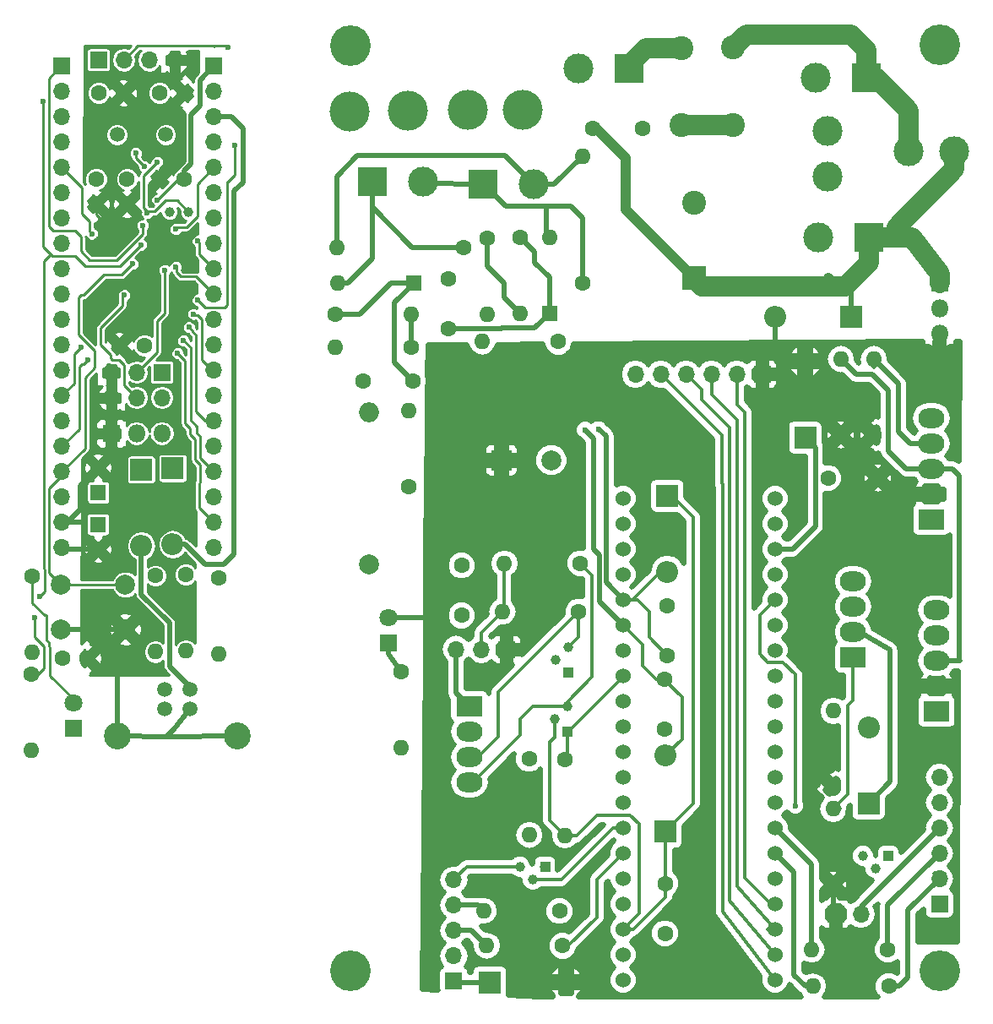
<source format=gbr>
G04 #@! TF.FileFunction,Copper,L2,Bot,Signal*
%FSLAX46Y46*%
G04 Gerber Fmt 4.6, Leading zero omitted, Abs format (unit mm)*
G04 Created by KiCad (PCBNEW 4.0.7) date 08/04/18 16:12:32*
%MOMM*%
%LPD*%
G01*
G04 APERTURE LIST*
%ADD10C,0.100000*%
%ADD11R,2.400000X2.400000*%
%ADD12C,2.400000*%
%ADD13C,1.600000*%
%ADD14O,1.600000X1.600000*%
%ADD15C,1.000000*%
%ADD16R,1.000000X1.000000*%
%ADD17R,3.000000X3.000000*%
%ADD18C,3.000000*%
%ADD19C,4.064000*%
%ADD20R,1.700000X1.700000*%
%ADD21O,1.700000X1.700000*%
%ADD22R,1.800000X1.800000*%
%ADD23C,1.800000*%
%ADD24R,2.200000X2.200000*%
%ADD25O,2.200000X2.200000*%
%ADD26R,2.600000X2.000000*%
%ADD27O,2.600000X2.000000*%
%ADD28C,1.500000*%
%ADD29R,1.600000X1.600000*%
%ADD30C,1.520000*%
%ADD31C,2.700000*%
%ADD32C,2.000000*%
%ADD33O,1.800000X1.800000*%
%ADD34C,4.000000*%
%ADD35O,2.000000X2.000000*%
%ADD36R,2.000000X2.000000*%
%ADD37C,1.524000*%
%ADD38C,0.600000*%
%ADD39C,2.000000*%
%ADD40C,1.000000*%
%ADD41C,0.500000*%
%ADD42C,0.350000*%
%ADD43C,0.250000*%
G04 APERTURE END LIST*
D10*
D11*
X124460000Y-55372000D03*
D12*
X124460000Y-47872000D03*
D13*
X96164400Y-62357000D03*
D14*
X88544400Y-62357000D03*
D15*
X108280200Y-115658900D03*
X107010200Y-114388900D03*
D16*
X109550200Y-114388900D03*
D17*
X141732000Y-35306000D03*
D18*
X136652000Y-35306000D03*
D12*
X128412240Y-32298640D03*
X128412240Y-40048640D03*
D19*
X90043000Y-32131000D03*
X149098000Y-32004000D03*
X90043000Y-124841000D03*
X149098000Y-124841000D03*
D20*
X131318000Y-65024000D03*
D21*
X128778000Y-65024000D03*
X126238000Y-65024000D03*
X123698000Y-65024000D03*
X121158000Y-65024000D03*
X118618000Y-65024000D03*
D13*
X137922000Y-75438000D03*
X142922000Y-75438000D03*
D20*
X149098000Y-118110000D03*
D21*
X149098000Y-115570000D03*
X149098000Y-113030000D03*
X149098000Y-110490000D03*
X149098000Y-107950000D03*
X149098000Y-105410000D03*
D20*
X138684000Y-119126000D03*
D21*
X141224000Y-119126000D03*
D20*
X100393500Y-125857000D03*
D21*
X100393500Y-123317000D03*
X100393500Y-120777000D03*
X100393500Y-118237000D03*
X100393500Y-115697000D03*
D13*
X119291100Y-40424100D03*
X114291100Y-40424100D03*
D17*
X117962680Y-34422080D03*
D18*
X112882680Y-34422080D03*
X146014440Y-42692320D03*
X150584440Y-42692320D03*
X137855960Y-40624760D03*
X137855960Y-45194760D03*
D22*
X93878400Y-91922600D03*
D23*
X93878400Y-89382600D03*
D12*
X123215400Y-40065960D03*
X123215400Y-32315960D03*
D24*
X135636000Y-71374000D03*
D25*
X135636000Y-63754000D03*
D24*
X104013000Y-125984000D03*
D25*
X111633000Y-125984000D03*
D13*
X142494000Y-71120000D03*
D14*
X142494000Y-63500000D03*
D13*
X139192000Y-71120000D03*
D14*
X139192000Y-63500000D03*
D13*
X95123000Y-94869000D03*
D14*
X95123000Y-102489000D03*
D13*
X111315500Y-122301000D03*
D14*
X103695500Y-122301000D03*
D13*
X110998000Y-118808500D03*
D14*
X103378000Y-118808500D03*
D13*
X143891000Y-122682000D03*
D14*
X136271000Y-122682000D03*
D13*
X144018000Y-126365000D03*
D14*
X136398000Y-126365000D03*
D17*
X141986000Y-51308000D03*
D18*
X136906000Y-51308000D03*
D26*
X148285200Y-79578200D03*
D27*
X148285200Y-77038200D03*
X148285200Y-74498200D03*
X148285200Y-71958200D03*
X148285200Y-69418200D03*
D26*
X148793200Y-98831400D03*
D27*
X148793200Y-96291400D03*
X148793200Y-93751400D03*
X148793200Y-91211400D03*
X148793200Y-88671400D03*
D20*
X61110000Y-34158000D03*
D21*
X61110000Y-36698000D03*
X61110000Y-39238000D03*
X61110000Y-41778000D03*
X61110000Y-44318000D03*
X61110000Y-46858000D03*
X61110000Y-49398000D03*
X61110000Y-51938000D03*
X61110000Y-54478000D03*
X61110000Y-57018000D03*
X61110000Y-59558000D03*
X61110000Y-62098000D03*
X61110000Y-64638000D03*
X61110000Y-67178000D03*
X61110000Y-69718000D03*
X61110000Y-72258000D03*
X61110000Y-74798000D03*
X61110000Y-77338000D03*
X61110000Y-79878000D03*
X61110000Y-82418000D03*
D20*
X76350000Y-34158000D03*
D21*
X76350000Y-36698000D03*
X76350000Y-39238000D03*
X76350000Y-41778000D03*
X76350000Y-44318000D03*
X76350000Y-46858000D03*
X76350000Y-49398000D03*
X76350000Y-51938000D03*
X76350000Y-54478000D03*
X76350000Y-57018000D03*
X76350000Y-59558000D03*
X76350000Y-62098000D03*
X76350000Y-64638000D03*
X76350000Y-67178000D03*
X76350000Y-69718000D03*
X76350000Y-72258000D03*
X76350000Y-74798000D03*
X76350000Y-77338000D03*
X76350000Y-79878000D03*
X76350000Y-82418000D03*
D24*
X141986000Y-108013500D03*
D25*
X141986000Y-100393500D03*
D15*
X142684500Y-114554000D03*
X141414500Y-113284000D03*
D16*
X143954500Y-113284000D03*
D13*
X138455400Y-106375200D03*
D14*
X138455400Y-98755200D03*
D13*
X138430000Y-116205000D03*
D14*
X138430000Y-108585000D03*
D26*
X140436600Y-93395800D03*
D27*
X140436600Y-90855800D03*
X140436600Y-88315800D03*
X140436600Y-85775800D03*
D15*
X110490000Y-99555300D03*
X111760000Y-98285300D03*
D16*
X111760000Y-100825300D03*
D15*
X110566200Y-93687900D03*
X111836200Y-92417900D03*
D16*
X111836200Y-94957900D03*
D13*
X113093500Y-83985100D03*
D14*
X105473500Y-83985100D03*
D13*
X107950000Y-103568500D03*
D14*
X107950000Y-111188500D03*
D13*
X111531400Y-103606600D03*
D14*
X111531400Y-111226600D03*
D13*
X112903000Y-88823800D03*
D14*
X105283000Y-88823800D03*
D26*
X101955600Y-98323400D03*
D27*
X101955600Y-100863400D03*
X101955600Y-103403400D03*
X101955600Y-105943400D03*
D20*
X105702100Y-92608400D03*
D21*
X103162100Y-92608400D03*
X100622100Y-92608400D03*
D13*
X101193600Y-89179400D03*
X101193600Y-84179400D03*
X67627500Y-45466000D03*
X67627500Y-47966000D03*
X64516000Y-45466000D03*
X64516000Y-47966000D03*
X70866000Y-36830000D03*
X73366000Y-36830000D03*
X64770000Y-36830000D03*
X67270000Y-36830000D03*
D20*
X64770000Y-33528000D03*
D21*
X67310000Y-33528000D03*
X69850000Y-33528000D03*
X72390000Y-33528000D03*
D28*
X71501000Y-41021000D03*
X66621000Y-41021000D03*
D15*
X71882000Y-48768000D03*
X73782000Y-48768000D03*
D13*
X70866000Y-45466000D03*
X73366000Y-45466000D03*
D29*
X64709040Y-80076040D03*
D13*
X64709040Y-82576040D03*
X66865500Y-62166500D03*
X69365500Y-62166500D03*
D29*
X64731900Y-76885800D03*
D13*
X64731900Y-74385800D03*
X61153040Y-93497400D03*
X63653040Y-93497400D03*
D22*
X62219840Y-100472240D03*
D23*
X62219840Y-97932240D03*
D24*
X69049900Y-74587100D03*
D25*
X69049900Y-82207100D03*
D24*
X72199500Y-74447400D03*
D25*
X72199500Y-82067400D03*
D30*
X71414640Y-96586040D03*
X73954640Y-96586040D03*
X73954640Y-98586040D03*
X71414640Y-98586040D03*
D31*
X66684640Y-101286040D03*
X78684640Y-101286040D03*
D20*
X71120000Y-64833500D03*
D21*
X71120000Y-67373500D03*
X68580000Y-64833500D03*
X68580000Y-67373500D03*
X66040000Y-64833500D03*
X66040000Y-67373500D03*
D32*
X60960000Y-90606000D03*
X60960000Y-86106000D03*
X67460000Y-90606000D03*
X67460000Y-86106000D03*
D13*
X70485000Y-85217000D03*
D14*
X70485000Y-92837000D03*
D13*
X73533000Y-85090000D03*
D14*
X73533000Y-92710000D03*
D13*
X76835000Y-85471000D03*
D14*
X76835000Y-93091000D03*
D13*
X58140600Y-85232240D03*
D14*
X58140600Y-92852240D03*
D13*
X58064400Y-95062040D03*
D14*
X58064400Y-102682040D03*
D22*
X66027300Y-70942200D03*
D33*
X68567300Y-70942200D03*
X71107300Y-70942200D03*
D13*
X96278700Y-65697100D03*
X91278700Y-65697100D03*
X99834700Y-60452000D03*
X99834700Y-55452000D03*
D29*
X96342200Y-55880000D03*
D14*
X88722200Y-55880000D03*
D29*
X109969300Y-58953400D03*
D14*
X109969300Y-51333400D03*
D24*
X121793000Y-77216000D03*
D25*
X121793000Y-84836000D03*
D24*
X121589800Y-110871000D03*
D25*
X121589800Y-103251000D03*
D34*
X95778320Y-38613080D03*
X101757480Y-38557200D03*
D17*
X92202000Y-45720000D03*
D18*
X97282000Y-45720000D03*
D34*
X107289600Y-38557200D03*
X89941400Y-38658800D03*
D17*
X103322120Y-45989240D03*
D18*
X108402120Y-45989240D03*
D32*
X91871800Y-84048600D03*
D35*
X91871800Y-68808600D03*
D13*
X88519000Y-59004200D03*
D14*
X96139000Y-59004200D03*
D13*
X107035600Y-51295300D03*
D14*
X107035600Y-58915300D03*
D13*
X103746300Y-51384200D03*
D14*
X103746300Y-59004200D03*
D13*
X101346000Y-52324000D03*
D14*
X88646000Y-52324000D03*
D13*
X113284000Y-55880000D03*
D14*
X113284000Y-43180000D03*
D36*
X105168700Y-73647300D03*
D32*
X110168700Y-73647300D03*
D13*
X121539000Y-95631000D03*
X121539000Y-100631000D03*
X121589800Y-116065300D03*
X121589800Y-121065300D03*
X121793000Y-93218000D03*
X121793000Y-88218000D03*
D37*
X117348000Y-77470000D03*
X117348000Y-80010000D03*
X117348000Y-82550000D03*
X117348000Y-85090000D03*
X117348000Y-87630000D03*
X117348000Y-90170000D03*
X117348000Y-92710000D03*
X117348000Y-95250000D03*
X117348000Y-97790000D03*
X117348000Y-100330000D03*
X117348000Y-102870000D03*
X117348000Y-105410000D03*
X117348000Y-107950000D03*
X117348000Y-110490000D03*
X117348000Y-113030000D03*
X117348000Y-115570000D03*
X117348000Y-118110000D03*
X117348000Y-120650000D03*
X117348000Y-123190000D03*
X117348000Y-125730000D03*
X132588000Y-77470000D03*
X132588000Y-80010000D03*
X132588000Y-82550000D03*
X132588000Y-85090000D03*
X132588000Y-87630000D03*
X132588000Y-90170000D03*
X132588000Y-92710000D03*
X132588000Y-95250000D03*
X132588000Y-97790000D03*
X132588000Y-100330000D03*
X132588000Y-102870000D03*
X132588000Y-105410000D03*
X132588000Y-107950000D03*
X132588000Y-110490000D03*
X132588000Y-113030000D03*
X132588000Y-115570000D03*
X132588000Y-118110000D03*
X132588000Y-120650000D03*
X132588000Y-123190000D03*
X132588000Y-125730000D03*
D13*
X95834200Y-76276200D03*
D14*
X95834200Y-68656200D03*
D13*
X110871000Y-61747400D03*
D14*
X103251000Y-61747400D03*
D22*
X149098000Y-55880000D03*
D33*
X149098000Y-58420000D03*
X149098000Y-60960000D03*
D24*
X140258800Y-59283600D03*
D25*
X132638800Y-59283600D03*
D38*
X58887360Y-87294720D03*
X58399680Y-89428320D03*
X59182000Y-37655500D03*
X69024500Y-52070000D03*
X73660000Y-89052400D03*
X69697600Y-41554400D03*
X64820800Y-41300400D03*
X71120000Y-68935600D03*
X71628000Y-78384400D03*
X70332600Y-52852320D03*
X64823340Y-51493420D03*
X68529200Y-54762400D03*
X72263000Y-56197500D03*
X68580000Y-58483500D03*
X70675500Y-43751500D03*
X69659500Y-48895000D03*
X68516500Y-42862500D03*
X69342000Y-44196000D03*
X68199000Y-53975000D03*
X70675500Y-47561500D03*
X77729080Y-32273240D03*
X78435200Y-42103040D03*
X74739500Y-57594500D03*
X69215000Y-50101500D03*
X64104520Y-50944780D03*
X72517000Y-50482500D03*
X74739500Y-51689000D03*
X72517000Y-54292500D03*
X74295000Y-58991500D03*
X63055500Y-62293500D03*
X73850500Y-60325000D03*
X63690500Y-63627000D03*
X73279000Y-61658500D03*
X72707500Y-62928500D03*
X71424800Y-54610000D03*
X67360800Y-57099200D03*
X134620000Y-108267500D03*
X113538000Y-70601840D03*
X114909600Y-70525640D03*
D39*
X141732000Y-35306000D02*
X141732000Y-32512000D01*
X129722880Y-30988000D02*
X128412240Y-32298640D01*
X140208000Y-30988000D02*
X129722880Y-30988000D01*
X141732000Y-32512000D02*
X140208000Y-30988000D01*
X146014440Y-42692320D02*
X146014440Y-38572440D01*
X146014440Y-38572440D02*
X142748000Y-35306000D01*
X142748000Y-35306000D02*
X141732000Y-35306000D01*
D40*
X143154400Y-35306000D02*
X141732000Y-35306000D01*
X128412240Y-32298640D02*
X128666240Y-32298640D01*
X141230000Y-35306000D02*
X141732000Y-35306000D01*
X141732000Y-35814000D02*
X141732000Y-35306000D01*
D41*
X131318000Y-65024000D02*
X131318000Y-63144400D01*
X132638800Y-61823600D02*
X132638800Y-59283600D01*
X131318000Y-63144400D02*
X132638800Y-61823600D01*
X93878400Y-89382600D02*
X98107500Y-89382600D01*
X98107500Y-89382600D02*
X98488500Y-89001600D01*
D40*
X149098000Y-60960000D02*
X149199600Y-63652400D01*
X149199600Y-63652400D02*
X148920200Y-63931800D01*
D41*
X138430000Y-116205000D02*
X138430000Y-118872000D01*
X138430000Y-118872000D02*
X138684000Y-119126000D01*
D40*
X135178800Y-63296800D02*
X135636000Y-63754000D01*
D42*
X135636000Y-63754000D02*
X135636000Y-62738000D01*
X109550200Y-114388900D02*
X109131100Y-114388900D01*
X128803400Y-74676000D02*
X128803400Y-69621400D01*
X126238000Y-67056000D02*
X126238000Y-65024000D01*
X128803400Y-69621400D02*
X126238000Y-67056000D01*
X128803400Y-116319300D02*
X132588000Y-120650000D01*
X128803400Y-74206100D02*
X128803400Y-74676000D01*
X128803400Y-74676000D02*
X128803400Y-116319300D01*
X132588000Y-120650000D02*
X131851400Y-120650000D01*
X128054100Y-74891900D02*
X128054100Y-70396100D01*
X125222000Y-66548000D02*
X123698000Y-65024000D01*
X125222000Y-67564000D02*
X125222000Y-66548000D01*
X128054100Y-70396100D02*
X125222000Y-67564000D01*
X128048084Y-74887372D02*
X128054100Y-74891900D01*
X128054100Y-74891900D02*
X128054100Y-74891900D01*
X128054100Y-74891900D02*
X128054100Y-117767100D01*
X128054100Y-117767100D02*
X132588000Y-123190000D01*
X127243246Y-75961373D02*
X127243246Y-71130754D01*
X127330200Y-76022200D02*
X127330200Y-118846600D01*
X132588000Y-125730000D02*
X127330200Y-118846600D01*
X127243246Y-75961373D02*
X127330200Y-76022200D01*
X127243246Y-71130754D02*
X121158000Y-65045508D01*
X121158000Y-65045508D02*
X121158000Y-65024000D01*
X129540000Y-72136000D02*
X129540000Y-68834000D01*
X128778000Y-68072000D02*
X128778000Y-65024000D01*
X129540000Y-68834000D02*
X128778000Y-68072000D01*
X129540000Y-115493800D02*
X132156200Y-118110000D01*
X129540000Y-71628000D02*
X129540000Y-72136000D01*
X129540000Y-72136000D02*
X129540000Y-115493800D01*
X132156200Y-118110000D02*
X132588000Y-118110000D01*
X132588000Y-118110000D02*
X132207000Y-118110000D01*
D41*
X150393400Y-74498200D02*
X148285200Y-74498200D01*
X151104600Y-75209400D02*
X150393400Y-74498200D01*
X148793200Y-93751400D02*
X151130000Y-93751400D01*
X151130000Y-93751400D02*
X151104600Y-93726000D01*
X151104600Y-93726000D02*
X151104600Y-75209400D01*
X148285200Y-74498200D02*
X145745200Y-74498200D01*
X140741400Y-65049400D02*
X139192000Y-63500000D01*
X142392400Y-65049400D02*
X140741400Y-65049400D01*
X143941800Y-66598800D02*
X142392400Y-65049400D01*
X143941800Y-72694800D02*
X143941800Y-66598800D01*
X145745200Y-74498200D02*
X143941800Y-72694800D01*
X142494000Y-63500000D02*
X142494000Y-64262000D01*
X148285200Y-71958200D02*
X146151600Y-71958200D01*
X144983200Y-65989200D02*
X142494000Y-63500000D01*
X144983200Y-70789800D02*
X144983200Y-65989200D01*
X146151600Y-71958200D02*
X144983200Y-70789800D01*
X143891000Y-122682000D02*
X143891000Y-118237000D01*
X143891000Y-118237000D02*
X149098000Y-113030000D01*
X141224000Y-119126000D02*
X141224000Y-118364000D01*
X141224000Y-118364000D02*
X149098000Y-110490000D01*
X100393500Y-120777000D02*
X102171500Y-120777000D01*
X102171500Y-120777000D02*
X103695500Y-122301000D01*
X102806500Y-118237000D02*
X103378000Y-118808500D01*
X100393500Y-118237000D02*
X102806500Y-118237000D01*
X104013000Y-125984000D02*
X100520500Y-125984000D01*
X100520500Y-125984000D02*
X100393500Y-125857000D01*
D39*
X123215400Y-40065960D02*
X128394920Y-40065960D01*
X128394920Y-40065960D02*
X128412240Y-40048640D01*
D40*
X123345400Y-40195960D02*
X123215400Y-40065960D01*
D41*
X93878400Y-91922600D02*
X93878400Y-93078300D01*
X93878400Y-93078300D02*
X95123000Y-94869000D01*
D39*
X117962680Y-34422080D02*
X117962680Y-34056320D01*
X117962680Y-34056320D02*
X119703040Y-32315960D01*
X119703040Y-32315960D02*
X123215400Y-32315960D01*
D40*
X122528803Y-32080997D02*
X122914397Y-32014957D01*
X122914397Y-32014957D02*
X123215400Y-32315960D01*
X117708680Y-34422080D02*
X117708680Y-35184080D01*
D41*
X144018000Y-126365000D02*
X145034000Y-126365000D01*
X145923000Y-118745000D02*
X149098000Y-115570000D01*
X145923000Y-125476000D02*
X145923000Y-118745000D01*
X145034000Y-126365000D02*
X145923000Y-125476000D01*
X148590000Y-115062000D02*
X149098000Y-115570000D01*
D42*
X111315500Y-122301000D02*
X111912400Y-122301000D01*
X111912400Y-122301000D02*
X114731800Y-119481600D01*
X114731800Y-119481600D02*
X114731800Y-115646200D01*
X114731800Y-115646200D02*
X117348000Y-113030000D01*
D41*
X136271000Y-122682000D02*
X136271000Y-114173000D01*
X136271000Y-114173000D02*
X132588000Y-110490000D01*
X136398000Y-126365000D02*
X135636000Y-126365000D01*
X135636000Y-126365000D02*
X134493000Y-125222000D01*
X134493000Y-125222000D02*
X134493000Y-114935000D01*
X134493000Y-114935000D02*
X132588000Y-113030000D01*
X132588000Y-82550000D02*
X134366000Y-82550000D01*
X136652000Y-80264000D02*
X136652000Y-72390000D01*
X134366000Y-82550000D02*
X136652000Y-80264000D01*
X136652000Y-72390000D02*
X135636000Y-71374000D01*
D43*
X59314080Y-53685440D02*
X59992260Y-53007260D01*
X59314080Y-84510880D02*
X59314080Y-53685440D01*
X59366998Y-84563798D02*
X59314080Y-84510880D01*
X59366998Y-86815082D02*
X59366998Y-84563798D01*
X58887360Y-87294720D02*
X59366998Y-86815082D01*
X58399680Y-91338400D02*
X58399680Y-89428320D01*
X59314080Y-92252800D02*
X58399680Y-91338400D01*
X59314080Y-94488000D02*
X59314080Y-92252800D01*
X58740040Y-95062040D02*
X59314080Y-94488000D01*
X58064400Y-95062040D02*
X58740040Y-95062040D01*
X59992260Y-53007260D02*
X60134500Y-53149500D01*
X63436500Y-54165500D02*
X66929000Y-54165500D01*
X59182000Y-37655500D02*
X59245500Y-37719000D01*
X59245500Y-37719000D02*
X59245500Y-52260500D01*
X59245500Y-52260500D02*
X59992260Y-53007260D01*
X60134500Y-53149500D02*
X62420500Y-53149500D01*
X62420500Y-53149500D02*
X63436500Y-54165500D01*
X66929000Y-54165500D02*
X69024500Y-52070000D01*
X73863200Y-88849200D02*
X73863200Y-88188800D01*
X73660000Y-89052400D02*
X73863200Y-88849200D01*
X70866000Y-45466000D02*
X70866000Y-44450000D01*
X70866000Y-44450000D02*
X71729600Y-43586400D01*
X70866000Y-45466000D02*
X70866000Y-45364400D01*
X71729600Y-43586400D02*
X69697600Y-41554400D01*
X67270000Y-36830000D02*
X67208400Y-36830000D01*
X67208400Y-36830000D02*
X64820800Y-39217600D01*
X64820800Y-39217600D02*
X64820800Y-41300400D01*
X66027300Y-70942200D02*
X66027300Y-69964300D01*
X67056000Y-68935600D02*
X71120000Y-68935600D01*
X66027300Y-69964300D02*
X67056000Y-68935600D01*
X71882000Y-78130400D02*
X72898000Y-78130400D01*
X71628000Y-78384400D02*
X71882000Y-78130400D01*
X70424040Y-52943760D02*
X70424040Y-53436520D01*
X70332600Y-52852320D02*
X70424040Y-52943760D01*
X68529200Y-54762400D02*
X68529200Y-54838600D01*
X68529200Y-54838600D02*
X67132200Y-56235600D01*
X64516000Y-49034700D02*
X64516000Y-47966000D01*
X65143380Y-49662080D02*
X64516000Y-49034700D01*
X65143380Y-51173380D02*
X65143380Y-49662080D01*
X64823340Y-51493420D02*
X65143380Y-51173380D01*
D41*
X66684640Y-101286040D02*
X66684640Y-91381360D01*
X66684640Y-91381360D02*
X67460000Y-90606000D01*
X73954640Y-98586040D02*
X72339200Y-100584000D01*
X72339200Y-100584000D02*
X71601600Y-101321600D01*
X78684640Y-101286040D02*
X71601600Y-101321600D01*
X71601600Y-101321600D02*
X66684640Y-101286040D01*
X67460000Y-90606000D02*
X60960000Y-90606000D01*
X61110000Y-79878000D02*
X63174800Y-79878000D01*
X63174800Y-79878000D02*
X63317120Y-79735680D01*
X61110000Y-79878000D02*
X61630480Y-79878000D01*
X61630480Y-79878000D02*
X62951360Y-78557120D01*
X62951360Y-78557120D02*
X62951360Y-76166340D01*
X62951360Y-76166340D02*
X64731900Y-74385800D01*
X64709040Y-82576040D02*
X61268040Y-82576040D01*
X61268040Y-82576040D02*
X61110000Y-82418000D01*
D43*
X68732400Y-54559200D02*
X68732400Y-54457600D01*
X68529200Y-54762400D02*
X68732400Y-54559200D01*
X72263000Y-56197500D02*
X72009000Y-56451500D01*
X72009000Y-56451500D02*
X72009000Y-56515000D01*
X68580000Y-58483500D02*
X68326000Y-58229500D01*
X68326000Y-58229500D02*
X68199000Y-58229500D01*
D41*
X75779000Y-36830000D02*
X76218000Y-36830000D01*
D43*
X75779000Y-36830000D02*
X76091000Y-36830000D01*
X64516000Y-45466000D02*
X64706500Y-45466000D01*
X69659500Y-48895000D02*
X69659500Y-48704500D01*
X69278500Y-45148500D02*
X70675500Y-43751500D01*
X69278500Y-48323500D02*
X69278500Y-45148500D01*
X69659500Y-48704500D02*
X69278500Y-48323500D01*
X72639000Y-47625000D02*
X73782000Y-48768000D01*
X71501000Y-47625000D02*
X72639000Y-47625000D01*
X70421500Y-48704500D02*
X71501000Y-47625000D01*
X69850000Y-48704500D02*
X70421500Y-48704500D01*
X69659500Y-48895000D02*
X69850000Y-48704500D01*
X73782000Y-48768000D02*
X73660000Y-48768000D01*
X68516500Y-43370500D02*
X68516500Y-42862500D01*
X69342000Y-44196000D02*
X68516500Y-43370500D01*
X67460000Y-86106000D02*
X60960000Y-86106000D01*
X61110000Y-74798000D02*
X61110000Y-75161000D01*
X61110000Y-75161000D02*
X59817000Y-76454000D01*
X59817000Y-84963000D02*
X60960000Y-86106000D01*
X59817000Y-76454000D02*
X59817000Y-84963000D01*
X61110000Y-74798000D02*
X61028500Y-74798000D01*
X63436500Y-72471500D02*
X61110000Y-74798000D01*
X63436500Y-65341500D02*
X63436500Y-72471500D01*
X64389000Y-64389000D02*
X63436500Y-65341500D01*
X64389000Y-62674500D02*
X64389000Y-64389000D01*
X62801500Y-61087000D02*
X64389000Y-62674500D01*
X62801500Y-57340500D02*
X62801500Y-61087000D01*
X63055500Y-57086500D02*
X62801500Y-57340500D01*
X63309500Y-57086500D02*
X63055500Y-57086500D01*
X65341500Y-55054500D02*
X63309500Y-57086500D01*
X67119500Y-55054500D02*
X65341500Y-55054500D01*
X68199000Y-53975000D02*
X67119500Y-55054500D01*
D41*
X140436600Y-90855800D02*
X141046200Y-90855800D01*
X141046200Y-90855800D02*
X144114520Y-92649040D01*
X144114520Y-92649040D02*
X144145000Y-105854500D01*
X144145000Y-105854500D02*
X141986000Y-108013500D01*
D42*
X141986000Y-108013500D02*
X142875000Y-108013500D01*
D43*
X58140600Y-85232240D02*
X58140600Y-87939880D01*
X59344560Y-89143840D02*
X59512200Y-89143840D01*
X58140600Y-87939880D02*
X59344560Y-89143840D01*
X59512200Y-89143840D02*
X59512200Y-91653360D01*
X62219840Y-97576640D02*
X59908440Y-95265240D01*
X59908440Y-95265240D02*
X59908440Y-92369640D01*
X59512200Y-91653360D02*
X59832240Y-91973400D01*
X59832240Y-91973400D02*
X59832240Y-92293440D01*
X59832240Y-92293440D02*
X59908440Y-92369640D01*
X62219840Y-97932240D02*
X62219840Y-97576640D01*
D41*
X74018140Y-43964860D02*
X74018140Y-39001700D01*
X74018140Y-39001700D02*
X74930000Y-38089840D01*
D43*
X70675500Y-47561500D02*
X72771000Y-45466000D01*
X72771000Y-45466000D02*
X73366000Y-45466000D01*
D41*
X73366000Y-45466000D02*
X73366000Y-44617000D01*
X73366000Y-44617000D02*
X74018140Y-43964860D01*
X74930000Y-38089840D02*
X74930000Y-35578000D01*
X74930000Y-35578000D02*
X76350000Y-34158000D01*
X64770000Y-33528000D02*
X64770000Y-33274000D01*
D43*
X77660500Y-45760640D02*
X77764640Y-45760640D01*
X76332080Y-32217360D02*
X76332080Y-32131000D01*
X76418440Y-32131000D02*
X76332080Y-32217360D01*
X77586840Y-32131000D02*
X76418440Y-32131000D01*
X77729080Y-32273240D02*
X77586840Y-32131000D01*
X78435200Y-45090080D02*
X78435200Y-42103040D01*
X77764640Y-45760640D02*
X78435200Y-45090080D01*
X74739500Y-57594500D02*
X75501500Y-58356500D01*
X77660500Y-58102500D02*
X77660500Y-45760640D01*
X77406500Y-58356500D02*
X77660500Y-58102500D01*
X75501500Y-58356500D02*
X77406500Y-58356500D01*
X76332080Y-32131000D02*
X68707000Y-32131000D01*
X68707000Y-32131000D02*
X67310000Y-33528000D01*
X63881000Y-53594000D02*
X66611500Y-53594000D01*
X61028500Y-34158000D02*
X59817000Y-35369500D01*
X62992000Y-52705000D02*
X63881000Y-53594000D01*
X62992000Y-51244500D02*
X62992000Y-52705000D01*
X62420500Y-50673000D02*
X62992000Y-51244500D01*
X60261500Y-50673000D02*
X62420500Y-50673000D01*
X59817000Y-50228500D02*
X60261500Y-50673000D01*
X59817000Y-35369500D02*
X59817000Y-50228500D01*
X69215000Y-50990500D02*
X69215000Y-50101500D01*
X66611500Y-53594000D02*
X69215000Y-50990500D01*
X61110000Y-34158000D02*
X61028500Y-34158000D01*
D41*
X72199500Y-82067400D02*
X73431400Y-82067400D01*
X78100000Y-39238000D02*
X79263240Y-40401240D01*
X79263240Y-40401240D02*
X79263240Y-45796200D01*
X79263240Y-45796200D02*
X78369160Y-46690280D01*
X78369160Y-46690280D02*
X78369160Y-83093560D01*
X78369160Y-83093560D02*
X77365860Y-84096860D01*
X78100000Y-39238000D02*
X76350000Y-39238000D01*
X75460860Y-84096860D02*
X73431400Y-82067400D01*
X77365860Y-84096860D02*
X75460860Y-84096860D01*
D43*
X63878460Y-49717960D02*
X63878460Y-50718720D01*
X63878460Y-50718720D02*
X64104520Y-50944780D01*
X63119000Y-46327000D02*
X61110000Y-44318000D01*
X63119000Y-48958500D02*
X63119000Y-46327000D01*
X63878460Y-49717960D02*
X63119000Y-48958500D01*
X61590000Y-44318000D02*
X61110000Y-44318000D01*
X72517000Y-50482500D02*
X72707500Y-50292000D01*
X72707500Y-50292000D02*
X73596500Y-50292000D01*
X73596500Y-50292000D02*
X74676000Y-49212500D01*
X74676000Y-49212500D02*
X74676000Y-45992000D01*
X74676000Y-45992000D02*
X76350000Y-44318000D01*
X74866500Y-52994500D02*
X76350000Y-54478000D01*
X74866500Y-51816000D02*
X74866500Y-52994500D01*
X74739500Y-51689000D02*
X74866500Y-51816000D01*
X74577000Y-55245000D02*
X76350000Y-57018000D01*
X73025000Y-55245000D02*
X74577000Y-55245000D01*
X72580500Y-54800500D02*
X73025000Y-55245000D01*
X72580500Y-54356000D02*
X72580500Y-54800500D01*
X72517000Y-54292500D02*
X72580500Y-54356000D01*
X75120500Y-63627000D02*
X76131500Y-64638000D01*
X75120500Y-59563000D02*
X75120500Y-63627000D01*
X74676000Y-59118500D02*
X75120500Y-59563000D01*
X74422000Y-59118500D02*
X74676000Y-59118500D01*
X74295000Y-58991500D02*
X74422000Y-59118500D01*
X76131500Y-64638000D02*
X76350000Y-64638000D01*
X76004500Y-64638000D02*
X76350000Y-64638000D01*
X63055500Y-62293500D02*
X62357000Y-62992000D01*
X62357000Y-62992000D02*
X62357000Y-65931000D01*
X62357000Y-65931000D02*
X61110000Y-67178000D01*
X73850500Y-60325000D02*
X74549000Y-61150500D01*
X74549000Y-61150500D02*
X74549000Y-68770500D01*
X74549000Y-68770500D02*
X75496500Y-69718000D01*
X75496500Y-69718000D02*
X76350000Y-69718000D01*
X63690500Y-63627000D02*
X63309500Y-64008000D01*
X63309500Y-64008000D02*
X63119000Y-64008000D01*
X63119000Y-64008000D02*
X62865000Y-64262000D01*
X62865000Y-64262000D02*
X62865000Y-70503000D01*
X62865000Y-70503000D02*
X61110000Y-72258000D01*
X74970670Y-73418670D02*
X74970670Y-71264810D01*
X74970670Y-71264810D02*
X74612500Y-70906640D01*
X74612500Y-70294500D02*
X74612500Y-70906640D01*
X74041000Y-69596000D02*
X74612500Y-70294500D01*
X74041000Y-62293500D02*
X74041000Y-69596000D01*
X73279000Y-61658500D02*
X74041000Y-62293500D01*
X74970670Y-73418670D02*
X76350000Y-74798000D01*
X74482960Y-73609200D02*
X74482960Y-71554340D01*
X74482960Y-71554340D02*
X73977500Y-71048880D01*
X74985880Y-75826620D02*
X74866500Y-75946000D01*
X74985880Y-74112120D02*
X74985880Y-75826620D01*
X74482960Y-73609200D02*
X74985880Y-74112120D01*
X73977500Y-70485000D02*
X73977500Y-71048880D01*
X73469500Y-69977000D02*
X73977500Y-70485000D01*
X73469500Y-63690500D02*
X73469500Y-69977000D01*
X72707500Y-62928500D02*
X73469500Y-63690500D01*
X74866500Y-75946000D02*
X74866500Y-78394500D01*
X74866500Y-78394500D02*
X76350000Y-79878000D01*
X71424800Y-54610000D02*
X71374000Y-54660800D01*
X71374000Y-54660800D02*
X71374000Y-58928000D01*
X71374000Y-58928000D02*
X70612000Y-59690000D01*
X70612000Y-59690000D02*
X70612000Y-62801500D01*
X70612000Y-62801500D02*
X68580000Y-64833500D01*
X67360800Y-57099200D02*
X67157600Y-57302400D01*
X67157600Y-57302400D02*
X67157600Y-58166000D01*
X67157600Y-58166000D02*
X64973200Y-60350400D01*
X64973200Y-60350400D02*
X64973200Y-62026800D01*
X64973200Y-62026800D02*
X65989200Y-63042800D01*
X65989200Y-63042800D02*
X65989200Y-63449200D01*
X65989200Y-63449200D02*
X66141600Y-63601600D01*
X66141600Y-63601600D02*
X66852800Y-63601600D01*
X66852800Y-63601600D02*
X67360800Y-64109600D01*
X67360800Y-64109600D02*
X67360800Y-66154300D01*
X67360800Y-66154300D02*
X68580000Y-67373500D01*
D41*
X73954640Y-96586040D02*
X73954640Y-96398080D01*
X73954640Y-96398080D02*
X71897240Y-94340680D01*
X71897240Y-94340680D02*
X71897240Y-89956640D01*
X71897240Y-89956640D02*
X69049900Y-87109300D01*
X69049900Y-87109300D02*
X69049900Y-82207100D01*
D42*
X131064000Y-93091000D02*
X131064000Y-89154000D01*
X131064000Y-89154000D02*
X132588000Y-87630000D01*
X132588000Y-87630000D02*
X132969000Y-87630000D01*
X134620000Y-95123000D02*
X134620000Y-108267500D01*
X133413500Y-93916500D02*
X134620000Y-95123000D01*
X131889500Y-93916500D02*
X133413500Y-93916500D01*
X131064000Y-93091000D02*
X131889500Y-93916500D01*
X140436600Y-93395800D02*
X140436600Y-97723960D01*
X139923520Y-107091480D02*
X138430000Y-108585000D01*
X139923520Y-98237040D02*
X139923520Y-107091480D01*
X140436600Y-97723960D02*
X139923520Y-98237040D01*
D41*
X138430000Y-108585000D02*
X139014200Y-108585000D01*
D42*
X121589800Y-110871000D02*
X121589800Y-116065300D01*
X121793000Y-77216000D02*
X122262900Y-77216000D01*
X122262900Y-77216000D02*
X124383800Y-79336900D01*
X124383800Y-79336900D02*
X124383800Y-108077000D01*
X124383800Y-108077000D02*
X121589800Y-110871000D01*
X117348000Y-120650000D02*
X118351300Y-120650000D01*
X118351300Y-120650000D02*
X121589800Y-117411500D01*
X121589800Y-117411500D02*
X121589800Y-116065300D01*
X111531400Y-111226600D02*
X112750600Y-111226600D01*
X118948200Y-119049800D02*
X117348000Y-120650000D01*
X118948200Y-110083600D02*
X118948200Y-119049800D01*
X118059200Y-109194600D02*
X118948200Y-110083600D01*
X114782600Y-109194600D02*
X118059200Y-109194600D01*
X112750600Y-111226600D02*
X114782600Y-109194600D01*
X110490000Y-99555300D02*
X110490000Y-101422200D01*
X110045500Y-109740700D02*
X111531400Y-111226600D01*
X110045500Y-101866700D02*
X110045500Y-109740700D01*
X110490000Y-101422200D02*
X110045500Y-101866700D01*
X114274600Y-85166200D02*
X113093500Y-83985100D01*
X114274600Y-95377000D02*
X114274600Y-85166200D01*
X101955600Y-105943400D02*
X102285800Y-105943400D01*
X102285800Y-105943400D02*
X107086400Y-101142800D01*
X108356400Y-98285300D02*
X111760000Y-98285300D01*
X107086400Y-99555300D02*
X108356400Y-98285300D01*
X107086400Y-101142800D02*
X107086400Y-99555300D01*
X111760000Y-98285300D02*
X111760000Y-97891600D01*
X111760000Y-97891600D02*
X114274600Y-95377000D01*
X101955600Y-105943400D02*
X102908100Y-105943400D01*
D41*
X102590600Y-105943400D02*
X101955600Y-105943400D01*
D42*
X111760000Y-100825300D02*
X111848900Y-100825300D01*
X111848900Y-100825300D02*
X117348000Y-95326200D01*
X117348000Y-95326200D02*
X117348000Y-95250000D01*
X111760000Y-100825300D02*
X111760000Y-103378000D01*
X111760000Y-103378000D02*
X111531400Y-103606600D01*
X101955600Y-103403400D02*
X102793800Y-103403400D01*
X102793800Y-103403400D02*
X104876600Y-101320600D01*
X104876600Y-96850200D02*
X112903000Y-88823800D01*
X104876600Y-101320600D02*
X104876600Y-96850200D01*
X112903000Y-88823800D02*
X112903000Y-91351100D01*
X112903000Y-91351100D02*
X111836200Y-92417900D01*
D41*
X101955600Y-103403400D02*
X102463600Y-103403400D01*
D42*
X105473500Y-83985100D02*
X105473500Y-88633300D01*
X105473500Y-88633300D02*
X105283000Y-88823800D01*
X103162100Y-92608400D02*
X103162100Y-90944700D01*
X103162100Y-90944700D02*
X105283000Y-88823800D01*
D41*
X100622100Y-92608400D02*
X100622100Y-96989900D01*
X100622100Y-96989900D02*
X101955600Y-98323400D01*
D42*
X101701600Y-114388900D02*
X100393500Y-115697000D01*
X107010200Y-114388900D02*
X101701600Y-114388900D01*
X108280200Y-115658900D02*
X111163100Y-115658900D01*
X111163100Y-115658900D02*
X116332000Y-110490000D01*
X116332000Y-110490000D02*
X117348000Y-110490000D01*
D41*
X114971598Y-87793598D02*
X117348000Y-90170000D01*
X114971598Y-83119998D02*
X114971598Y-87793598D01*
X114376200Y-82524600D02*
X114971598Y-83119998D01*
X114376200Y-71440040D02*
X114376200Y-82524600D01*
X113538000Y-70601840D02*
X114376200Y-71440040D01*
X96139000Y-59004200D02*
X96139000Y-62331600D01*
X96139000Y-62331600D02*
X96164400Y-62357000D01*
D42*
X121539000Y-95631000D02*
X121539000Y-95669100D01*
X121539000Y-95669100D02*
X123266200Y-97396300D01*
X123266200Y-101574600D02*
X121589800Y-103251000D01*
X123266200Y-97396300D02*
X123266200Y-101574600D01*
X121539000Y-95631000D02*
X120713500Y-95631000D01*
X120713500Y-95631000D02*
X119303800Y-94221300D01*
X119303800Y-94221300D02*
X119303800Y-92125800D01*
X119303800Y-92125800D02*
X117348000Y-90170000D01*
D41*
X108402120Y-45989240D02*
X110474760Y-45989240D01*
X110474760Y-45989240D02*
X113284000Y-43180000D01*
X88646000Y-52324000D02*
X88646000Y-45212000D01*
X90718640Y-43139360D02*
X105552240Y-43139360D01*
X105552240Y-43139360D02*
X108402120Y-45989240D01*
X88646000Y-45212000D02*
X90718640Y-43139360D01*
X115671600Y-85841840D02*
X117348000Y-87630000D01*
X115671600Y-71175880D02*
X115671600Y-85841840D01*
X114909600Y-70525640D02*
X115671600Y-71175880D01*
X103746300Y-51384200D02*
X103746300Y-54165500D01*
X105460800Y-57340500D02*
X107035600Y-58915300D01*
X105460800Y-55880000D02*
X105460800Y-57340500D01*
X103746300Y-54165500D02*
X105460800Y-55880000D01*
D42*
X118135400Y-87630000D02*
X118808500Y-87630000D01*
X119976900Y-91401900D02*
X121793000Y-93218000D01*
X119976900Y-88798400D02*
X119976900Y-91401900D01*
X118808500Y-87630000D02*
X119976900Y-88798400D01*
X117348000Y-87630000D02*
X118135400Y-87630000D01*
X118135400Y-87630000D02*
X118338600Y-87630000D01*
X118338600Y-87630000D02*
X121132600Y-84836000D01*
X121132600Y-84836000D02*
X121793000Y-84836000D01*
X117348000Y-87630000D02*
X117170200Y-87630000D01*
D41*
X88722200Y-55880000D02*
X89789000Y-55880000D01*
X92202000Y-53467000D02*
X92202000Y-45720000D01*
X89789000Y-55880000D02*
X92202000Y-53467000D01*
X92202000Y-45720000D02*
X92202000Y-48260000D01*
X92202000Y-48260000D02*
X96252736Y-52310736D01*
X101346000Y-52324000D02*
X96252736Y-52310736D01*
X109639100Y-48221900D02*
X109639100Y-51003200D01*
X109639100Y-51003200D02*
X109969300Y-51333400D01*
X113284000Y-55880000D02*
X113284000Y-49364900D01*
X105613200Y-48221900D02*
X103380540Y-45989240D01*
X112141000Y-48221900D02*
X109639100Y-48221900D01*
X109639100Y-48221900D02*
X105613200Y-48221900D01*
X113284000Y-49364900D02*
X112141000Y-48221900D01*
X103380540Y-45989240D02*
X103322120Y-45989240D01*
X103322120Y-45989240D02*
X97449640Y-45887640D01*
X97449640Y-45887640D02*
X97282000Y-45720000D01*
X102986840Y-46324520D02*
X103322120Y-45989240D01*
X140258800Y-59283600D02*
X140258800Y-56794400D01*
X140258800Y-56794400D02*
X139649200Y-56184800D01*
D39*
X149098000Y-55880000D02*
X149098000Y-54991000D01*
X149098000Y-54991000D02*
X146304000Y-51308000D01*
X146304000Y-51308000D02*
X144780000Y-51308000D01*
X141986000Y-51308000D02*
X144780000Y-51308000D01*
X144780000Y-51308000D02*
X144018000Y-51308000D01*
X144018000Y-51308000D02*
X144780000Y-51308000D01*
X141986000Y-51308000D02*
X141986000Y-53848000D01*
X141986000Y-53848000D02*
X139649200Y-56184800D01*
D40*
X149098000Y-55880000D02*
X149098000Y-55245000D01*
D39*
X138785600Y-56184800D02*
X139649200Y-56184800D01*
X150584440Y-44487560D02*
X150584440Y-42692320D01*
X144780000Y-51308000D02*
X144780000Y-50292000D01*
X144780000Y-50292000D02*
X150584440Y-44487560D01*
X138785600Y-56184800D02*
X125272800Y-56184800D01*
X125272800Y-56184800D02*
X124460000Y-55372000D01*
D40*
X114291100Y-40424100D02*
X114688620Y-40424100D01*
X114688620Y-40424100D02*
X117627400Y-43362880D01*
X117627400Y-43362880D02*
X117627400Y-48539400D01*
X117627400Y-48539400D02*
X124460000Y-55372000D01*
X138785600Y-56184800D02*
X140258800Y-56184800D01*
X137972800Y-55372000D02*
X138785600Y-56184800D01*
X149098000Y-55880000D02*
X149098000Y-55118000D01*
D41*
X96342200Y-55880000D02*
X96342200Y-55930800D01*
X96342200Y-55930800D02*
X94437200Y-57835800D01*
X94437200Y-63855600D02*
X96278700Y-65697100D01*
X94437200Y-57835800D02*
X94437200Y-63855600D01*
X96342200Y-55880000D02*
X94107000Y-55880000D01*
X90982800Y-59004200D02*
X88519000Y-59004200D01*
X94107000Y-55880000D02*
X90982800Y-59004200D01*
X99834700Y-60452000D02*
X105156000Y-60452000D01*
X108521500Y-60401200D02*
X109969300Y-58953400D01*
X105206800Y-60401200D02*
X108521500Y-60401200D01*
X105156000Y-60452000D02*
X105206800Y-60401200D01*
X109969300Y-58953400D02*
X109969300Y-55321200D01*
X108521500Y-52781200D02*
X107035600Y-51295300D01*
X108521500Y-53873400D02*
X108521500Y-52781200D01*
X109969300Y-55321200D02*
X108521500Y-53873400D01*
G36*
X151082487Y-73779052D02*
X150776084Y-73574320D01*
X150393400Y-73498200D01*
X150021449Y-73498200D01*
X149862799Y-73260763D01*
X149814065Y-73228200D01*
X149862799Y-73195637D01*
X150242151Y-72627896D01*
X150375362Y-71958200D01*
X150242151Y-71288504D01*
X149862799Y-70720763D01*
X149814065Y-70688200D01*
X149862799Y-70655637D01*
X150242151Y-70087896D01*
X150375362Y-69418200D01*
X150242151Y-68748504D01*
X149862799Y-68180763D01*
X149295058Y-67801411D01*
X148625362Y-67668200D01*
X147945038Y-67668200D01*
X147275342Y-67801411D01*
X146707601Y-68180763D01*
X146328249Y-68748504D01*
X146195038Y-69418200D01*
X146328249Y-70087896D01*
X146707601Y-70655637D01*
X146756335Y-70688200D01*
X146707601Y-70720763D01*
X146555705Y-70948091D01*
X145983200Y-70375586D01*
X145983200Y-65989200D01*
X145907080Y-65606517D01*
X145690307Y-65282093D01*
X145690304Y-65282091D01*
X144026510Y-63618296D01*
X144044000Y-63530366D01*
X144044000Y-63469634D01*
X143926013Y-62876475D01*
X143590016Y-62373618D01*
X143087159Y-62037621D01*
X142494000Y-61919634D01*
X141900841Y-62037621D01*
X141397984Y-62373618D01*
X141061987Y-62876475D01*
X140944000Y-63469634D01*
X140944000Y-63530366D01*
X141020334Y-63914120D01*
X140724510Y-63618296D01*
X140742000Y-63530366D01*
X140742000Y-63469634D01*
X140624013Y-62876475D01*
X140288016Y-62373618D01*
X139785159Y-62037621D01*
X139192000Y-61919634D01*
X138598841Y-62037621D01*
X138095984Y-62373618D01*
X137759987Y-62876475D01*
X137642000Y-63469634D01*
X137642000Y-63530366D01*
X137759987Y-64123525D01*
X138095984Y-64626382D01*
X138598841Y-64962379D01*
X139192000Y-65080366D01*
X139330586Y-65052799D01*
X140034291Y-65756504D01*
X140034293Y-65756507D01*
X140358717Y-65973280D01*
X140741400Y-66049400D01*
X141978186Y-66049400D01*
X142941800Y-67013013D01*
X142941800Y-69328216D01*
X142729907Y-69116323D01*
X142277357Y-69568874D01*
X141913983Y-69641154D01*
X141828881Y-69889195D01*
X142494000Y-70554315D01*
X142776843Y-70271472D01*
X142941800Y-70436429D01*
X142941800Y-71803571D01*
X142776843Y-71968528D01*
X142494000Y-71685685D01*
X141828881Y-72350805D01*
X141913983Y-72598846D01*
X142268677Y-72662446D01*
X142729907Y-73123677D01*
X142977800Y-72875784D01*
X143017920Y-73077484D01*
X143234693Y-73401907D01*
X145038093Y-75205307D01*
X145362516Y-75422080D01*
X145745200Y-75498200D01*
X146548951Y-75498200D01*
X146707601Y-75735637D01*
X146791776Y-75791881D01*
X146398770Y-76280702D01*
X146498528Y-76538200D01*
X147635200Y-76538200D01*
X147635200Y-76186569D01*
X147945038Y-76248200D01*
X148625362Y-76248200D01*
X148935200Y-76186569D01*
X148935200Y-76538200D01*
X149555200Y-76538200D01*
X149555200Y-77538200D01*
X148935200Y-77538200D01*
X148935200Y-77813507D01*
X147635200Y-77813507D01*
X147635200Y-77538200D01*
X146498528Y-77538200D01*
X146398770Y-77795698D01*
X146541101Y-77972729D01*
X146452002Y-78030062D01*
X146280754Y-78280692D01*
X146220507Y-78578200D01*
X146220507Y-80578200D01*
X146272804Y-80856133D01*
X146437062Y-81111398D01*
X146687692Y-81282646D01*
X146985200Y-81342893D01*
X149585200Y-81342893D01*
X149863133Y-81290596D01*
X150104600Y-81135217D01*
X150104600Y-87256095D01*
X149803058Y-87054611D01*
X149133362Y-86921400D01*
X148453038Y-86921400D01*
X147783342Y-87054611D01*
X147215601Y-87433963D01*
X146836249Y-88001704D01*
X146703038Y-88671400D01*
X146836249Y-89341096D01*
X147215601Y-89908837D01*
X147264335Y-89941400D01*
X147215601Y-89973963D01*
X146836249Y-90541704D01*
X146703038Y-91211400D01*
X146836249Y-91881096D01*
X147215601Y-92448837D01*
X147264335Y-92481400D01*
X147215601Y-92513963D01*
X146836249Y-93081704D01*
X146703038Y-93751400D01*
X146836249Y-94421096D01*
X147215601Y-94988837D01*
X147299776Y-95045081D01*
X146906770Y-95533902D01*
X147006528Y-95791400D01*
X148143200Y-95791400D01*
X148143200Y-95439769D01*
X148453038Y-95501400D01*
X149133362Y-95501400D01*
X149443200Y-95439769D01*
X149443200Y-95791400D01*
X150579872Y-95791400D01*
X150679630Y-95533902D01*
X150286624Y-95045081D01*
X150370799Y-94988837D01*
X150529449Y-94751400D01*
X150994737Y-94751400D01*
X150881044Y-121924000D01*
X146923000Y-121924000D01*
X146923000Y-119159214D01*
X147483307Y-118598907D01*
X147483307Y-118960000D01*
X147535604Y-119237933D01*
X147699862Y-119493198D01*
X147950492Y-119664446D01*
X148248000Y-119724693D01*
X149948000Y-119724693D01*
X150225933Y-119672396D01*
X150481198Y-119508138D01*
X150652446Y-119257508D01*
X150712693Y-118960000D01*
X150712693Y-117260000D01*
X150660396Y-116982067D01*
X150496138Y-116726802D01*
X150322842Y-116608394D01*
X150607553Y-116182293D01*
X150729346Y-115570000D01*
X150607553Y-114957707D01*
X150260717Y-114438629D01*
X150053244Y-114300000D01*
X150260717Y-114161371D01*
X150607553Y-113642293D01*
X150729346Y-113030000D01*
X150607553Y-112417707D01*
X150260717Y-111898629D01*
X150053244Y-111760000D01*
X150260717Y-111621371D01*
X150607553Y-111102293D01*
X150729346Y-110490000D01*
X150607553Y-109877707D01*
X150260717Y-109358629D01*
X150053244Y-109220000D01*
X150260717Y-109081371D01*
X150607553Y-108562293D01*
X150729346Y-107950000D01*
X150607553Y-107337707D01*
X150260717Y-106818629D01*
X150053244Y-106680000D01*
X150260717Y-106541371D01*
X150607553Y-106022293D01*
X150729346Y-105410000D01*
X150607553Y-104797707D01*
X150260717Y-104278629D01*
X149741639Y-103931793D01*
X149129346Y-103810000D01*
X149066654Y-103810000D01*
X148454361Y-103931793D01*
X147935283Y-104278629D01*
X147588447Y-104797707D01*
X147466654Y-105410000D01*
X147588447Y-106022293D01*
X147935283Y-106541371D01*
X148142756Y-106680000D01*
X147935283Y-106818629D01*
X147588447Y-107337707D01*
X147466654Y-107950000D01*
X147588447Y-108562293D01*
X147935283Y-109081371D01*
X148142756Y-109220000D01*
X147935283Y-109358629D01*
X147588447Y-109877707D01*
X147466654Y-110490000D01*
X147502679Y-110671108D01*
X145219193Y-112954594D01*
X145219193Y-112784000D01*
X145166896Y-112506067D01*
X145002638Y-112250802D01*
X144752008Y-112079554D01*
X144454500Y-112019307D01*
X143454500Y-112019307D01*
X143176567Y-112071604D01*
X142921302Y-112235862D01*
X142750054Y-112486492D01*
X142689807Y-112784000D01*
X142689807Y-113304004D01*
X142664484Y-113303982D01*
X142664717Y-113036450D01*
X142474816Y-112576857D01*
X142123493Y-112224919D01*
X141664231Y-112034217D01*
X141166950Y-112033783D01*
X140707357Y-112223684D01*
X140355419Y-112575007D01*
X140164717Y-113034269D01*
X140164283Y-113531550D01*
X140354184Y-113991143D01*
X140705507Y-114343081D01*
X141164769Y-114533783D01*
X141434516Y-114534018D01*
X141434283Y-114801550D01*
X141624184Y-115261143D01*
X141975507Y-115613081D01*
X142389006Y-115784780D01*
X140516893Y-117656893D01*
X140489242Y-117698275D01*
X140223261Y-117875998D01*
X140188767Y-117875998D01*
X140176601Y-117846627D01*
X139963372Y-117633398D01*
X139934002Y-117621233D01*
X139934002Y-117518000D01*
X139066918Y-117518000D01*
X139095119Y-117435805D01*
X138430000Y-116770685D01*
X137764881Y-117435805D01*
X137793082Y-117518000D01*
X137433998Y-117518000D01*
X137433998Y-117621233D01*
X137404628Y-117633398D01*
X137271000Y-117767026D01*
X137271000Y-116798314D01*
X137864315Y-116205000D01*
X138995685Y-116205000D01*
X139660805Y-116870119D01*
X139908846Y-116785017D01*
X140018239Y-116174936D01*
X139908846Y-115624983D01*
X139660805Y-115539881D01*
X138995685Y-116205000D01*
X137864315Y-116205000D01*
X137271000Y-115611686D01*
X137271000Y-114974195D01*
X137764881Y-114974195D01*
X138430000Y-115639315D01*
X139095119Y-114974195D01*
X139010017Y-114726154D01*
X138399936Y-114616761D01*
X137849983Y-114726154D01*
X137764881Y-114974195D01*
X137271000Y-114974195D01*
X137271000Y-114173005D01*
X137271001Y-114173000D01*
X137194880Y-113790316D01*
X137023822Y-113534311D01*
X136978107Y-113465893D01*
X136978104Y-113465891D01*
X134099915Y-110587702D01*
X134100262Y-110190564D01*
X133870559Y-109634640D01*
X133456292Y-109219649D01*
X133772126Y-108904367D01*
X134024446Y-109157128D01*
X134410226Y-109317318D01*
X134827942Y-109317682D01*
X135214000Y-109158166D01*
X135509628Y-108863054D01*
X135669818Y-108477274D01*
X135670182Y-108059558D01*
X135545000Y-107756595D01*
X135545000Y-106611107D01*
X136451723Y-106611107D01*
X137320065Y-107479449D01*
X136997987Y-107961475D01*
X136880000Y-108554634D01*
X136880000Y-108615366D01*
X136997987Y-109208525D01*
X137333984Y-109711382D01*
X137836841Y-110047379D01*
X138430000Y-110165366D01*
X139023159Y-110047379D01*
X139526016Y-109711382D01*
X139862013Y-109208525D01*
X139897983Y-109027693D01*
X139938080Y-108967683D01*
X140014200Y-108585000D01*
X139968400Y-108354748D01*
X140121307Y-108201841D01*
X140121307Y-109113500D01*
X140173604Y-109391433D01*
X140337862Y-109646698D01*
X140588492Y-109817946D01*
X140886000Y-109878193D01*
X143086000Y-109878193D01*
X143363933Y-109825896D01*
X143619198Y-109661638D01*
X143790446Y-109411008D01*
X143850693Y-109113500D01*
X143850693Y-107563021D01*
X144852107Y-106561607D01*
X144852761Y-106560629D01*
X144853737Y-106559973D01*
X144961115Y-106398465D01*
X145068879Y-106237184D01*
X145069108Y-106236031D01*
X145069761Y-106235049D01*
X145107184Y-106044614D01*
X145145000Y-105854500D01*
X145144770Y-105853345D01*
X145144997Y-105852192D01*
X145126484Y-97831400D01*
X146728507Y-97831400D01*
X146728507Y-99831400D01*
X146780804Y-100109333D01*
X146945062Y-100364598D01*
X147195692Y-100535846D01*
X147493200Y-100596093D01*
X150093200Y-100596093D01*
X150371133Y-100543796D01*
X150626398Y-100379538D01*
X150797646Y-100128908D01*
X150857893Y-99831400D01*
X150857893Y-97831400D01*
X150805596Y-97553467D01*
X150641338Y-97298202D01*
X150536684Y-97226695D01*
X150679630Y-97048898D01*
X150579872Y-96791400D01*
X149443200Y-96791400D01*
X149443200Y-97066707D01*
X148143200Y-97066707D01*
X148143200Y-96791400D01*
X147006528Y-96791400D01*
X146906770Y-97048898D01*
X147049101Y-97225929D01*
X146960002Y-97283262D01*
X146788754Y-97533892D01*
X146728507Y-97831400D01*
X145126484Y-97831400D01*
X145114517Y-92646732D01*
X145089443Y-92522177D01*
X145081804Y-92395343D01*
X145051281Y-92332613D01*
X145037514Y-92264226D01*
X144966682Y-92158746D01*
X144911088Y-92044490D01*
X144858882Y-91998215D01*
X144819993Y-91940303D01*
X144714185Y-91869957D01*
X144619102Y-91785676D01*
X142460822Y-90524297D01*
X142393551Y-90186104D01*
X142014199Y-89618363D01*
X141965465Y-89585800D01*
X142014199Y-89553237D01*
X142393551Y-88985496D01*
X142526762Y-88315800D01*
X142393551Y-87646104D01*
X142014199Y-87078363D01*
X141965465Y-87045800D01*
X142014199Y-87013237D01*
X142393551Y-86445496D01*
X142526762Y-85775800D01*
X142393551Y-85106104D01*
X142014199Y-84538363D01*
X141446458Y-84159011D01*
X140776762Y-84025800D01*
X140096438Y-84025800D01*
X139426742Y-84159011D01*
X138859001Y-84538363D01*
X138479649Y-85106104D01*
X138346438Y-85775800D01*
X138479649Y-86445496D01*
X138859001Y-87013237D01*
X138907735Y-87045800D01*
X138859001Y-87078363D01*
X138479649Y-87646104D01*
X138346438Y-88315800D01*
X138479649Y-88985496D01*
X138859001Y-89553237D01*
X138907735Y-89585800D01*
X138859001Y-89618363D01*
X138479649Y-90186104D01*
X138346438Y-90855800D01*
X138479649Y-91525496D01*
X138667398Y-91806482D01*
X138603402Y-91847662D01*
X138432154Y-92098292D01*
X138371907Y-92395800D01*
X138371907Y-94395800D01*
X138424204Y-94673733D01*
X138588462Y-94928998D01*
X138839092Y-95100246D01*
X139136600Y-95160493D01*
X139511600Y-95160493D01*
X139511600Y-97340812D01*
X139354901Y-97497511D01*
X139048559Y-97292821D01*
X138455400Y-97174834D01*
X137862241Y-97292821D01*
X137359384Y-97628818D01*
X137023387Y-98131675D01*
X136905400Y-98724834D01*
X136905400Y-98785566D01*
X137023387Y-99378725D01*
X137359384Y-99881582D01*
X137862241Y-100217579D01*
X138455400Y-100335566D01*
X138998520Y-100227532D01*
X138998520Y-104678736D01*
X138691307Y-104371523D01*
X138238757Y-104824074D01*
X137875383Y-104896354D01*
X137790281Y-105144395D01*
X138455400Y-105809515D01*
X138738243Y-105526672D01*
X138998520Y-105786949D01*
X138998520Y-106708332D01*
X138657054Y-107049798D01*
X138541285Y-107026770D01*
X138455400Y-106940885D01*
X138382129Y-107014156D01*
X138032526Y-107083697D01*
X137606872Y-106658043D01*
X137889715Y-106375200D01*
X137224595Y-105710081D01*
X136976554Y-105795183D01*
X136912954Y-106149877D01*
X136451723Y-106611107D01*
X135545000Y-106611107D01*
X135545000Y-95123005D01*
X135545001Y-95123000D01*
X135474589Y-94769018D01*
X135274074Y-94468926D01*
X134067574Y-93262426D01*
X134011375Y-93224875D01*
X134099737Y-93012075D01*
X134100262Y-92410564D01*
X133870559Y-91854640D01*
X133456292Y-91439649D01*
X133869064Y-91027598D01*
X134099737Y-90472075D01*
X134100262Y-89870564D01*
X133870559Y-89314640D01*
X133456292Y-88899649D01*
X133869064Y-88487598D01*
X134099737Y-87932075D01*
X134100262Y-87330564D01*
X133870559Y-86774640D01*
X133456292Y-86359649D01*
X133869064Y-85947598D01*
X134099737Y-85392075D01*
X134100262Y-84790564D01*
X133870559Y-84234640D01*
X133456292Y-83819649D01*
X133726413Y-83550000D01*
X134366000Y-83550000D01*
X134748684Y-83473880D01*
X135073107Y-83257107D01*
X137359107Y-80971107D01*
X137575880Y-80646683D01*
X137652000Y-80264000D01*
X137652000Y-76987765D01*
X138228961Y-76988268D01*
X138798857Y-76752792D01*
X138882990Y-76668805D01*
X142256881Y-76668805D01*
X142341983Y-76916846D01*
X142952064Y-77026239D01*
X143502017Y-76916846D01*
X143587119Y-76668805D01*
X142922000Y-76003685D01*
X142256881Y-76668805D01*
X138882990Y-76668805D01*
X139235260Y-76317151D01*
X139471730Y-75747667D01*
X139471973Y-75468064D01*
X141333761Y-75468064D01*
X141443154Y-76018017D01*
X141691195Y-76103119D01*
X142356315Y-75438000D01*
X143487685Y-75438000D01*
X144152805Y-76103119D01*
X144400846Y-76018017D01*
X144510239Y-75407936D01*
X144400846Y-74857983D01*
X144152805Y-74772881D01*
X143487685Y-75438000D01*
X142356315Y-75438000D01*
X141691195Y-74772881D01*
X141443154Y-74857983D01*
X141333761Y-75468064D01*
X139471973Y-75468064D01*
X139472268Y-75131039D01*
X139236792Y-74561143D01*
X138883463Y-74207195D01*
X142256881Y-74207195D01*
X142922000Y-74872315D01*
X143587119Y-74207195D01*
X143502017Y-73959154D01*
X142891936Y-73849761D01*
X142341983Y-73959154D01*
X142256881Y-74207195D01*
X138883463Y-74207195D01*
X138801151Y-74124740D01*
X138231667Y-73888270D01*
X137652000Y-73887764D01*
X137652000Y-72390000D01*
X137644204Y-72350805D01*
X138526881Y-72350805D01*
X138611983Y-72598846D01*
X139222064Y-72708239D01*
X139772017Y-72598846D01*
X139857119Y-72350805D01*
X139192000Y-71685685D01*
X138526881Y-72350805D01*
X137644204Y-72350805D01*
X137575880Y-72007317D01*
X137575880Y-72007316D01*
X137500693Y-71894791D01*
X137500693Y-71150064D01*
X137603761Y-71150064D01*
X137713154Y-71700017D01*
X137961195Y-71785119D01*
X138626315Y-71120000D01*
X139757685Y-71120000D01*
X140422805Y-71785119D01*
X140670846Y-71700017D01*
X140769457Y-71150064D01*
X140905761Y-71150064D01*
X141015154Y-71700017D01*
X141263195Y-71785119D01*
X141928315Y-71120000D01*
X141263195Y-70454881D01*
X141015154Y-70539983D01*
X140905761Y-71150064D01*
X140769457Y-71150064D01*
X140780239Y-71089936D01*
X140670846Y-70539983D01*
X140422805Y-70454881D01*
X139757685Y-71120000D01*
X138626315Y-71120000D01*
X137961195Y-70454881D01*
X137713154Y-70539983D01*
X137603761Y-71150064D01*
X137500693Y-71150064D01*
X137500693Y-70274000D01*
X137448396Y-69996067D01*
X137379626Y-69889195D01*
X138526881Y-69889195D01*
X139192000Y-70554315D01*
X139857119Y-69889195D01*
X139772017Y-69641154D01*
X139161936Y-69531761D01*
X138611983Y-69641154D01*
X138526881Y-69889195D01*
X137379626Y-69889195D01*
X137284138Y-69740802D01*
X137033508Y-69569554D01*
X136736000Y-69509307D01*
X134536000Y-69509307D01*
X134258067Y-69561604D01*
X134002802Y-69725862D01*
X133831554Y-69976492D01*
X133771307Y-70274000D01*
X133771307Y-72474000D01*
X133823604Y-72751933D01*
X133987862Y-73007198D01*
X134238492Y-73178446D01*
X134536000Y-73238693D01*
X135652000Y-73238693D01*
X135652000Y-79849786D01*
X133951786Y-81550000D01*
X133726171Y-81550000D01*
X133456292Y-81279649D01*
X133869064Y-80867598D01*
X134099737Y-80312075D01*
X134100262Y-79710564D01*
X133870559Y-79154640D01*
X133456292Y-78739649D01*
X133869064Y-78327598D01*
X134099737Y-77772075D01*
X134100262Y-77170564D01*
X133870559Y-76614640D01*
X133445598Y-76188936D01*
X132890075Y-75958263D01*
X132288564Y-75957738D01*
X131732640Y-76187441D01*
X131306936Y-76612402D01*
X131076263Y-77167925D01*
X131075738Y-77769436D01*
X131305441Y-78325360D01*
X131719708Y-78740351D01*
X131306936Y-79152402D01*
X131076263Y-79707925D01*
X131075738Y-80309436D01*
X131305441Y-80865360D01*
X131719708Y-81280351D01*
X131306936Y-81692402D01*
X131076263Y-82247925D01*
X131075738Y-82849436D01*
X131305441Y-83405360D01*
X131719708Y-83820351D01*
X131306936Y-84232402D01*
X131076263Y-84787925D01*
X131075738Y-85389436D01*
X131305441Y-85945360D01*
X131719708Y-86360351D01*
X131306936Y-86772402D01*
X131076263Y-87327925D01*
X131075821Y-87834031D01*
X130465000Y-88444852D01*
X130465000Y-68834005D01*
X130465001Y-68834000D01*
X130394589Y-68480018D01*
X130194074Y-68179926D01*
X129703000Y-67688852D01*
X129703000Y-66324609D01*
X129778739Y-66274002D01*
X129813233Y-66274002D01*
X129825399Y-66303373D01*
X130038628Y-66516602D01*
X130317225Y-66632000D01*
X130703500Y-66632000D01*
X130893000Y-66442500D01*
X130893000Y-65449000D01*
X131743000Y-65449000D01*
X131743000Y-66442500D01*
X131932500Y-66632000D01*
X132318775Y-66632000D01*
X132597372Y-66516602D01*
X132810601Y-66303373D01*
X132926000Y-66024776D01*
X132926000Y-65638500D01*
X132736500Y-65449000D01*
X131743000Y-65449000D01*
X130893000Y-65449000D01*
X130468000Y-65449000D01*
X130468000Y-64599000D01*
X130893000Y-64599000D01*
X130893000Y-63605500D01*
X131743000Y-63605500D01*
X131743000Y-64599000D01*
X132736500Y-64599000D01*
X132760637Y-64574863D01*
X133969125Y-64574863D01*
X134410139Y-65150264D01*
X134815143Y-65420840D01*
X135086000Y-65329244D01*
X135086000Y-64304000D01*
X136186000Y-64304000D01*
X136186000Y-65329244D01*
X136456857Y-65420840D01*
X136861861Y-65150264D01*
X137302875Y-64574863D01*
X137221264Y-64304000D01*
X136186000Y-64304000D01*
X135086000Y-64304000D01*
X134050736Y-64304000D01*
X133969125Y-64574863D01*
X132760637Y-64574863D01*
X132926000Y-64409500D01*
X132926000Y-64023224D01*
X132810601Y-63744627D01*
X132597372Y-63531398D01*
X132318775Y-63416000D01*
X131932500Y-63416000D01*
X131743000Y-63605500D01*
X130893000Y-63605500D01*
X130703500Y-63416000D01*
X130317225Y-63416000D01*
X130038628Y-63531398D01*
X129825399Y-63744627D01*
X129813233Y-63773998D01*
X129778739Y-63773998D01*
X129390293Y-63514447D01*
X128778000Y-63392654D01*
X128165707Y-63514447D01*
X127646629Y-63861283D01*
X127508000Y-64068756D01*
X127369371Y-63861283D01*
X126850293Y-63514447D01*
X126238000Y-63392654D01*
X125625707Y-63514447D01*
X125106629Y-63861283D01*
X124968000Y-64068756D01*
X124829371Y-63861283D01*
X124310293Y-63514447D01*
X123698000Y-63392654D01*
X123085707Y-63514447D01*
X122566629Y-63861283D01*
X122428000Y-64068756D01*
X122289371Y-63861283D01*
X121770293Y-63514447D01*
X121158000Y-63392654D01*
X120545707Y-63514447D01*
X120026629Y-63861283D01*
X119888000Y-64068756D01*
X119749371Y-63861283D01*
X119230293Y-63514447D01*
X118618000Y-63392654D01*
X118005707Y-63514447D01*
X117486629Y-63861283D01*
X117139793Y-64380361D01*
X117018000Y-64992654D01*
X117018000Y-65055346D01*
X117139793Y-65667639D01*
X117486629Y-66186717D01*
X118005707Y-66533553D01*
X118618000Y-66655346D01*
X119230293Y-66533553D01*
X119749371Y-66186717D01*
X119888000Y-65979244D01*
X120026629Y-66186717D01*
X120545707Y-66533553D01*
X121158000Y-66655346D01*
X121409636Y-66605292D01*
X126318246Y-71513901D01*
X126318246Y-75961373D01*
X126334109Y-76041121D01*
X126332372Y-76122411D01*
X126368976Y-76216412D01*
X126388657Y-76315355D01*
X126405200Y-76340113D01*
X126405200Y-118846600D01*
X126428609Y-118964287D01*
X126436194Y-119084042D01*
X126463509Y-119139739D01*
X126475611Y-119200582D01*
X126542276Y-119300353D01*
X126595111Y-119408089D01*
X131117476Y-125328673D01*
X131076263Y-125427925D01*
X131075738Y-126029436D01*
X131305441Y-126585360D01*
X131730402Y-127011064D01*
X132285925Y-127241737D01*
X132887436Y-127242262D01*
X133443360Y-127012559D01*
X133869064Y-126587598D01*
X134037865Y-126181079D01*
X134928893Y-127072107D01*
X135078594Y-127172134D01*
X135260916Y-127445000D01*
X112883002Y-127445000D01*
X112883002Y-127321963D01*
X113029264Y-127209861D01*
X113299840Y-126804857D01*
X113208244Y-126534000D01*
X112183000Y-126534000D01*
X112183000Y-127084000D01*
X111083000Y-127084000D01*
X111083000Y-126534000D01*
X110057756Y-126534000D01*
X109966160Y-126804857D01*
X110236736Y-127209861D01*
X110382998Y-127321963D01*
X110382998Y-127445000D01*
X109096066Y-127445000D01*
X105846536Y-127237859D01*
X105877693Y-127084000D01*
X105877693Y-125163143D01*
X109966160Y-125163143D01*
X110057756Y-125434000D01*
X111083000Y-125434000D01*
X111083000Y-124398736D01*
X112183000Y-124398736D01*
X112183000Y-125434000D01*
X113208244Y-125434000D01*
X113299840Y-125163143D01*
X113029264Y-124758139D01*
X112453863Y-124317125D01*
X112183000Y-124398736D01*
X111083000Y-124398736D01*
X110812137Y-124317125D01*
X110236736Y-124758139D01*
X109966160Y-125163143D01*
X105877693Y-125163143D01*
X105877693Y-124884000D01*
X105825396Y-124606067D01*
X105661138Y-124350802D01*
X105410508Y-124179554D01*
X105113000Y-124119307D01*
X102913000Y-124119307D01*
X102635067Y-124171604D01*
X102379802Y-124335862D01*
X102208554Y-124586492D01*
X102148307Y-124884000D01*
X102148307Y-124984000D01*
X102003865Y-124984000D01*
X101955896Y-124729067D01*
X101791638Y-124473802D01*
X101618342Y-124355394D01*
X101903053Y-123929293D01*
X102024846Y-123317000D01*
X101903053Y-122704707D01*
X101556217Y-122185629D01*
X101348744Y-122047000D01*
X101556217Y-121908371D01*
X101643996Y-121777000D01*
X101757286Y-121777000D01*
X102142701Y-122162414D01*
X102115134Y-122301000D01*
X102233121Y-122894159D01*
X102569118Y-123397016D01*
X103071975Y-123733013D01*
X103665134Y-123851000D01*
X103725866Y-123851000D01*
X104319025Y-123733013D01*
X104821882Y-123397016D01*
X105157879Y-122894159D01*
X105275866Y-122301000D01*
X105157879Y-121707841D01*
X104821882Y-121204984D01*
X104319025Y-120868987D01*
X103725866Y-120751000D01*
X103665134Y-120751000D01*
X103577204Y-120768490D01*
X103122415Y-120313701D01*
X103347634Y-120358500D01*
X103408366Y-120358500D01*
X104001525Y-120240513D01*
X104504382Y-119904516D01*
X104840379Y-119401659D01*
X104897307Y-119115461D01*
X109447732Y-119115461D01*
X109683208Y-119685357D01*
X110118849Y-120121760D01*
X110688333Y-120358230D01*
X111304961Y-120358768D01*
X111874857Y-120123292D01*
X112311260Y-119687651D01*
X112547730Y-119118167D01*
X112548268Y-118501539D01*
X112312792Y-117931643D01*
X111877151Y-117495240D01*
X111307667Y-117258770D01*
X110691039Y-117258232D01*
X110121143Y-117493708D01*
X109684740Y-117929349D01*
X109448270Y-118498833D01*
X109447732Y-119115461D01*
X104897307Y-119115461D01*
X104958366Y-118808500D01*
X104840379Y-118215341D01*
X104504382Y-117712484D01*
X104001525Y-117376487D01*
X103408366Y-117258500D01*
X103347634Y-117258500D01*
X103131112Y-117301569D01*
X102806500Y-117237000D01*
X101643996Y-117237000D01*
X101556217Y-117105629D01*
X101348744Y-116967000D01*
X101556217Y-116828371D01*
X101903053Y-116309293D01*
X102024846Y-115697000D01*
X101971224Y-115427424D01*
X102084748Y-115313900D01*
X106167360Y-115313900D01*
X106301207Y-115447981D01*
X106760469Y-115638683D01*
X107030216Y-115638918D01*
X107029983Y-115906450D01*
X107219884Y-116366043D01*
X107571207Y-116717981D01*
X108030469Y-116908683D01*
X108527750Y-116909117D01*
X108987343Y-116719216D01*
X109122896Y-116583900D01*
X111163100Y-116583900D01*
X111517083Y-116513489D01*
X111817174Y-116312974D01*
X116424800Y-111705347D01*
X116479708Y-111760351D01*
X116066936Y-112172402D01*
X115836263Y-112727925D01*
X115835821Y-113234031D01*
X114077726Y-114992126D01*
X113877211Y-115292217D01*
X113853948Y-115409169D01*
X113806800Y-115646200D01*
X113806800Y-119098452D01*
X111998826Y-120906426D01*
X111625167Y-120751270D01*
X111008539Y-120750732D01*
X110438643Y-120986208D01*
X110002240Y-121421849D01*
X109765770Y-121991333D01*
X109765232Y-122607961D01*
X110000708Y-123177857D01*
X110436349Y-123614260D01*
X111005833Y-123850730D01*
X111622461Y-123851268D01*
X112192357Y-123615792D01*
X112628760Y-123180151D01*
X112832814Y-122688734D01*
X115385874Y-120135674D01*
X115586389Y-119835582D01*
X115656801Y-119481600D01*
X115656800Y-119481595D01*
X115656800Y-116029348D01*
X115835755Y-115850393D01*
X115835738Y-115869436D01*
X116065441Y-116425360D01*
X116479708Y-116840351D01*
X116066936Y-117252402D01*
X115836263Y-117807925D01*
X115835738Y-118409436D01*
X116065441Y-118965360D01*
X116479708Y-119380351D01*
X116066936Y-119792402D01*
X115836263Y-120347925D01*
X115835738Y-120949436D01*
X116065441Y-121505360D01*
X116479708Y-121920351D01*
X116066936Y-122332402D01*
X115836263Y-122887925D01*
X115835738Y-123489436D01*
X116065441Y-124045360D01*
X116479708Y-124460351D01*
X116066936Y-124872402D01*
X115836263Y-125427925D01*
X115835738Y-126029436D01*
X116065441Y-126585360D01*
X116490402Y-127011064D01*
X117045925Y-127241737D01*
X117647436Y-127242262D01*
X118203360Y-127012559D01*
X118629064Y-126587598D01*
X118859737Y-126032075D01*
X118860262Y-125430564D01*
X118630559Y-124874640D01*
X118216292Y-124459649D01*
X118629064Y-124047598D01*
X118859737Y-123492075D01*
X118860262Y-122890564D01*
X118630559Y-122334640D01*
X118216292Y-121919649D01*
X118613862Y-121522774D01*
X118705283Y-121504589D01*
X118903325Y-121372261D01*
X120039532Y-121372261D01*
X120275008Y-121942157D01*
X120710649Y-122378560D01*
X121280133Y-122615030D01*
X121896761Y-122615568D01*
X122466657Y-122380092D01*
X122903060Y-121944451D01*
X123139530Y-121374967D01*
X123140068Y-120758339D01*
X122904592Y-120188443D01*
X122468951Y-119752040D01*
X121899467Y-119515570D01*
X121282839Y-119515032D01*
X120712943Y-119750508D01*
X120276540Y-120186149D01*
X120040070Y-120755633D01*
X120039532Y-121372261D01*
X118903325Y-121372261D01*
X119005374Y-121304074D01*
X122243874Y-118065574D01*
X122444389Y-117765482D01*
X122514801Y-117411500D01*
X122514800Y-117411495D01*
X122514800Y-117332033D01*
X122903060Y-116944451D01*
X123139530Y-116374967D01*
X123140068Y-115758339D01*
X122904592Y-115188443D01*
X122514800Y-114797969D01*
X122514800Y-112735693D01*
X122689800Y-112735693D01*
X122967733Y-112683396D01*
X123222998Y-112519138D01*
X123394246Y-112268508D01*
X123454493Y-111971000D01*
X123454493Y-110314455D01*
X125037874Y-108731074D01*
X125238389Y-108430982D01*
X125308801Y-108077000D01*
X125308800Y-108076995D01*
X125308800Y-79336905D01*
X125308801Y-79336900D01*
X125238389Y-78982918D01*
X125083469Y-78751064D01*
X125037874Y-78682826D01*
X125037871Y-78682824D01*
X123657693Y-77302645D01*
X123657693Y-76116000D01*
X123605396Y-75838067D01*
X123441138Y-75582802D01*
X123190508Y-75411554D01*
X122893000Y-75351307D01*
X120693000Y-75351307D01*
X120415067Y-75403604D01*
X120159802Y-75567862D01*
X119988554Y-75818492D01*
X119928307Y-76116000D01*
X119928307Y-78316000D01*
X119980604Y-78593933D01*
X120144862Y-78849198D01*
X120395492Y-79020446D01*
X120693000Y-79080693D01*
X122819446Y-79080693D01*
X123458800Y-79720047D01*
X123458800Y-84026874D01*
X123101148Y-83491608D01*
X122500964Y-83090579D01*
X121793000Y-82949756D01*
X121085036Y-83090579D01*
X120484852Y-83491608D01*
X120083823Y-84091792D01*
X119963436Y-84697016D01*
X118258511Y-86401941D01*
X118216292Y-86359649D01*
X118629064Y-85947598D01*
X118859737Y-85392075D01*
X118860262Y-84790564D01*
X118630559Y-84234640D01*
X118216292Y-83819649D01*
X118629064Y-83407598D01*
X118859737Y-82852075D01*
X118860262Y-82250564D01*
X118630559Y-81694640D01*
X118216292Y-81279649D01*
X118629064Y-80867598D01*
X118859737Y-80312075D01*
X118860262Y-79710564D01*
X118630559Y-79154640D01*
X118216292Y-78739649D01*
X118629064Y-78327598D01*
X118859737Y-77772075D01*
X118860262Y-77170564D01*
X118630559Y-76614640D01*
X118205598Y-76188936D01*
X117650075Y-75958263D01*
X117048564Y-75957738D01*
X116671600Y-76113496D01*
X116671600Y-71175880D01*
X116663803Y-71136683D01*
X116668484Y-71096990D01*
X116625979Y-70946529D01*
X116595480Y-70793197D01*
X116573277Y-70759967D01*
X116562411Y-70721504D01*
X116465564Y-70598764D01*
X116378707Y-70468773D01*
X116345476Y-70446569D01*
X116320720Y-70415194D01*
X115825433Y-69992549D01*
X115800266Y-69931640D01*
X115505154Y-69636012D01*
X115119374Y-69475822D01*
X114701658Y-69475458D01*
X114315600Y-69634974D01*
X114185799Y-69764548D01*
X114133554Y-69712212D01*
X113747774Y-69552022D01*
X113330058Y-69551658D01*
X112944000Y-69711174D01*
X112648372Y-70006286D01*
X112488182Y-70392066D01*
X112487818Y-70809782D01*
X112647334Y-71195840D01*
X112942446Y-71491468D01*
X113063808Y-71541862D01*
X113376200Y-71854254D01*
X113376200Y-82435346D01*
X112786539Y-82434832D01*
X112216643Y-82670308D01*
X111780240Y-83105949D01*
X111543770Y-83675433D01*
X111543232Y-84292061D01*
X111778708Y-84861957D01*
X112214349Y-85298360D01*
X112783833Y-85534830D01*
X113335563Y-85535311D01*
X113349600Y-85549348D01*
X113349600Y-87330929D01*
X113212667Y-87274070D01*
X112596039Y-87273532D01*
X112026143Y-87509008D01*
X111589740Y-87944649D01*
X111353270Y-88514133D01*
X111352789Y-89065863D01*
X107252926Y-93165726D01*
X107120600Y-93033400D01*
X106127100Y-93033400D01*
X106127100Y-94026900D01*
X106259426Y-94159226D01*
X104222526Y-96196126D01*
X104022011Y-96496217D01*
X104016547Y-96523689D01*
X103951600Y-96850200D01*
X103951600Y-97019987D01*
X103803738Y-96790202D01*
X103553108Y-96618954D01*
X103255600Y-96558707D01*
X101622100Y-96558707D01*
X101622100Y-93858896D01*
X101753471Y-93771117D01*
X101892100Y-93563644D01*
X102030729Y-93771117D01*
X102549807Y-94117953D01*
X103162100Y-94239746D01*
X103774393Y-94117953D01*
X104162839Y-93858402D01*
X104197333Y-93858402D01*
X104209499Y-93887773D01*
X104422728Y-94101002D01*
X104701325Y-94216400D01*
X105087600Y-94216400D01*
X105277100Y-94026900D01*
X105277100Y-93033400D01*
X104852100Y-93033400D01*
X104852100Y-92183400D01*
X105277100Y-92183400D01*
X105277100Y-91189900D01*
X106127100Y-91189900D01*
X106127100Y-92183400D01*
X107120600Y-92183400D01*
X107310100Y-91993900D01*
X107310100Y-91607624D01*
X107194701Y-91329027D01*
X106981472Y-91115798D01*
X106702875Y-91000400D01*
X106316600Y-91000400D01*
X106127100Y-91189900D01*
X105277100Y-91189900D01*
X105087600Y-91000400D01*
X104701325Y-91000400D01*
X104422728Y-91115798D01*
X104209499Y-91329027D01*
X104197333Y-91358398D01*
X104162839Y-91358398D01*
X104099123Y-91315824D01*
X105076235Y-90338712D01*
X105252634Y-90373800D01*
X105313366Y-90373800D01*
X105906525Y-90255813D01*
X106409382Y-89919816D01*
X106745379Y-89416959D01*
X106863366Y-88823800D01*
X106745379Y-88230641D01*
X106409382Y-87727784D01*
X106398500Y-87720513D01*
X106398500Y-85215675D01*
X106599882Y-85081116D01*
X106935879Y-84578259D01*
X107053866Y-83985100D01*
X106935879Y-83391941D01*
X106599882Y-82889084D01*
X106097025Y-82553087D01*
X105503866Y-82435100D01*
X105443134Y-82435100D01*
X104849975Y-82553087D01*
X104347118Y-82889084D01*
X104011121Y-83391941D01*
X103893134Y-83985100D01*
X104011121Y-84578259D01*
X104347118Y-85081116D01*
X104548500Y-85215675D01*
X104548500Y-87465938D01*
X104156618Y-87727784D01*
X103820621Y-88230641D01*
X103702634Y-88823800D01*
X103747798Y-89050855D01*
X102508026Y-90290626D01*
X102307511Y-90590717D01*
X102307511Y-90590718D01*
X102237100Y-90944700D01*
X102237100Y-91307791D01*
X102030729Y-91445683D01*
X101892100Y-91653156D01*
X101753471Y-91445683D01*
X101234393Y-91098847D01*
X100622100Y-90977054D01*
X100009807Y-91098847D01*
X99490729Y-91445683D01*
X99143893Y-91964761D01*
X99022100Y-92577054D01*
X99022100Y-92639746D01*
X99143893Y-93252039D01*
X99490729Y-93771117D01*
X99622100Y-93858896D01*
X99622100Y-96989900D01*
X99698220Y-97372584D01*
X99890907Y-97660960D01*
X99890907Y-99323400D01*
X99943204Y-99601333D01*
X100107462Y-99856598D01*
X100187400Y-99911217D01*
X99998649Y-100193704D01*
X99865438Y-100863400D01*
X99998649Y-101533096D01*
X100378001Y-102100837D01*
X100426735Y-102133400D01*
X100378001Y-102165963D01*
X99998649Y-102733704D01*
X99865438Y-103403400D01*
X99998649Y-104073096D01*
X100378001Y-104640837D01*
X100426735Y-104673400D01*
X100378001Y-104705963D01*
X99998649Y-105273704D01*
X99865438Y-105943400D01*
X99998649Y-106613096D01*
X100378001Y-107180837D01*
X100945742Y-107560189D01*
X101615438Y-107693400D01*
X102295762Y-107693400D01*
X102965458Y-107560189D01*
X103533199Y-107180837D01*
X103912551Y-106613096D01*
X104045762Y-105943400D01*
X103970801Y-105566547D01*
X106486727Y-103050621D01*
X106400270Y-103258833D01*
X106399732Y-103875461D01*
X106635208Y-104445357D01*
X107070849Y-104881760D01*
X107640333Y-105118230D01*
X108256961Y-105118768D01*
X108826857Y-104883292D01*
X109120500Y-104590162D01*
X109120500Y-109740700D01*
X109190911Y-110094683D01*
X109391426Y-110394774D01*
X110016488Y-111019836D01*
X109981400Y-111196234D01*
X109981400Y-111256966D01*
X110099387Y-111850125D01*
X110435384Y-112352982D01*
X110938241Y-112688979D01*
X111531400Y-112806966D01*
X112124559Y-112688979D01*
X112627416Y-112352982D01*
X112763718Y-112148991D01*
X113104583Y-112081189D01*
X113404674Y-111880674D01*
X115165748Y-110119600D01*
X115394253Y-110119600D01*
X110814893Y-114698959D01*
X110814893Y-113888900D01*
X110762596Y-113610967D01*
X110598338Y-113355702D01*
X110347708Y-113184454D01*
X110050200Y-113124207D01*
X109050200Y-113124207D01*
X108772267Y-113176504D01*
X108517002Y-113340762D01*
X108345754Y-113591392D01*
X108285507Y-113888900D01*
X108285507Y-114021455D01*
X108276511Y-114034918D01*
X108256990Y-114133056D01*
X108070516Y-113681757D01*
X107719193Y-113329819D01*
X107259931Y-113139117D01*
X106762650Y-113138683D01*
X106303057Y-113328584D01*
X106167504Y-113463900D01*
X101701600Y-113463900D01*
X101347618Y-113534311D01*
X101047526Y-113734826D01*
X100642131Y-114140221D01*
X100424846Y-114097000D01*
X100362154Y-114097000D01*
X99749861Y-114218793D01*
X99230783Y-114565629D01*
X98883947Y-115084707D01*
X98762154Y-115697000D01*
X98883947Y-116309293D01*
X99230783Y-116828371D01*
X99438256Y-116967000D01*
X99230783Y-117105629D01*
X98883947Y-117624707D01*
X98762154Y-118237000D01*
X98883947Y-118849293D01*
X99230783Y-119368371D01*
X99438256Y-119507000D01*
X99230783Y-119645629D01*
X98883947Y-120164707D01*
X98762154Y-120777000D01*
X98883947Y-121389293D01*
X99230783Y-121908371D01*
X99438256Y-122047000D01*
X99230783Y-122185629D01*
X98883947Y-122704707D01*
X98762154Y-123317000D01*
X98883947Y-123929293D01*
X99169391Y-124356491D01*
X99010302Y-124458862D01*
X98839054Y-124709492D01*
X98778807Y-125007000D01*
X98778807Y-126707000D01*
X98794105Y-126788301D01*
X97241949Y-126689359D01*
X97377054Y-111158134D01*
X106400000Y-111158134D01*
X106400000Y-111218866D01*
X106517987Y-111812025D01*
X106853984Y-112314882D01*
X107356841Y-112650879D01*
X107950000Y-112768866D01*
X108543159Y-112650879D01*
X109046016Y-112314882D01*
X109382013Y-111812025D01*
X109500000Y-111218866D01*
X109500000Y-111158134D01*
X109382013Y-110564975D01*
X109046016Y-110062118D01*
X108543159Y-109726121D01*
X107950000Y-109608134D01*
X107356841Y-109726121D01*
X106853984Y-110062118D01*
X106517987Y-110564975D01*
X106400000Y-111158134D01*
X97377054Y-111158134D01*
X97531991Y-93347175D01*
X97531992Y-93347016D01*
X97563126Y-89486361D01*
X99643332Y-89486361D01*
X99878808Y-90056257D01*
X100314449Y-90492660D01*
X100883933Y-90729130D01*
X101500561Y-90729668D01*
X102070457Y-90494192D01*
X102506860Y-90058551D01*
X102743330Y-89489067D01*
X102743868Y-88872439D01*
X102508392Y-88302543D01*
X102072751Y-87866140D01*
X101503267Y-87629670D01*
X100886639Y-87629132D01*
X100316743Y-87864608D01*
X99880340Y-88300249D01*
X99643870Y-88869733D01*
X99643332Y-89486361D01*
X97563126Y-89486361D01*
X97603448Y-84486361D01*
X99643332Y-84486361D01*
X99878808Y-85056257D01*
X100314449Y-85492660D01*
X100883933Y-85729130D01*
X101500561Y-85729668D01*
X102070457Y-85494192D01*
X102506860Y-85058551D01*
X102743330Y-84489067D01*
X102743868Y-83872439D01*
X102508392Y-83302543D01*
X102072751Y-82866140D01*
X101503267Y-82629670D01*
X100886639Y-82629132D01*
X100316743Y-82864608D01*
X99880340Y-83300249D01*
X99643870Y-83869733D01*
X99643332Y-84486361D01*
X97603448Y-84486361D01*
X97685299Y-74336800D01*
X103410700Y-74336800D01*
X103410700Y-74798075D01*
X103526098Y-75076672D01*
X103739327Y-75289901D01*
X104017924Y-75405300D01*
X104479200Y-75405300D01*
X104668700Y-75215800D01*
X104668700Y-74147300D01*
X105668700Y-74147300D01*
X105668700Y-75215800D01*
X105858200Y-75405300D01*
X106319476Y-75405300D01*
X106598073Y-75289901D01*
X106811302Y-75076672D01*
X106926700Y-74798075D01*
X106926700Y-74336800D01*
X106737200Y-74147300D01*
X105668700Y-74147300D01*
X104668700Y-74147300D01*
X103600200Y-74147300D01*
X103410700Y-74336800D01*
X97685299Y-74336800D01*
X97688064Y-73993869D01*
X108418396Y-73993869D01*
X108684257Y-74637301D01*
X109176110Y-75130013D01*
X109819076Y-75396996D01*
X110515269Y-75397604D01*
X111158701Y-75131743D01*
X111651413Y-74639890D01*
X111918396Y-73996924D01*
X111919004Y-73300731D01*
X111653143Y-72657299D01*
X111161290Y-72164587D01*
X110518324Y-71897604D01*
X109822131Y-71896996D01*
X109178699Y-72162857D01*
X108685987Y-72654710D01*
X108419004Y-73297676D01*
X108418396Y-73993869D01*
X97688064Y-73993869D01*
X97700140Y-72496525D01*
X103410700Y-72496525D01*
X103410700Y-72957800D01*
X103600200Y-73147300D01*
X104668700Y-73147300D01*
X104668700Y-72078800D01*
X105668700Y-72078800D01*
X105668700Y-73147300D01*
X106737200Y-73147300D01*
X106926700Y-72957800D01*
X106926700Y-72496525D01*
X106811302Y-72217928D01*
X106598073Y-72004699D01*
X106319476Y-71889300D01*
X105858200Y-71889300D01*
X105668700Y-72078800D01*
X104668700Y-72078800D01*
X104479200Y-71889300D01*
X104017924Y-71889300D01*
X103739327Y-72004699D01*
X103526098Y-72217928D01*
X103410700Y-72496525D01*
X97700140Y-72496525D01*
X97750973Y-66193304D01*
X97828430Y-66006767D01*
X97828968Y-65390139D01*
X97758820Y-65220367D01*
X97784006Y-62097252D01*
X101734664Y-62069299D01*
X101788621Y-62340559D01*
X102124618Y-62843416D01*
X102627475Y-63179413D01*
X103220634Y-63297400D01*
X103281366Y-63297400D01*
X103874525Y-63179413D01*
X104377382Y-62843416D01*
X104713379Y-62340559D01*
X104771610Y-62047811D01*
X109320766Y-62015624D01*
X109320732Y-62054361D01*
X109556208Y-62624257D01*
X109991849Y-63060660D01*
X110561333Y-63297130D01*
X111177961Y-63297668D01*
X111747857Y-63062192D01*
X111877137Y-62933137D01*
X133969125Y-62933137D01*
X134050736Y-63204000D01*
X135086000Y-63204000D01*
X135086000Y-62178756D01*
X136186000Y-62178756D01*
X136186000Y-63204000D01*
X137221264Y-63204000D01*
X137302875Y-62933137D01*
X136861861Y-62357736D01*
X136456857Y-62087160D01*
X136186000Y-62178756D01*
X135086000Y-62178756D01*
X134815143Y-62087160D01*
X134410139Y-62357736D01*
X133969125Y-62933137D01*
X111877137Y-62933137D01*
X112184260Y-62626551D01*
X112420730Y-62057067D01*
X112420785Y-61993690D01*
X147440000Y-61745912D01*
X147440000Y-62210002D01*
X148021149Y-62210002D01*
X148403908Y-62465722D01*
X148648000Y-62357853D01*
X148648000Y-61737365D01*
X149548000Y-61730997D01*
X149548000Y-62357853D01*
X149792092Y-62465722D01*
X150174851Y-62210002D01*
X150756000Y-62210002D01*
X150756000Y-61722450D01*
X151132944Y-61719783D01*
X151082487Y-73779052D01*
X151082487Y-73779052D01*
G37*
X151082487Y-73779052D02*
X150776084Y-73574320D01*
X150393400Y-73498200D01*
X150021449Y-73498200D01*
X149862799Y-73260763D01*
X149814065Y-73228200D01*
X149862799Y-73195637D01*
X150242151Y-72627896D01*
X150375362Y-71958200D01*
X150242151Y-71288504D01*
X149862799Y-70720763D01*
X149814065Y-70688200D01*
X149862799Y-70655637D01*
X150242151Y-70087896D01*
X150375362Y-69418200D01*
X150242151Y-68748504D01*
X149862799Y-68180763D01*
X149295058Y-67801411D01*
X148625362Y-67668200D01*
X147945038Y-67668200D01*
X147275342Y-67801411D01*
X146707601Y-68180763D01*
X146328249Y-68748504D01*
X146195038Y-69418200D01*
X146328249Y-70087896D01*
X146707601Y-70655637D01*
X146756335Y-70688200D01*
X146707601Y-70720763D01*
X146555705Y-70948091D01*
X145983200Y-70375586D01*
X145983200Y-65989200D01*
X145907080Y-65606517D01*
X145690307Y-65282093D01*
X145690304Y-65282091D01*
X144026510Y-63618296D01*
X144044000Y-63530366D01*
X144044000Y-63469634D01*
X143926013Y-62876475D01*
X143590016Y-62373618D01*
X143087159Y-62037621D01*
X142494000Y-61919634D01*
X141900841Y-62037621D01*
X141397984Y-62373618D01*
X141061987Y-62876475D01*
X140944000Y-63469634D01*
X140944000Y-63530366D01*
X141020334Y-63914120D01*
X140724510Y-63618296D01*
X140742000Y-63530366D01*
X140742000Y-63469634D01*
X140624013Y-62876475D01*
X140288016Y-62373618D01*
X139785159Y-62037621D01*
X139192000Y-61919634D01*
X138598841Y-62037621D01*
X138095984Y-62373618D01*
X137759987Y-62876475D01*
X137642000Y-63469634D01*
X137642000Y-63530366D01*
X137759987Y-64123525D01*
X138095984Y-64626382D01*
X138598841Y-64962379D01*
X139192000Y-65080366D01*
X139330586Y-65052799D01*
X140034291Y-65756504D01*
X140034293Y-65756507D01*
X140358717Y-65973280D01*
X140741400Y-66049400D01*
X141978186Y-66049400D01*
X142941800Y-67013013D01*
X142941800Y-69328216D01*
X142729907Y-69116323D01*
X142277357Y-69568874D01*
X141913983Y-69641154D01*
X141828881Y-69889195D01*
X142494000Y-70554315D01*
X142776843Y-70271472D01*
X142941800Y-70436429D01*
X142941800Y-71803571D01*
X142776843Y-71968528D01*
X142494000Y-71685685D01*
X141828881Y-72350805D01*
X141913983Y-72598846D01*
X142268677Y-72662446D01*
X142729907Y-73123677D01*
X142977800Y-72875784D01*
X143017920Y-73077484D01*
X143234693Y-73401907D01*
X145038093Y-75205307D01*
X145362516Y-75422080D01*
X145745200Y-75498200D01*
X146548951Y-75498200D01*
X146707601Y-75735637D01*
X146791776Y-75791881D01*
X146398770Y-76280702D01*
X146498528Y-76538200D01*
X147635200Y-76538200D01*
X147635200Y-76186569D01*
X147945038Y-76248200D01*
X148625362Y-76248200D01*
X148935200Y-76186569D01*
X148935200Y-76538200D01*
X149555200Y-76538200D01*
X149555200Y-77538200D01*
X148935200Y-77538200D01*
X148935200Y-77813507D01*
X147635200Y-77813507D01*
X147635200Y-77538200D01*
X146498528Y-77538200D01*
X146398770Y-77795698D01*
X146541101Y-77972729D01*
X146452002Y-78030062D01*
X146280754Y-78280692D01*
X146220507Y-78578200D01*
X146220507Y-80578200D01*
X146272804Y-80856133D01*
X146437062Y-81111398D01*
X146687692Y-81282646D01*
X146985200Y-81342893D01*
X149585200Y-81342893D01*
X149863133Y-81290596D01*
X150104600Y-81135217D01*
X150104600Y-87256095D01*
X149803058Y-87054611D01*
X149133362Y-86921400D01*
X148453038Y-86921400D01*
X147783342Y-87054611D01*
X147215601Y-87433963D01*
X146836249Y-88001704D01*
X146703038Y-88671400D01*
X146836249Y-89341096D01*
X147215601Y-89908837D01*
X147264335Y-89941400D01*
X147215601Y-89973963D01*
X146836249Y-90541704D01*
X146703038Y-91211400D01*
X146836249Y-91881096D01*
X147215601Y-92448837D01*
X147264335Y-92481400D01*
X147215601Y-92513963D01*
X146836249Y-93081704D01*
X146703038Y-93751400D01*
X146836249Y-94421096D01*
X147215601Y-94988837D01*
X147299776Y-95045081D01*
X146906770Y-95533902D01*
X147006528Y-95791400D01*
X148143200Y-95791400D01*
X148143200Y-95439769D01*
X148453038Y-95501400D01*
X149133362Y-95501400D01*
X149443200Y-95439769D01*
X149443200Y-95791400D01*
X150579872Y-95791400D01*
X150679630Y-95533902D01*
X150286624Y-95045081D01*
X150370799Y-94988837D01*
X150529449Y-94751400D01*
X150994737Y-94751400D01*
X150881044Y-121924000D01*
X146923000Y-121924000D01*
X146923000Y-119159214D01*
X147483307Y-118598907D01*
X147483307Y-118960000D01*
X147535604Y-119237933D01*
X147699862Y-119493198D01*
X147950492Y-119664446D01*
X148248000Y-119724693D01*
X149948000Y-119724693D01*
X150225933Y-119672396D01*
X150481198Y-119508138D01*
X150652446Y-119257508D01*
X150712693Y-118960000D01*
X150712693Y-117260000D01*
X150660396Y-116982067D01*
X150496138Y-116726802D01*
X150322842Y-116608394D01*
X150607553Y-116182293D01*
X150729346Y-115570000D01*
X150607553Y-114957707D01*
X150260717Y-114438629D01*
X150053244Y-114300000D01*
X150260717Y-114161371D01*
X150607553Y-113642293D01*
X150729346Y-113030000D01*
X150607553Y-112417707D01*
X150260717Y-111898629D01*
X150053244Y-111760000D01*
X150260717Y-111621371D01*
X150607553Y-111102293D01*
X150729346Y-110490000D01*
X150607553Y-109877707D01*
X150260717Y-109358629D01*
X150053244Y-109220000D01*
X150260717Y-109081371D01*
X150607553Y-108562293D01*
X150729346Y-107950000D01*
X150607553Y-107337707D01*
X150260717Y-106818629D01*
X150053244Y-106680000D01*
X150260717Y-106541371D01*
X150607553Y-106022293D01*
X150729346Y-105410000D01*
X150607553Y-104797707D01*
X150260717Y-104278629D01*
X149741639Y-103931793D01*
X149129346Y-103810000D01*
X149066654Y-103810000D01*
X148454361Y-103931793D01*
X147935283Y-104278629D01*
X147588447Y-104797707D01*
X147466654Y-105410000D01*
X147588447Y-106022293D01*
X147935283Y-106541371D01*
X148142756Y-106680000D01*
X147935283Y-106818629D01*
X147588447Y-107337707D01*
X147466654Y-107950000D01*
X147588447Y-108562293D01*
X147935283Y-109081371D01*
X148142756Y-109220000D01*
X147935283Y-109358629D01*
X147588447Y-109877707D01*
X147466654Y-110490000D01*
X147502679Y-110671108D01*
X145219193Y-112954594D01*
X145219193Y-112784000D01*
X145166896Y-112506067D01*
X145002638Y-112250802D01*
X144752008Y-112079554D01*
X144454500Y-112019307D01*
X143454500Y-112019307D01*
X143176567Y-112071604D01*
X142921302Y-112235862D01*
X142750054Y-112486492D01*
X142689807Y-112784000D01*
X142689807Y-113304004D01*
X142664484Y-113303982D01*
X142664717Y-113036450D01*
X142474816Y-112576857D01*
X142123493Y-112224919D01*
X141664231Y-112034217D01*
X141166950Y-112033783D01*
X140707357Y-112223684D01*
X140355419Y-112575007D01*
X140164717Y-113034269D01*
X140164283Y-113531550D01*
X140354184Y-113991143D01*
X140705507Y-114343081D01*
X141164769Y-114533783D01*
X141434516Y-114534018D01*
X141434283Y-114801550D01*
X141624184Y-115261143D01*
X141975507Y-115613081D01*
X142389006Y-115784780D01*
X140516893Y-117656893D01*
X140489242Y-117698275D01*
X140223261Y-117875998D01*
X140188767Y-117875998D01*
X140176601Y-117846627D01*
X139963372Y-117633398D01*
X139934002Y-117621233D01*
X139934002Y-117518000D01*
X139066918Y-117518000D01*
X139095119Y-117435805D01*
X138430000Y-116770685D01*
X137764881Y-117435805D01*
X137793082Y-117518000D01*
X137433998Y-117518000D01*
X137433998Y-117621233D01*
X137404628Y-117633398D01*
X137271000Y-117767026D01*
X137271000Y-116798314D01*
X137864315Y-116205000D01*
X138995685Y-116205000D01*
X139660805Y-116870119D01*
X139908846Y-116785017D01*
X140018239Y-116174936D01*
X139908846Y-115624983D01*
X139660805Y-115539881D01*
X138995685Y-116205000D01*
X137864315Y-116205000D01*
X137271000Y-115611686D01*
X137271000Y-114974195D01*
X137764881Y-114974195D01*
X138430000Y-115639315D01*
X139095119Y-114974195D01*
X139010017Y-114726154D01*
X138399936Y-114616761D01*
X137849983Y-114726154D01*
X137764881Y-114974195D01*
X137271000Y-114974195D01*
X137271000Y-114173005D01*
X137271001Y-114173000D01*
X137194880Y-113790316D01*
X137023822Y-113534311D01*
X136978107Y-113465893D01*
X136978104Y-113465891D01*
X134099915Y-110587702D01*
X134100262Y-110190564D01*
X133870559Y-109634640D01*
X133456292Y-109219649D01*
X133772126Y-108904367D01*
X134024446Y-109157128D01*
X134410226Y-109317318D01*
X134827942Y-109317682D01*
X135214000Y-109158166D01*
X135509628Y-108863054D01*
X135669818Y-108477274D01*
X135670182Y-108059558D01*
X135545000Y-107756595D01*
X135545000Y-106611107D01*
X136451723Y-106611107D01*
X137320065Y-107479449D01*
X136997987Y-107961475D01*
X136880000Y-108554634D01*
X136880000Y-108615366D01*
X136997987Y-109208525D01*
X137333984Y-109711382D01*
X137836841Y-110047379D01*
X138430000Y-110165366D01*
X139023159Y-110047379D01*
X139526016Y-109711382D01*
X139862013Y-109208525D01*
X139897983Y-109027693D01*
X139938080Y-108967683D01*
X140014200Y-108585000D01*
X139968400Y-108354748D01*
X140121307Y-108201841D01*
X140121307Y-109113500D01*
X140173604Y-109391433D01*
X140337862Y-109646698D01*
X140588492Y-109817946D01*
X140886000Y-109878193D01*
X143086000Y-109878193D01*
X143363933Y-109825896D01*
X143619198Y-109661638D01*
X143790446Y-109411008D01*
X143850693Y-109113500D01*
X143850693Y-107563021D01*
X144852107Y-106561607D01*
X144852761Y-106560629D01*
X144853737Y-106559973D01*
X144961115Y-106398465D01*
X145068879Y-106237184D01*
X145069108Y-106236031D01*
X145069761Y-106235049D01*
X145107184Y-106044614D01*
X145145000Y-105854500D01*
X145144770Y-105853345D01*
X145144997Y-105852192D01*
X145126484Y-97831400D01*
X146728507Y-97831400D01*
X146728507Y-99831400D01*
X146780804Y-100109333D01*
X146945062Y-100364598D01*
X147195692Y-100535846D01*
X147493200Y-100596093D01*
X150093200Y-100596093D01*
X150371133Y-100543796D01*
X150626398Y-100379538D01*
X150797646Y-100128908D01*
X150857893Y-99831400D01*
X150857893Y-97831400D01*
X150805596Y-97553467D01*
X150641338Y-97298202D01*
X150536684Y-97226695D01*
X150679630Y-97048898D01*
X150579872Y-96791400D01*
X149443200Y-96791400D01*
X149443200Y-97066707D01*
X148143200Y-97066707D01*
X148143200Y-96791400D01*
X147006528Y-96791400D01*
X146906770Y-97048898D01*
X147049101Y-97225929D01*
X146960002Y-97283262D01*
X146788754Y-97533892D01*
X146728507Y-97831400D01*
X145126484Y-97831400D01*
X145114517Y-92646732D01*
X145089443Y-92522177D01*
X145081804Y-92395343D01*
X145051281Y-92332613D01*
X145037514Y-92264226D01*
X144966682Y-92158746D01*
X144911088Y-92044490D01*
X144858882Y-91998215D01*
X144819993Y-91940303D01*
X144714185Y-91869957D01*
X144619102Y-91785676D01*
X142460822Y-90524297D01*
X142393551Y-90186104D01*
X142014199Y-89618363D01*
X141965465Y-89585800D01*
X142014199Y-89553237D01*
X142393551Y-88985496D01*
X142526762Y-88315800D01*
X142393551Y-87646104D01*
X142014199Y-87078363D01*
X141965465Y-87045800D01*
X142014199Y-87013237D01*
X142393551Y-86445496D01*
X142526762Y-85775800D01*
X142393551Y-85106104D01*
X142014199Y-84538363D01*
X141446458Y-84159011D01*
X140776762Y-84025800D01*
X140096438Y-84025800D01*
X139426742Y-84159011D01*
X138859001Y-84538363D01*
X138479649Y-85106104D01*
X138346438Y-85775800D01*
X138479649Y-86445496D01*
X138859001Y-87013237D01*
X138907735Y-87045800D01*
X138859001Y-87078363D01*
X138479649Y-87646104D01*
X138346438Y-88315800D01*
X138479649Y-88985496D01*
X138859001Y-89553237D01*
X138907735Y-89585800D01*
X138859001Y-89618363D01*
X138479649Y-90186104D01*
X138346438Y-90855800D01*
X138479649Y-91525496D01*
X138667398Y-91806482D01*
X138603402Y-91847662D01*
X138432154Y-92098292D01*
X138371907Y-92395800D01*
X138371907Y-94395800D01*
X138424204Y-94673733D01*
X138588462Y-94928998D01*
X138839092Y-95100246D01*
X139136600Y-95160493D01*
X139511600Y-95160493D01*
X139511600Y-97340812D01*
X139354901Y-97497511D01*
X139048559Y-97292821D01*
X138455400Y-97174834D01*
X137862241Y-97292821D01*
X137359384Y-97628818D01*
X137023387Y-98131675D01*
X136905400Y-98724834D01*
X136905400Y-98785566D01*
X137023387Y-99378725D01*
X137359384Y-99881582D01*
X137862241Y-100217579D01*
X138455400Y-100335566D01*
X138998520Y-100227532D01*
X138998520Y-104678736D01*
X138691307Y-104371523D01*
X138238757Y-104824074D01*
X137875383Y-104896354D01*
X137790281Y-105144395D01*
X138455400Y-105809515D01*
X138738243Y-105526672D01*
X138998520Y-105786949D01*
X138998520Y-106708332D01*
X138657054Y-107049798D01*
X138541285Y-107026770D01*
X138455400Y-106940885D01*
X138382129Y-107014156D01*
X138032526Y-107083697D01*
X137606872Y-106658043D01*
X137889715Y-106375200D01*
X137224595Y-105710081D01*
X136976554Y-105795183D01*
X136912954Y-106149877D01*
X136451723Y-106611107D01*
X135545000Y-106611107D01*
X135545000Y-95123005D01*
X135545001Y-95123000D01*
X135474589Y-94769018D01*
X135274074Y-94468926D01*
X134067574Y-93262426D01*
X134011375Y-93224875D01*
X134099737Y-93012075D01*
X134100262Y-92410564D01*
X133870559Y-91854640D01*
X133456292Y-91439649D01*
X133869064Y-91027598D01*
X134099737Y-90472075D01*
X134100262Y-89870564D01*
X133870559Y-89314640D01*
X133456292Y-88899649D01*
X133869064Y-88487598D01*
X134099737Y-87932075D01*
X134100262Y-87330564D01*
X133870559Y-86774640D01*
X133456292Y-86359649D01*
X133869064Y-85947598D01*
X134099737Y-85392075D01*
X134100262Y-84790564D01*
X133870559Y-84234640D01*
X133456292Y-83819649D01*
X133726413Y-83550000D01*
X134366000Y-83550000D01*
X134748684Y-83473880D01*
X135073107Y-83257107D01*
X137359107Y-80971107D01*
X137575880Y-80646683D01*
X137652000Y-80264000D01*
X137652000Y-76987765D01*
X138228961Y-76988268D01*
X138798857Y-76752792D01*
X138882990Y-76668805D01*
X142256881Y-76668805D01*
X142341983Y-76916846D01*
X142952064Y-77026239D01*
X143502017Y-76916846D01*
X143587119Y-76668805D01*
X142922000Y-76003685D01*
X142256881Y-76668805D01*
X138882990Y-76668805D01*
X139235260Y-76317151D01*
X139471730Y-75747667D01*
X139471973Y-75468064D01*
X141333761Y-75468064D01*
X141443154Y-76018017D01*
X141691195Y-76103119D01*
X142356315Y-75438000D01*
X143487685Y-75438000D01*
X144152805Y-76103119D01*
X144400846Y-76018017D01*
X144510239Y-75407936D01*
X144400846Y-74857983D01*
X144152805Y-74772881D01*
X143487685Y-75438000D01*
X142356315Y-75438000D01*
X141691195Y-74772881D01*
X141443154Y-74857983D01*
X141333761Y-75468064D01*
X139471973Y-75468064D01*
X139472268Y-75131039D01*
X139236792Y-74561143D01*
X138883463Y-74207195D01*
X142256881Y-74207195D01*
X142922000Y-74872315D01*
X143587119Y-74207195D01*
X143502017Y-73959154D01*
X142891936Y-73849761D01*
X142341983Y-73959154D01*
X142256881Y-74207195D01*
X138883463Y-74207195D01*
X138801151Y-74124740D01*
X138231667Y-73888270D01*
X137652000Y-73887764D01*
X137652000Y-72390000D01*
X137644204Y-72350805D01*
X138526881Y-72350805D01*
X138611983Y-72598846D01*
X139222064Y-72708239D01*
X139772017Y-72598846D01*
X139857119Y-72350805D01*
X139192000Y-71685685D01*
X138526881Y-72350805D01*
X137644204Y-72350805D01*
X137575880Y-72007317D01*
X137575880Y-72007316D01*
X137500693Y-71894791D01*
X137500693Y-71150064D01*
X137603761Y-71150064D01*
X137713154Y-71700017D01*
X137961195Y-71785119D01*
X138626315Y-71120000D01*
X139757685Y-71120000D01*
X140422805Y-71785119D01*
X140670846Y-71700017D01*
X140769457Y-71150064D01*
X140905761Y-71150064D01*
X141015154Y-71700017D01*
X141263195Y-71785119D01*
X141928315Y-71120000D01*
X141263195Y-70454881D01*
X141015154Y-70539983D01*
X140905761Y-71150064D01*
X140769457Y-71150064D01*
X140780239Y-71089936D01*
X140670846Y-70539983D01*
X140422805Y-70454881D01*
X139757685Y-71120000D01*
X138626315Y-71120000D01*
X137961195Y-70454881D01*
X137713154Y-70539983D01*
X137603761Y-71150064D01*
X137500693Y-71150064D01*
X137500693Y-70274000D01*
X137448396Y-69996067D01*
X137379626Y-69889195D01*
X138526881Y-69889195D01*
X139192000Y-70554315D01*
X139857119Y-69889195D01*
X139772017Y-69641154D01*
X139161936Y-69531761D01*
X138611983Y-69641154D01*
X138526881Y-69889195D01*
X137379626Y-69889195D01*
X137284138Y-69740802D01*
X137033508Y-69569554D01*
X136736000Y-69509307D01*
X134536000Y-69509307D01*
X134258067Y-69561604D01*
X134002802Y-69725862D01*
X133831554Y-69976492D01*
X133771307Y-70274000D01*
X133771307Y-72474000D01*
X133823604Y-72751933D01*
X133987862Y-73007198D01*
X134238492Y-73178446D01*
X134536000Y-73238693D01*
X135652000Y-73238693D01*
X135652000Y-79849786D01*
X133951786Y-81550000D01*
X133726171Y-81550000D01*
X133456292Y-81279649D01*
X133869064Y-80867598D01*
X134099737Y-80312075D01*
X134100262Y-79710564D01*
X133870559Y-79154640D01*
X133456292Y-78739649D01*
X133869064Y-78327598D01*
X134099737Y-77772075D01*
X134100262Y-77170564D01*
X133870559Y-76614640D01*
X133445598Y-76188936D01*
X132890075Y-75958263D01*
X132288564Y-75957738D01*
X131732640Y-76187441D01*
X131306936Y-76612402D01*
X131076263Y-77167925D01*
X131075738Y-77769436D01*
X131305441Y-78325360D01*
X131719708Y-78740351D01*
X131306936Y-79152402D01*
X131076263Y-79707925D01*
X131075738Y-80309436D01*
X131305441Y-80865360D01*
X131719708Y-81280351D01*
X131306936Y-81692402D01*
X131076263Y-82247925D01*
X131075738Y-82849436D01*
X131305441Y-83405360D01*
X131719708Y-83820351D01*
X131306936Y-84232402D01*
X131076263Y-84787925D01*
X131075738Y-85389436D01*
X131305441Y-85945360D01*
X131719708Y-86360351D01*
X131306936Y-86772402D01*
X131076263Y-87327925D01*
X131075821Y-87834031D01*
X130465000Y-88444852D01*
X130465000Y-68834005D01*
X130465001Y-68834000D01*
X130394589Y-68480018D01*
X130194074Y-68179926D01*
X129703000Y-67688852D01*
X129703000Y-66324609D01*
X129778739Y-66274002D01*
X129813233Y-66274002D01*
X129825399Y-66303373D01*
X130038628Y-66516602D01*
X130317225Y-66632000D01*
X130703500Y-66632000D01*
X130893000Y-66442500D01*
X130893000Y-65449000D01*
X131743000Y-65449000D01*
X131743000Y-66442500D01*
X131932500Y-66632000D01*
X132318775Y-66632000D01*
X132597372Y-66516602D01*
X132810601Y-66303373D01*
X132926000Y-66024776D01*
X132926000Y-65638500D01*
X132736500Y-65449000D01*
X131743000Y-65449000D01*
X130893000Y-65449000D01*
X130468000Y-65449000D01*
X130468000Y-64599000D01*
X130893000Y-64599000D01*
X130893000Y-63605500D01*
X131743000Y-63605500D01*
X131743000Y-64599000D01*
X132736500Y-64599000D01*
X132760637Y-64574863D01*
X133969125Y-64574863D01*
X134410139Y-65150264D01*
X134815143Y-65420840D01*
X135086000Y-65329244D01*
X135086000Y-64304000D01*
X136186000Y-64304000D01*
X136186000Y-65329244D01*
X136456857Y-65420840D01*
X136861861Y-65150264D01*
X137302875Y-64574863D01*
X137221264Y-64304000D01*
X136186000Y-64304000D01*
X135086000Y-64304000D01*
X134050736Y-64304000D01*
X133969125Y-64574863D01*
X132760637Y-64574863D01*
X132926000Y-64409500D01*
X132926000Y-64023224D01*
X132810601Y-63744627D01*
X132597372Y-63531398D01*
X132318775Y-63416000D01*
X131932500Y-63416000D01*
X131743000Y-63605500D01*
X130893000Y-63605500D01*
X130703500Y-63416000D01*
X130317225Y-63416000D01*
X130038628Y-63531398D01*
X129825399Y-63744627D01*
X129813233Y-63773998D01*
X129778739Y-63773998D01*
X129390293Y-63514447D01*
X128778000Y-63392654D01*
X128165707Y-63514447D01*
X127646629Y-63861283D01*
X127508000Y-64068756D01*
X127369371Y-63861283D01*
X126850293Y-63514447D01*
X126238000Y-63392654D01*
X125625707Y-63514447D01*
X125106629Y-63861283D01*
X124968000Y-64068756D01*
X124829371Y-63861283D01*
X124310293Y-63514447D01*
X123698000Y-63392654D01*
X123085707Y-63514447D01*
X122566629Y-63861283D01*
X122428000Y-64068756D01*
X122289371Y-63861283D01*
X121770293Y-63514447D01*
X121158000Y-63392654D01*
X120545707Y-63514447D01*
X120026629Y-63861283D01*
X119888000Y-64068756D01*
X119749371Y-63861283D01*
X119230293Y-63514447D01*
X118618000Y-63392654D01*
X118005707Y-63514447D01*
X117486629Y-63861283D01*
X117139793Y-64380361D01*
X117018000Y-64992654D01*
X117018000Y-65055346D01*
X117139793Y-65667639D01*
X117486629Y-66186717D01*
X118005707Y-66533553D01*
X118618000Y-66655346D01*
X119230293Y-66533553D01*
X119749371Y-66186717D01*
X119888000Y-65979244D01*
X120026629Y-66186717D01*
X120545707Y-66533553D01*
X121158000Y-66655346D01*
X121409636Y-66605292D01*
X126318246Y-71513901D01*
X126318246Y-75961373D01*
X126334109Y-76041121D01*
X126332372Y-76122411D01*
X126368976Y-76216412D01*
X126388657Y-76315355D01*
X126405200Y-76340113D01*
X126405200Y-118846600D01*
X126428609Y-118964287D01*
X126436194Y-119084042D01*
X126463509Y-119139739D01*
X126475611Y-119200582D01*
X126542276Y-119300353D01*
X126595111Y-119408089D01*
X131117476Y-125328673D01*
X131076263Y-125427925D01*
X131075738Y-126029436D01*
X131305441Y-126585360D01*
X131730402Y-127011064D01*
X132285925Y-127241737D01*
X132887436Y-127242262D01*
X133443360Y-127012559D01*
X133869064Y-126587598D01*
X134037865Y-126181079D01*
X134928893Y-127072107D01*
X135078594Y-127172134D01*
X135260916Y-127445000D01*
X112883002Y-127445000D01*
X112883002Y-127321963D01*
X113029264Y-127209861D01*
X113299840Y-126804857D01*
X113208244Y-126534000D01*
X112183000Y-126534000D01*
X112183000Y-127084000D01*
X111083000Y-127084000D01*
X111083000Y-126534000D01*
X110057756Y-126534000D01*
X109966160Y-126804857D01*
X110236736Y-127209861D01*
X110382998Y-127321963D01*
X110382998Y-127445000D01*
X109096066Y-127445000D01*
X105846536Y-127237859D01*
X105877693Y-127084000D01*
X105877693Y-125163143D01*
X109966160Y-125163143D01*
X110057756Y-125434000D01*
X111083000Y-125434000D01*
X111083000Y-124398736D01*
X112183000Y-124398736D01*
X112183000Y-125434000D01*
X113208244Y-125434000D01*
X113299840Y-125163143D01*
X113029264Y-124758139D01*
X112453863Y-124317125D01*
X112183000Y-124398736D01*
X111083000Y-124398736D01*
X110812137Y-124317125D01*
X110236736Y-124758139D01*
X109966160Y-125163143D01*
X105877693Y-125163143D01*
X105877693Y-124884000D01*
X105825396Y-124606067D01*
X105661138Y-124350802D01*
X105410508Y-124179554D01*
X105113000Y-124119307D01*
X102913000Y-124119307D01*
X102635067Y-124171604D01*
X102379802Y-124335862D01*
X102208554Y-124586492D01*
X102148307Y-124884000D01*
X102148307Y-124984000D01*
X102003865Y-124984000D01*
X101955896Y-124729067D01*
X101791638Y-124473802D01*
X101618342Y-124355394D01*
X101903053Y-123929293D01*
X102024846Y-123317000D01*
X101903053Y-122704707D01*
X101556217Y-122185629D01*
X101348744Y-122047000D01*
X101556217Y-121908371D01*
X101643996Y-121777000D01*
X101757286Y-121777000D01*
X102142701Y-122162414D01*
X102115134Y-122301000D01*
X102233121Y-122894159D01*
X102569118Y-123397016D01*
X103071975Y-123733013D01*
X103665134Y-123851000D01*
X103725866Y-123851000D01*
X104319025Y-123733013D01*
X104821882Y-123397016D01*
X105157879Y-122894159D01*
X105275866Y-122301000D01*
X105157879Y-121707841D01*
X104821882Y-121204984D01*
X104319025Y-120868987D01*
X103725866Y-120751000D01*
X103665134Y-120751000D01*
X103577204Y-120768490D01*
X103122415Y-120313701D01*
X103347634Y-120358500D01*
X103408366Y-120358500D01*
X104001525Y-120240513D01*
X104504382Y-119904516D01*
X104840379Y-119401659D01*
X104897307Y-119115461D01*
X109447732Y-119115461D01*
X109683208Y-119685357D01*
X110118849Y-120121760D01*
X110688333Y-120358230D01*
X111304961Y-120358768D01*
X111874857Y-120123292D01*
X112311260Y-119687651D01*
X112547730Y-119118167D01*
X112548268Y-118501539D01*
X112312792Y-117931643D01*
X111877151Y-117495240D01*
X111307667Y-117258770D01*
X110691039Y-117258232D01*
X110121143Y-117493708D01*
X109684740Y-117929349D01*
X109448270Y-118498833D01*
X109447732Y-119115461D01*
X104897307Y-119115461D01*
X104958366Y-118808500D01*
X104840379Y-118215341D01*
X104504382Y-117712484D01*
X104001525Y-117376487D01*
X103408366Y-117258500D01*
X103347634Y-117258500D01*
X103131112Y-117301569D01*
X102806500Y-117237000D01*
X101643996Y-117237000D01*
X101556217Y-117105629D01*
X101348744Y-116967000D01*
X101556217Y-116828371D01*
X101903053Y-116309293D01*
X102024846Y-115697000D01*
X101971224Y-115427424D01*
X102084748Y-115313900D01*
X106167360Y-115313900D01*
X106301207Y-115447981D01*
X106760469Y-115638683D01*
X107030216Y-115638918D01*
X107029983Y-115906450D01*
X107219884Y-116366043D01*
X107571207Y-116717981D01*
X108030469Y-116908683D01*
X108527750Y-116909117D01*
X108987343Y-116719216D01*
X109122896Y-116583900D01*
X111163100Y-116583900D01*
X111517083Y-116513489D01*
X111817174Y-116312974D01*
X116424800Y-111705347D01*
X116479708Y-111760351D01*
X116066936Y-112172402D01*
X115836263Y-112727925D01*
X115835821Y-113234031D01*
X114077726Y-114992126D01*
X113877211Y-115292217D01*
X113853948Y-115409169D01*
X113806800Y-115646200D01*
X113806800Y-119098452D01*
X111998826Y-120906426D01*
X111625167Y-120751270D01*
X111008539Y-120750732D01*
X110438643Y-120986208D01*
X110002240Y-121421849D01*
X109765770Y-121991333D01*
X109765232Y-122607961D01*
X110000708Y-123177857D01*
X110436349Y-123614260D01*
X111005833Y-123850730D01*
X111622461Y-123851268D01*
X112192357Y-123615792D01*
X112628760Y-123180151D01*
X112832814Y-122688734D01*
X115385874Y-120135674D01*
X115586389Y-119835582D01*
X115656801Y-119481600D01*
X115656800Y-119481595D01*
X115656800Y-116029348D01*
X115835755Y-115850393D01*
X115835738Y-115869436D01*
X116065441Y-116425360D01*
X116479708Y-116840351D01*
X116066936Y-117252402D01*
X115836263Y-117807925D01*
X115835738Y-118409436D01*
X116065441Y-118965360D01*
X116479708Y-119380351D01*
X116066936Y-119792402D01*
X115836263Y-120347925D01*
X115835738Y-120949436D01*
X116065441Y-121505360D01*
X116479708Y-121920351D01*
X116066936Y-122332402D01*
X115836263Y-122887925D01*
X115835738Y-123489436D01*
X116065441Y-124045360D01*
X116479708Y-124460351D01*
X116066936Y-124872402D01*
X115836263Y-125427925D01*
X115835738Y-126029436D01*
X116065441Y-126585360D01*
X116490402Y-127011064D01*
X117045925Y-127241737D01*
X117647436Y-127242262D01*
X118203360Y-127012559D01*
X118629064Y-126587598D01*
X118859737Y-126032075D01*
X118860262Y-125430564D01*
X118630559Y-124874640D01*
X118216292Y-124459649D01*
X118629064Y-124047598D01*
X118859737Y-123492075D01*
X118860262Y-122890564D01*
X118630559Y-122334640D01*
X118216292Y-121919649D01*
X118613862Y-121522774D01*
X118705283Y-121504589D01*
X118903325Y-121372261D01*
X120039532Y-121372261D01*
X120275008Y-121942157D01*
X120710649Y-122378560D01*
X121280133Y-122615030D01*
X121896761Y-122615568D01*
X122466657Y-122380092D01*
X122903060Y-121944451D01*
X123139530Y-121374967D01*
X123140068Y-120758339D01*
X122904592Y-120188443D01*
X122468951Y-119752040D01*
X121899467Y-119515570D01*
X121282839Y-119515032D01*
X120712943Y-119750508D01*
X120276540Y-120186149D01*
X120040070Y-120755633D01*
X120039532Y-121372261D01*
X118903325Y-121372261D01*
X119005374Y-121304074D01*
X122243874Y-118065574D01*
X122444389Y-117765482D01*
X122514801Y-117411500D01*
X122514800Y-117411495D01*
X122514800Y-117332033D01*
X122903060Y-116944451D01*
X123139530Y-116374967D01*
X123140068Y-115758339D01*
X122904592Y-115188443D01*
X122514800Y-114797969D01*
X122514800Y-112735693D01*
X122689800Y-112735693D01*
X122967733Y-112683396D01*
X123222998Y-112519138D01*
X123394246Y-112268508D01*
X123454493Y-111971000D01*
X123454493Y-110314455D01*
X125037874Y-108731074D01*
X125238389Y-108430982D01*
X125308801Y-108077000D01*
X125308800Y-108076995D01*
X125308800Y-79336905D01*
X125308801Y-79336900D01*
X125238389Y-78982918D01*
X125083469Y-78751064D01*
X125037874Y-78682826D01*
X125037871Y-78682824D01*
X123657693Y-77302645D01*
X123657693Y-76116000D01*
X123605396Y-75838067D01*
X123441138Y-75582802D01*
X123190508Y-75411554D01*
X122893000Y-75351307D01*
X120693000Y-75351307D01*
X120415067Y-75403604D01*
X120159802Y-75567862D01*
X119988554Y-75818492D01*
X119928307Y-76116000D01*
X119928307Y-78316000D01*
X119980604Y-78593933D01*
X120144862Y-78849198D01*
X120395492Y-79020446D01*
X120693000Y-79080693D01*
X122819446Y-79080693D01*
X123458800Y-79720047D01*
X123458800Y-84026874D01*
X123101148Y-83491608D01*
X122500964Y-83090579D01*
X121793000Y-82949756D01*
X121085036Y-83090579D01*
X120484852Y-83491608D01*
X120083823Y-84091792D01*
X119963436Y-84697016D01*
X118258511Y-86401941D01*
X118216292Y-86359649D01*
X118629064Y-85947598D01*
X118859737Y-85392075D01*
X118860262Y-84790564D01*
X118630559Y-84234640D01*
X118216292Y-83819649D01*
X118629064Y-83407598D01*
X118859737Y-82852075D01*
X118860262Y-82250564D01*
X118630559Y-81694640D01*
X118216292Y-81279649D01*
X118629064Y-80867598D01*
X118859737Y-80312075D01*
X118860262Y-79710564D01*
X118630559Y-79154640D01*
X118216292Y-78739649D01*
X118629064Y-78327598D01*
X118859737Y-77772075D01*
X118860262Y-77170564D01*
X118630559Y-76614640D01*
X118205598Y-76188936D01*
X117650075Y-75958263D01*
X117048564Y-75957738D01*
X116671600Y-76113496D01*
X116671600Y-71175880D01*
X116663803Y-71136683D01*
X116668484Y-71096990D01*
X116625979Y-70946529D01*
X116595480Y-70793197D01*
X116573277Y-70759967D01*
X116562411Y-70721504D01*
X116465564Y-70598764D01*
X116378707Y-70468773D01*
X116345476Y-70446569D01*
X116320720Y-70415194D01*
X115825433Y-69992549D01*
X115800266Y-69931640D01*
X115505154Y-69636012D01*
X115119374Y-69475822D01*
X114701658Y-69475458D01*
X114315600Y-69634974D01*
X114185799Y-69764548D01*
X114133554Y-69712212D01*
X113747774Y-69552022D01*
X113330058Y-69551658D01*
X112944000Y-69711174D01*
X112648372Y-70006286D01*
X112488182Y-70392066D01*
X112487818Y-70809782D01*
X112647334Y-71195840D01*
X112942446Y-71491468D01*
X113063808Y-71541862D01*
X113376200Y-71854254D01*
X113376200Y-82435346D01*
X112786539Y-82434832D01*
X112216643Y-82670308D01*
X111780240Y-83105949D01*
X111543770Y-83675433D01*
X111543232Y-84292061D01*
X111778708Y-84861957D01*
X112214349Y-85298360D01*
X112783833Y-85534830D01*
X113335563Y-85535311D01*
X113349600Y-85549348D01*
X113349600Y-87330929D01*
X113212667Y-87274070D01*
X112596039Y-87273532D01*
X112026143Y-87509008D01*
X111589740Y-87944649D01*
X111353270Y-88514133D01*
X111352789Y-89065863D01*
X107252926Y-93165726D01*
X107120600Y-93033400D01*
X106127100Y-93033400D01*
X106127100Y-94026900D01*
X106259426Y-94159226D01*
X104222526Y-96196126D01*
X104022011Y-96496217D01*
X104016547Y-96523689D01*
X103951600Y-96850200D01*
X103951600Y-97019987D01*
X103803738Y-96790202D01*
X103553108Y-96618954D01*
X103255600Y-96558707D01*
X101622100Y-96558707D01*
X101622100Y-93858896D01*
X101753471Y-93771117D01*
X101892100Y-93563644D01*
X102030729Y-93771117D01*
X102549807Y-94117953D01*
X103162100Y-94239746D01*
X103774393Y-94117953D01*
X104162839Y-93858402D01*
X104197333Y-93858402D01*
X104209499Y-93887773D01*
X104422728Y-94101002D01*
X104701325Y-94216400D01*
X105087600Y-94216400D01*
X105277100Y-94026900D01*
X105277100Y-93033400D01*
X104852100Y-93033400D01*
X104852100Y-92183400D01*
X105277100Y-92183400D01*
X105277100Y-91189900D01*
X106127100Y-91189900D01*
X106127100Y-92183400D01*
X107120600Y-92183400D01*
X107310100Y-91993900D01*
X107310100Y-91607624D01*
X107194701Y-91329027D01*
X106981472Y-91115798D01*
X106702875Y-91000400D01*
X106316600Y-91000400D01*
X106127100Y-91189900D01*
X105277100Y-91189900D01*
X105087600Y-91000400D01*
X104701325Y-91000400D01*
X104422728Y-91115798D01*
X104209499Y-91329027D01*
X104197333Y-91358398D01*
X104162839Y-91358398D01*
X104099123Y-91315824D01*
X105076235Y-90338712D01*
X105252634Y-90373800D01*
X105313366Y-90373800D01*
X105906525Y-90255813D01*
X106409382Y-89919816D01*
X106745379Y-89416959D01*
X106863366Y-88823800D01*
X106745379Y-88230641D01*
X106409382Y-87727784D01*
X106398500Y-87720513D01*
X106398500Y-85215675D01*
X106599882Y-85081116D01*
X106935879Y-84578259D01*
X107053866Y-83985100D01*
X106935879Y-83391941D01*
X106599882Y-82889084D01*
X106097025Y-82553087D01*
X105503866Y-82435100D01*
X105443134Y-82435100D01*
X104849975Y-82553087D01*
X104347118Y-82889084D01*
X104011121Y-83391941D01*
X103893134Y-83985100D01*
X104011121Y-84578259D01*
X104347118Y-85081116D01*
X104548500Y-85215675D01*
X104548500Y-87465938D01*
X104156618Y-87727784D01*
X103820621Y-88230641D01*
X103702634Y-88823800D01*
X103747798Y-89050855D01*
X102508026Y-90290626D01*
X102307511Y-90590717D01*
X102307511Y-90590718D01*
X102237100Y-90944700D01*
X102237100Y-91307791D01*
X102030729Y-91445683D01*
X101892100Y-91653156D01*
X101753471Y-91445683D01*
X101234393Y-91098847D01*
X100622100Y-90977054D01*
X100009807Y-91098847D01*
X99490729Y-91445683D01*
X99143893Y-91964761D01*
X99022100Y-92577054D01*
X99022100Y-92639746D01*
X99143893Y-93252039D01*
X99490729Y-93771117D01*
X99622100Y-93858896D01*
X99622100Y-96989900D01*
X99698220Y-97372584D01*
X99890907Y-97660960D01*
X99890907Y-99323400D01*
X99943204Y-99601333D01*
X100107462Y-99856598D01*
X100187400Y-99911217D01*
X99998649Y-100193704D01*
X99865438Y-100863400D01*
X99998649Y-101533096D01*
X100378001Y-102100837D01*
X100426735Y-102133400D01*
X100378001Y-102165963D01*
X99998649Y-102733704D01*
X99865438Y-103403400D01*
X99998649Y-104073096D01*
X100378001Y-104640837D01*
X100426735Y-104673400D01*
X100378001Y-104705963D01*
X99998649Y-105273704D01*
X99865438Y-105943400D01*
X99998649Y-106613096D01*
X100378001Y-107180837D01*
X100945742Y-107560189D01*
X101615438Y-107693400D01*
X102295762Y-107693400D01*
X102965458Y-107560189D01*
X103533199Y-107180837D01*
X103912551Y-106613096D01*
X104045762Y-105943400D01*
X103970801Y-105566547D01*
X106486727Y-103050621D01*
X106400270Y-103258833D01*
X106399732Y-103875461D01*
X106635208Y-104445357D01*
X107070849Y-104881760D01*
X107640333Y-105118230D01*
X108256961Y-105118768D01*
X108826857Y-104883292D01*
X109120500Y-104590162D01*
X109120500Y-109740700D01*
X109190911Y-110094683D01*
X109391426Y-110394774D01*
X110016488Y-111019836D01*
X109981400Y-111196234D01*
X109981400Y-111256966D01*
X110099387Y-111850125D01*
X110435384Y-112352982D01*
X110938241Y-112688979D01*
X111531400Y-112806966D01*
X112124559Y-112688979D01*
X112627416Y-112352982D01*
X112763718Y-112148991D01*
X113104583Y-112081189D01*
X113404674Y-111880674D01*
X115165748Y-110119600D01*
X115394253Y-110119600D01*
X110814893Y-114698959D01*
X110814893Y-113888900D01*
X110762596Y-113610967D01*
X110598338Y-113355702D01*
X110347708Y-113184454D01*
X110050200Y-113124207D01*
X109050200Y-113124207D01*
X108772267Y-113176504D01*
X108517002Y-113340762D01*
X108345754Y-113591392D01*
X108285507Y-113888900D01*
X108285507Y-114021455D01*
X108276511Y-114034918D01*
X108256990Y-114133056D01*
X108070516Y-113681757D01*
X107719193Y-113329819D01*
X107259931Y-113139117D01*
X106762650Y-113138683D01*
X106303057Y-113328584D01*
X106167504Y-113463900D01*
X101701600Y-113463900D01*
X101347618Y-113534311D01*
X101047526Y-113734826D01*
X100642131Y-114140221D01*
X100424846Y-114097000D01*
X100362154Y-114097000D01*
X99749861Y-114218793D01*
X99230783Y-114565629D01*
X98883947Y-115084707D01*
X98762154Y-115697000D01*
X98883947Y-116309293D01*
X99230783Y-116828371D01*
X99438256Y-116967000D01*
X99230783Y-117105629D01*
X98883947Y-117624707D01*
X98762154Y-118237000D01*
X98883947Y-118849293D01*
X99230783Y-119368371D01*
X99438256Y-119507000D01*
X99230783Y-119645629D01*
X98883947Y-120164707D01*
X98762154Y-120777000D01*
X98883947Y-121389293D01*
X99230783Y-121908371D01*
X99438256Y-122047000D01*
X99230783Y-122185629D01*
X98883947Y-122704707D01*
X98762154Y-123317000D01*
X98883947Y-123929293D01*
X99169391Y-124356491D01*
X99010302Y-124458862D01*
X98839054Y-124709492D01*
X98778807Y-125007000D01*
X98778807Y-126707000D01*
X98794105Y-126788301D01*
X97241949Y-126689359D01*
X97377054Y-111158134D01*
X106400000Y-111158134D01*
X106400000Y-111218866D01*
X106517987Y-111812025D01*
X106853984Y-112314882D01*
X107356841Y-112650879D01*
X107950000Y-112768866D01*
X108543159Y-112650879D01*
X109046016Y-112314882D01*
X109382013Y-111812025D01*
X109500000Y-111218866D01*
X109500000Y-111158134D01*
X109382013Y-110564975D01*
X109046016Y-110062118D01*
X108543159Y-109726121D01*
X107950000Y-109608134D01*
X107356841Y-109726121D01*
X106853984Y-110062118D01*
X106517987Y-110564975D01*
X106400000Y-111158134D01*
X97377054Y-111158134D01*
X97531991Y-93347175D01*
X97531992Y-93347016D01*
X97563126Y-89486361D01*
X99643332Y-89486361D01*
X99878808Y-90056257D01*
X100314449Y-90492660D01*
X100883933Y-90729130D01*
X101500561Y-90729668D01*
X102070457Y-90494192D01*
X102506860Y-90058551D01*
X102743330Y-89489067D01*
X102743868Y-88872439D01*
X102508392Y-88302543D01*
X102072751Y-87866140D01*
X101503267Y-87629670D01*
X100886639Y-87629132D01*
X100316743Y-87864608D01*
X99880340Y-88300249D01*
X99643870Y-88869733D01*
X99643332Y-89486361D01*
X97563126Y-89486361D01*
X97603448Y-84486361D01*
X99643332Y-84486361D01*
X99878808Y-85056257D01*
X100314449Y-85492660D01*
X100883933Y-85729130D01*
X101500561Y-85729668D01*
X102070457Y-85494192D01*
X102506860Y-85058551D01*
X102743330Y-84489067D01*
X102743868Y-83872439D01*
X102508392Y-83302543D01*
X102072751Y-82866140D01*
X101503267Y-82629670D01*
X100886639Y-82629132D01*
X100316743Y-82864608D01*
X99880340Y-83300249D01*
X99643870Y-83869733D01*
X99643332Y-84486361D01*
X97603448Y-84486361D01*
X97685299Y-74336800D01*
X103410700Y-74336800D01*
X103410700Y-74798075D01*
X103526098Y-75076672D01*
X103739327Y-75289901D01*
X104017924Y-75405300D01*
X104479200Y-75405300D01*
X104668700Y-75215800D01*
X104668700Y-74147300D01*
X105668700Y-74147300D01*
X105668700Y-75215800D01*
X105858200Y-75405300D01*
X106319476Y-75405300D01*
X106598073Y-75289901D01*
X106811302Y-75076672D01*
X106926700Y-74798075D01*
X106926700Y-74336800D01*
X106737200Y-74147300D01*
X105668700Y-74147300D01*
X104668700Y-74147300D01*
X103600200Y-74147300D01*
X103410700Y-74336800D01*
X97685299Y-74336800D01*
X97688064Y-73993869D01*
X108418396Y-73993869D01*
X108684257Y-74637301D01*
X109176110Y-75130013D01*
X109819076Y-75396996D01*
X110515269Y-75397604D01*
X111158701Y-75131743D01*
X111651413Y-74639890D01*
X111918396Y-73996924D01*
X111919004Y-73300731D01*
X111653143Y-72657299D01*
X111161290Y-72164587D01*
X110518324Y-71897604D01*
X109822131Y-71896996D01*
X109178699Y-72162857D01*
X108685987Y-72654710D01*
X108419004Y-73297676D01*
X108418396Y-73993869D01*
X97688064Y-73993869D01*
X97700140Y-72496525D01*
X103410700Y-72496525D01*
X103410700Y-72957800D01*
X103600200Y-73147300D01*
X104668700Y-73147300D01*
X104668700Y-72078800D01*
X105668700Y-72078800D01*
X105668700Y-73147300D01*
X106737200Y-73147300D01*
X106926700Y-72957800D01*
X106926700Y-72496525D01*
X106811302Y-72217928D01*
X106598073Y-72004699D01*
X106319476Y-71889300D01*
X105858200Y-71889300D01*
X105668700Y-72078800D01*
X104668700Y-72078800D01*
X104479200Y-71889300D01*
X104017924Y-71889300D01*
X103739327Y-72004699D01*
X103526098Y-72217928D01*
X103410700Y-72496525D01*
X97700140Y-72496525D01*
X97750973Y-66193304D01*
X97828430Y-66006767D01*
X97828968Y-65390139D01*
X97758820Y-65220367D01*
X97784006Y-62097252D01*
X101734664Y-62069299D01*
X101788621Y-62340559D01*
X102124618Y-62843416D01*
X102627475Y-63179413D01*
X103220634Y-63297400D01*
X103281366Y-63297400D01*
X103874525Y-63179413D01*
X104377382Y-62843416D01*
X104713379Y-62340559D01*
X104771610Y-62047811D01*
X109320766Y-62015624D01*
X109320732Y-62054361D01*
X109556208Y-62624257D01*
X109991849Y-63060660D01*
X110561333Y-63297130D01*
X111177961Y-63297668D01*
X111747857Y-63062192D01*
X111877137Y-62933137D01*
X133969125Y-62933137D01*
X134050736Y-63204000D01*
X135086000Y-63204000D01*
X135086000Y-62178756D01*
X136186000Y-62178756D01*
X136186000Y-63204000D01*
X137221264Y-63204000D01*
X137302875Y-62933137D01*
X136861861Y-62357736D01*
X136456857Y-62087160D01*
X136186000Y-62178756D01*
X135086000Y-62178756D01*
X134815143Y-62087160D01*
X134410139Y-62357736D01*
X133969125Y-62933137D01*
X111877137Y-62933137D01*
X112184260Y-62626551D01*
X112420730Y-62057067D01*
X112420785Y-61993690D01*
X147440000Y-61745912D01*
X147440000Y-62210002D01*
X148021149Y-62210002D01*
X148403908Y-62465722D01*
X148648000Y-62357853D01*
X148648000Y-61737365D01*
X149548000Y-61730997D01*
X149548000Y-62357853D01*
X149792092Y-62465722D01*
X150174851Y-62210002D01*
X150756000Y-62210002D01*
X150756000Y-61722450D01*
X151132944Y-61719783D01*
X151082487Y-73779052D01*
G36*
X142899312Y-118195211D02*
X142891000Y-118237000D01*
X142891000Y-121490136D01*
X142577740Y-121802849D01*
X142341270Y-122372333D01*
X142340732Y-122988961D01*
X142576208Y-123558857D01*
X143011849Y-123995260D01*
X143581333Y-124231730D01*
X144197961Y-124232268D01*
X144767857Y-123996792D01*
X144923000Y-123841920D01*
X144923000Y-125061786D01*
X144915083Y-125069703D01*
X144897151Y-125051740D01*
X144327667Y-124815270D01*
X143711039Y-124814732D01*
X143141143Y-125050208D01*
X142704740Y-125485849D01*
X142468270Y-126055333D01*
X142467732Y-126671961D01*
X142703208Y-127241857D01*
X142905996Y-127445000D01*
X137535084Y-127445000D01*
X137860379Y-126958159D01*
X137978366Y-126365000D01*
X137860379Y-125771841D01*
X137524382Y-125268984D01*
X137021525Y-124932987D01*
X136428366Y-124815000D01*
X136367634Y-124815000D01*
X135774475Y-124932987D01*
X135680795Y-124995581D01*
X135493000Y-124807786D01*
X135493000Y-124010797D01*
X135647475Y-124114013D01*
X136240634Y-124232000D01*
X136301366Y-124232000D01*
X136894525Y-124114013D01*
X137397382Y-123778016D01*
X137733379Y-123275159D01*
X137851366Y-122682000D01*
X137733379Y-122088841D01*
X137397382Y-121585984D01*
X137271000Y-121501539D01*
X137271000Y-120484974D01*
X137404628Y-120618602D01*
X137683225Y-120734000D01*
X138069500Y-120734000D01*
X138259000Y-120544500D01*
X138259000Y-119551000D01*
X137834000Y-119551000D01*
X137834000Y-118701000D01*
X138259000Y-118701000D01*
X138259000Y-118276000D01*
X139109000Y-118276000D01*
X139109000Y-118701000D01*
X139534000Y-118701000D01*
X139534000Y-119551000D01*
X139109000Y-119551000D01*
X139109000Y-120544500D01*
X139298500Y-120734000D01*
X139684775Y-120734000D01*
X139963372Y-120618602D01*
X140176601Y-120405373D01*
X140188767Y-120376002D01*
X140223261Y-120376002D01*
X140611707Y-120635553D01*
X141224000Y-120757346D01*
X141836293Y-120635553D01*
X142355371Y-120288717D01*
X142702207Y-119769639D01*
X142824000Y-119157346D01*
X142824000Y-119094654D01*
X142702207Y-118482361D01*
X142629166Y-118373048D01*
X142922233Y-118079981D01*
X142899312Y-118195211D01*
X142899312Y-118195211D01*
G37*
X142899312Y-118195211D02*
X142891000Y-118237000D01*
X142891000Y-121490136D01*
X142577740Y-121802849D01*
X142341270Y-122372333D01*
X142340732Y-122988961D01*
X142576208Y-123558857D01*
X143011849Y-123995260D01*
X143581333Y-124231730D01*
X144197961Y-124232268D01*
X144767857Y-123996792D01*
X144923000Y-123841920D01*
X144923000Y-125061786D01*
X144915083Y-125069703D01*
X144897151Y-125051740D01*
X144327667Y-124815270D01*
X143711039Y-124814732D01*
X143141143Y-125050208D01*
X142704740Y-125485849D01*
X142468270Y-126055333D01*
X142467732Y-126671961D01*
X142703208Y-127241857D01*
X142905996Y-127445000D01*
X137535084Y-127445000D01*
X137860379Y-126958159D01*
X137978366Y-126365000D01*
X137860379Y-125771841D01*
X137524382Y-125268984D01*
X137021525Y-124932987D01*
X136428366Y-124815000D01*
X136367634Y-124815000D01*
X135774475Y-124932987D01*
X135680795Y-124995581D01*
X135493000Y-124807786D01*
X135493000Y-124010797D01*
X135647475Y-124114013D01*
X136240634Y-124232000D01*
X136301366Y-124232000D01*
X136894525Y-124114013D01*
X137397382Y-123778016D01*
X137733379Y-123275159D01*
X137851366Y-122682000D01*
X137733379Y-122088841D01*
X137397382Y-121585984D01*
X137271000Y-121501539D01*
X137271000Y-120484974D01*
X137404628Y-120618602D01*
X137683225Y-120734000D01*
X138069500Y-120734000D01*
X138259000Y-120544500D01*
X138259000Y-119551000D01*
X137834000Y-119551000D01*
X137834000Y-118701000D01*
X138259000Y-118701000D01*
X138259000Y-118276000D01*
X139109000Y-118276000D01*
X139109000Y-118701000D01*
X139534000Y-118701000D01*
X139534000Y-119551000D01*
X139109000Y-119551000D01*
X139109000Y-120544500D01*
X139298500Y-120734000D01*
X139684775Y-120734000D01*
X139963372Y-120618602D01*
X140176601Y-120405373D01*
X140188767Y-120376002D01*
X140223261Y-120376002D01*
X140611707Y-120635553D01*
X141224000Y-120757346D01*
X141836293Y-120635553D01*
X142355371Y-120288717D01*
X142702207Y-119769639D01*
X142824000Y-119157346D01*
X142824000Y-119094654D01*
X142702207Y-118482361D01*
X142629166Y-118373048D01*
X142922233Y-118079981D01*
X142899312Y-118195211D01*
D43*
G36*
X66293652Y-86883857D02*
X66680108Y-87270989D01*
X67185296Y-87480761D01*
X67732305Y-87481238D01*
X68237857Y-87272348D01*
X68424900Y-87085632D01*
X68424900Y-87109300D01*
X68472475Y-87348477D01*
X68607958Y-87551242D01*
X71272240Y-90215524D01*
X71272240Y-91953991D01*
X70934653Y-91728422D01*
X70485000Y-91638980D01*
X70035347Y-91728422D01*
X69654150Y-91983130D01*
X69399442Y-92364327D01*
X69310000Y-92813980D01*
X69310000Y-92860020D01*
X69399442Y-93309673D01*
X69654150Y-93690870D01*
X70035347Y-93945578D01*
X70485000Y-94035020D01*
X70934653Y-93945578D01*
X71272240Y-93720009D01*
X71272240Y-94340680D01*
X71319815Y-94579857D01*
X71455298Y-94782622D01*
X71861176Y-95188500D01*
X63906487Y-95188500D01*
X64059628Y-95035359D01*
X63937086Y-94912817D01*
X64155420Y-94869387D01*
X64246938Y-94656984D01*
X63653040Y-94063085D01*
X63370197Y-94345928D01*
X62998065Y-93973796D01*
X63000409Y-93584346D01*
X63087355Y-93497400D01*
X64218725Y-93497400D01*
X64812624Y-94091298D01*
X65025027Y-93999780D01*
X65112844Y-93436503D01*
X65025027Y-92995020D01*
X64812624Y-92903502D01*
X64218725Y-93497400D01*
X63087355Y-93497400D01*
X63001449Y-93411494D01*
X63003834Y-93015235D01*
X63370197Y-92648872D01*
X63653040Y-92931715D01*
X64246938Y-92337816D01*
X64155420Y-92125413D01*
X63928962Y-92090107D01*
X64054460Y-91964609D01*
X66808498Y-91964609D01*
X66931021Y-92184727D01*
X67575440Y-92266985D01*
X67988979Y-92184727D01*
X68111502Y-91964609D01*
X67460000Y-91313107D01*
X66808498Y-91964609D01*
X64054460Y-91964609D01*
X64059628Y-91959441D01*
X63593910Y-91493723D01*
X63009473Y-92078160D01*
X63017637Y-90721440D01*
X65799015Y-90721440D01*
X65881273Y-91134979D01*
X66101391Y-91257502D01*
X66752893Y-90606000D01*
X68167107Y-90606000D01*
X68818609Y-91257502D01*
X69038727Y-91134979D01*
X69120985Y-90490560D01*
X69038727Y-90077021D01*
X68818609Y-89954498D01*
X68167107Y-90606000D01*
X66752893Y-90606000D01*
X66101391Y-89954498D01*
X65881273Y-90077021D01*
X65799015Y-90721440D01*
X63017637Y-90721440D01*
X63026508Y-89247391D01*
X66808498Y-89247391D01*
X67460000Y-89898893D01*
X68111502Y-89247391D01*
X67988979Y-89027273D01*
X67344560Y-88945015D01*
X66931021Y-89027273D01*
X66808498Y-89247391D01*
X63026508Y-89247391D01*
X63042405Y-86606000D01*
X66178844Y-86606000D01*
X66293652Y-86883857D01*
X66293652Y-86883857D01*
G37*
X66293652Y-86883857D02*
X66680108Y-87270989D01*
X67185296Y-87480761D01*
X67732305Y-87481238D01*
X68237857Y-87272348D01*
X68424900Y-87085632D01*
X68424900Y-87109300D01*
X68472475Y-87348477D01*
X68607958Y-87551242D01*
X71272240Y-90215524D01*
X71272240Y-91953991D01*
X70934653Y-91728422D01*
X70485000Y-91638980D01*
X70035347Y-91728422D01*
X69654150Y-91983130D01*
X69399442Y-92364327D01*
X69310000Y-92813980D01*
X69310000Y-92860020D01*
X69399442Y-93309673D01*
X69654150Y-93690870D01*
X70035347Y-93945578D01*
X70485000Y-94035020D01*
X70934653Y-93945578D01*
X71272240Y-93720009D01*
X71272240Y-94340680D01*
X71319815Y-94579857D01*
X71455298Y-94782622D01*
X71861176Y-95188500D01*
X63906487Y-95188500D01*
X64059628Y-95035359D01*
X63937086Y-94912817D01*
X64155420Y-94869387D01*
X64246938Y-94656984D01*
X63653040Y-94063085D01*
X63370197Y-94345928D01*
X62998065Y-93973796D01*
X63000409Y-93584346D01*
X63087355Y-93497400D01*
X64218725Y-93497400D01*
X64812624Y-94091298D01*
X65025027Y-93999780D01*
X65112844Y-93436503D01*
X65025027Y-92995020D01*
X64812624Y-92903502D01*
X64218725Y-93497400D01*
X63087355Y-93497400D01*
X63001449Y-93411494D01*
X63003834Y-93015235D01*
X63370197Y-92648872D01*
X63653040Y-92931715D01*
X64246938Y-92337816D01*
X64155420Y-92125413D01*
X63928962Y-92090107D01*
X64054460Y-91964609D01*
X66808498Y-91964609D01*
X66931021Y-92184727D01*
X67575440Y-92266985D01*
X67988979Y-92184727D01*
X68111502Y-91964609D01*
X67460000Y-91313107D01*
X66808498Y-91964609D01*
X64054460Y-91964609D01*
X64059628Y-91959441D01*
X63593910Y-91493723D01*
X63009473Y-92078160D01*
X63017637Y-90721440D01*
X65799015Y-90721440D01*
X65881273Y-91134979D01*
X66101391Y-91257502D01*
X66752893Y-90606000D01*
X68167107Y-90606000D01*
X68818609Y-91257502D01*
X69038727Y-91134979D01*
X69120985Y-90490560D01*
X69038727Y-90077021D01*
X68818609Y-89954498D01*
X68167107Y-90606000D01*
X66752893Y-90606000D01*
X66101391Y-89954498D01*
X65881273Y-90077021D01*
X65799015Y-90721440D01*
X63017637Y-90721440D01*
X63026508Y-89247391D01*
X66808498Y-89247391D01*
X67460000Y-89898893D01*
X68111502Y-89247391D01*
X67988979Y-89027273D01*
X67344560Y-88945015D01*
X66931021Y-89027273D01*
X66808498Y-89247391D01*
X63026508Y-89247391D01*
X63042405Y-86606000D01*
X66178844Y-86606000D01*
X66293652Y-86883857D01*
G36*
X72083025Y-54813195D02*
X72115807Y-54978000D01*
X72118560Y-54991842D01*
X72226947Y-55154053D01*
X72671447Y-55598553D01*
X72833658Y-55706940D01*
X73025000Y-55745000D01*
X74369894Y-55745000D01*
X74660375Y-56035481D01*
X74655055Y-56919426D01*
X74605823Y-56919383D01*
X74357643Y-57021929D01*
X74167597Y-57211644D01*
X74064617Y-57459645D01*
X74064383Y-57728177D01*
X74166929Y-57976357D01*
X74356644Y-58166403D01*
X74604645Y-58269383D01*
X74646931Y-58269420D01*
X74646106Y-58406413D01*
X74429855Y-58316617D01*
X74161323Y-58316383D01*
X73913143Y-58418929D01*
X73723097Y-58608644D01*
X73620117Y-58856645D01*
X73619883Y-59125177D01*
X73722429Y-59373357D01*
X73912144Y-59563403D01*
X74160145Y-59666383D01*
X74428677Y-59666617D01*
X74491184Y-59640790D01*
X74620500Y-59770106D01*
X74620500Y-60460937D01*
X74525480Y-60348641D01*
X74525617Y-60191323D01*
X74423071Y-59943143D01*
X74233356Y-59753097D01*
X73985355Y-59650117D01*
X73716823Y-59649883D01*
X73468643Y-59752429D01*
X73278597Y-59942144D01*
X73175617Y-60190145D01*
X73175383Y-60458677D01*
X73277929Y-60706857D01*
X73467644Y-60896903D01*
X73715645Y-60999883D01*
X73766616Y-60999927D01*
X74049000Y-61333654D01*
X74049000Y-61649313D01*
X73954077Y-61570211D01*
X73954117Y-61524823D01*
X73851571Y-61276643D01*
X73661856Y-61086597D01*
X73413855Y-60983617D01*
X73145323Y-60983383D01*
X72897143Y-61085929D01*
X72707097Y-61275644D01*
X72604117Y-61523645D01*
X72603883Y-61792177D01*
X72706429Y-62040357D01*
X72896144Y-62230403D01*
X73144145Y-62333383D01*
X73308006Y-62333526D01*
X73541000Y-62527688D01*
X73541000Y-63054893D01*
X73382528Y-62896422D01*
X73382617Y-62794823D01*
X73280071Y-62546643D01*
X73090356Y-62356597D01*
X72842355Y-62253617D01*
X72573823Y-62253383D01*
X72325643Y-62355929D01*
X72135597Y-62545644D01*
X72032617Y-62793645D01*
X72032383Y-63062177D01*
X72134929Y-63310357D01*
X72324644Y-63500403D01*
X72572645Y-63603383D01*
X72675366Y-63603473D01*
X72969500Y-63897607D01*
X72969500Y-69977000D01*
X73000221Y-70131446D01*
X73007560Y-70168342D01*
X73115947Y-70330553D01*
X73477500Y-70692107D01*
X73477500Y-71048880D01*
X73507716Y-71200786D01*
X73515560Y-71240222D01*
X73623947Y-71402433D01*
X73982960Y-71761447D01*
X73982960Y-73609200D01*
X74012671Y-73758566D01*
X74021020Y-73800542D01*
X74129407Y-73962753D01*
X74485880Y-74319227D01*
X74485880Y-75632955D01*
X74404560Y-75754658D01*
X74366500Y-75946000D01*
X74366500Y-78394500D01*
X74404560Y-78585842D01*
X74512947Y-78748053D01*
X74523625Y-78758731D01*
X74502586Y-82254702D01*
X73873342Y-81625458D01*
X73670577Y-81489975D01*
X73557889Y-81467560D01*
X73242483Y-80995520D01*
X72763958Y-80675781D01*
X72199500Y-80563503D01*
X71635042Y-80675781D01*
X71156517Y-80995520D01*
X70836778Y-81474045D01*
X70724500Y-82038503D01*
X70724500Y-82096297D01*
X70836778Y-82660755D01*
X71156517Y-83139280D01*
X71635042Y-83459019D01*
X72199500Y-83571297D01*
X72763958Y-83459019D01*
X73242483Y-83139280D01*
X73393453Y-82913337D01*
X74492011Y-84011895D01*
X74489764Y-84385282D01*
X74199453Y-84094464D01*
X73767747Y-83915204D01*
X73300303Y-83914796D01*
X72868285Y-84093302D01*
X72537464Y-84423547D01*
X72358204Y-84855253D01*
X72357796Y-85322697D01*
X72536302Y-85754715D01*
X72866547Y-86085536D01*
X73298253Y-86264796D01*
X73765697Y-86265204D01*
X74197715Y-86086698D01*
X74481228Y-85803678D01*
X74444082Y-91976205D01*
X74363850Y-91856130D01*
X73982653Y-91601422D01*
X73533000Y-91511980D01*
X73083347Y-91601422D01*
X72702150Y-91856130D01*
X72522240Y-92125384D01*
X72522240Y-89956640D01*
X72474665Y-89717463D01*
X72339182Y-89514698D01*
X69674900Y-86850416D01*
X69674900Y-86068638D01*
X69818547Y-86212536D01*
X70250253Y-86391796D01*
X70717697Y-86392204D01*
X71149715Y-86213698D01*
X71480536Y-85883453D01*
X71659796Y-85451747D01*
X71660204Y-84984303D01*
X71481698Y-84552285D01*
X71151453Y-84221464D01*
X70719747Y-84042204D01*
X70252303Y-84041796D01*
X69820285Y-84220302D01*
X69674900Y-84365434D01*
X69674900Y-83558266D01*
X70092883Y-83278980D01*
X70412622Y-82800455D01*
X70524900Y-82235997D01*
X70524900Y-82178203D01*
X70412622Y-81613745D01*
X70092883Y-81135220D01*
X69614358Y-80815481D01*
X69049900Y-80703203D01*
X68485442Y-80815481D01*
X68006917Y-81135220D01*
X67687178Y-81613745D01*
X67574900Y-82178203D01*
X67574900Y-82235997D01*
X67687178Y-82800455D01*
X68006917Y-83278980D01*
X68424900Y-83558266D01*
X68424900Y-85126343D01*
X68239892Y-84941011D01*
X67734704Y-84731239D01*
X67187695Y-84730762D01*
X66682143Y-84939652D01*
X66295011Y-85326108D01*
X66178790Y-85606000D01*
X63048423Y-85606000D01*
X63059678Y-83735624D01*
X64115142Y-83735624D01*
X64206660Y-83948027D01*
X64769937Y-84035844D01*
X65211420Y-83948027D01*
X65302938Y-83735624D01*
X64709040Y-83141725D01*
X64115142Y-83735624D01*
X63059678Y-83735624D01*
X63066290Y-82636937D01*
X63249236Y-82636937D01*
X63337053Y-83078420D01*
X63549456Y-83169938D01*
X64143355Y-82576040D01*
X65274725Y-82576040D01*
X65868624Y-83169938D01*
X66081027Y-83078420D01*
X66168844Y-82515143D01*
X66081027Y-82073660D01*
X65868624Y-81982142D01*
X65274725Y-82576040D01*
X64143355Y-82576040D01*
X63549456Y-81982142D01*
X63337053Y-82073660D01*
X63249236Y-82636937D01*
X63066290Y-82636937D01*
X63086516Y-79276040D01*
X63526694Y-79276040D01*
X63526694Y-80876040D01*
X63552842Y-81015006D01*
X63634971Y-81142639D01*
X63760286Y-81228263D01*
X63909040Y-81258386D01*
X64183250Y-81258386D01*
X64115142Y-81416456D01*
X64709040Y-82010355D01*
X65302938Y-81416456D01*
X65234830Y-81258386D01*
X65509040Y-81258386D01*
X65648006Y-81232238D01*
X65775639Y-81150109D01*
X65861263Y-81024794D01*
X65891386Y-80876040D01*
X65891386Y-79276040D01*
X65865238Y-79137074D01*
X65783109Y-79009441D01*
X65657794Y-78923817D01*
X65509040Y-78893694D01*
X63909040Y-78893694D01*
X63770074Y-78919842D01*
X63642441Y-79001971D01*
X63556817Y-79127286D01*
X63526694Y-79276040D01*
X63086516Y-79276040D01*
X63105715Y-76085800D01*
X63549554Y-76085800D01*
X63549554Y-77685800D01*
X63575702Y-77824766D01*
X63657831Y-77952399D01*
X63783146Y-78038023D01*
X63931900Y-78068146D01*
X65531900Y-78068146D01*
X65670866Y-78041998D01*
X65798499Y-77959869D01*
X65884123Y-77834554D01*
X65914246Y-77685800D01*
X65914246Y-76085800D01*
X65888098Y-75946834D01*
X65805969Y-75819201D01*
X65680654Y-75733577D01*
X65531900Y-75703454D01*
X65257690Y-75703454D01*
X65325798Y-75545384D01*
X64731900Y-74951485D01*
X64138002Y-75545384D01*
X64206110Y-75703454D01*
X63931900Y-75703454D01*
X63792934Y-75729602D01*
X63665301Y-75811731D01*
X63579677Y-75937046D01*
X63549554Y-76085800D01*
X63105715Y-76085800D01*
X63115580Y-74446697D01*
X63272096Y-74446697D01*
X63359913Y-74888180D01*
X63572316Y-74979698D01*
X64166215Y-74385800D01*
X65297585Y-74385800D01*
X65891484Y-74979698D01*
X66103887Y-74888180D01*
X66191704Y-74324903D01*
X66103887Y-73883420D01*
X65891484Y-73791902D01*
X65297585Y-74385800D01*
X64166215Y-74385800D01*
X63572316Y-73791902D01*
X63359913Y-73883420D01*
X63272096Y-74446697D01*
X63115580Y-74446697D01*
X63121315Y-73493791D01*
X63388890Y-73226216D01*
X64138002Y-73226216D01*
X64731900Y-73820115D01*
X65064914Y-73487100D01*
X67567554Y-73487100D01*
X67567554Y-75687100D01*
X67593702Y-75826066D01*
X67675831Y-75953699D01*
X67801146Y-76039323D01*
X67949900Y-76069446D01*
X70149900Y-76069446D01*
X70288866Y-76043298D01*
X70416499Y-75961169D01*
X70502123Y-75835854D01*
X70532246Y-75687100D01*
X70532246Y-73487100D01*
X70506098Y-73348134D01*
X70505626Y-73347400D01*
X70717154Y-73347400D01*
X70717154Y-75547400D01*
X70743302Y-75686366D01*
X70825431Y-75813999D01*
X70950746Y-75899623D01*
X71099500Y-75929746D01*
X73299500Y-75929746D01*
X73438466Y-75903598D01*
X73566099Y-75821469D01*
X73651723Y-75696154D01*
X73681846Y-75547400D01*
X73681846Y-73347400D01*
X73655698Y-73208434D01*
X73573569Y-73080801D01*
X73448254Y-72995177D01*
X73299500Y-72965054D01*
X71099500Y-72965054D01*
X70960534Y-72991202D01*
X70832901Y-73073331D01*
X70747277Y-73198646D01*
X70717154Y-73347400D01*
X70505626Y-73347400D01*
X70423969Y-73220501D01*
X70298654Y-73134877D01*
X70149900Y-73104754D01*
X67949900Y-73104754D01*
X67810934Y-73130902D01*
X67683301Y-73213031D01*
X67597677Y-73338346D01*
X67567554Y-73487100D01*
X65064914Y-73487100D01*
X65325798Y-73226216D01*
X65234280Y-73013813D01*
X64671003Y-72925996D01*
X64229520Y-73013813D01*
X64138002Y-73226216D01*
X63388890Y-73226216D01*
X63790053Y-72825053D01*
X63898440Y-72662842D01*
X63936500Y-72471500D01*
X63936500Y-71550450D01*
X64494300Y-71550450D01*
X64494300Y-71968112D01*
X64590669Y-72200766D01*
X64768735Y-72378832D01*
X65001389Y-72475200D01*
X65419050Y-72475200D01*
X65577300Y-72316950D01*
X65577300Y-71392200D01*
X64652550Y-71392200D01*
X64494300Y-71550450D01*
X63936500Y-71550450D01*
X63936500Y-69916288D01*
X64494300Y-69916288D01*
X64494300Y-70333950D01*
X64652550Y-70492200D01*
X65577300Y-70492200D01*
X65577300Y-69567450D01*
X66477300Y-69567450D01*
X66477300Y-70492200D01*
X66927300Y-70492200D01*
X66927300Y-71392200D01*
X66477300Y-71392200D01*
X66477300Y-72316950D01*
X66635550Y-72475200D01*
X67053211Y-72475200D01*
X67285865Y-72378832D01*
X67347495Y-72317202D01*
X67560300Y-72317202D01*
X67560300Y-71723344D01*
X67640760Y-71843761D01*
X68054400Y-72120146D01*
X68542321Y-72217200D01*
X68592279Y-72217200D01*
X69080200Y-72120146D01*
X69493840Y-71843761D01*
X69770225Y-71430121D01*
X69837300Y-71092914D01*
X69904375Y-71430121D01*
X70180760Y-71843761D01*
X70594400Y-72120146D01*
X71082321Y-72217200D01*
X71132279Y-72217200D01*
X71620200Y-72120146D01*
X72033840Y-71843761D01*
X72310225Y-71430121D01*
X72407279Y-70942200D01*
X72310225Y-70454279D01*
X72033840Y-70040639D01*
X71620200Y-69764254D01*
X71132279Y-69667200D01*
X71082321Y-69667200D01*
X70594400Y-69764254D01*
X70180760Y-70040639D01*
X69904375Y-70454279D01*
X69837300Y-70791486D01*
X69770225Y-70454279D01*
X69493840Y-70040639D01*
X69080200Y-69764254D01*
X68592279Y-69667200D01*
X68542321Y-69667200D01*
X68054400Y-69764254D01*
X67640760Y-70040639D01*
X67560300Y-70161056D01*
X67560300Y-69567198D01*
X67347495Y-69567198D01*
X67285865Y-69505568D01*
X67053211Y-69409200D01*
X66635550Y-69409200D01*
X66477300Y-69567450D01*
X65577300Y-69567450D01*
X65419050Y-69409200D01*
X65001389Y-69409200D01*
X64768735Y-69505568D01*
X64590669Y-69683634D01*
X64494300Y-69916288D01*
X63936500Y-69916288D01*
X63936500Y-68015534D01*
X64703146Y-68015534D01*
X65050604Y-68478254D01*
X65397971Y-68710320D01*
X65615000Y-68628226D01*
X65615000Y-67798500D01*
X64777419Y-67798500D01*
X64703146Y-68015534D01*
X63936500Y-68015534D01*
X63936500Y-65548606D01*
X64557000Y-64928107D01*
X64557000Y-66208502D01*
X65140780Y-66208502D01*
X65050604Y-66268746D01*
X64703146Y-66731466D01*
X64777419Y-66948500D01*
X65615000Y-66948500D01*
X65615000Y-66118774D01*
X65574621Y-66103500D01*
X65615000Y-66088226D01*
X65615000Y-65258500D01*
X65190000Y-65258500D01*
X65190000Y-64408500D01*
X65615000Y-64408500D01*
X65615000Y-63983500D01*
X65830471Y-63983500D01*
X65950258Y-64063540D01*
X66141600Y-64101600D01*
X66465000Y-64101600D01*
X66465000Y-64408500D01*
X66860800Y-64408500D01*
X66860800Y-65258500D01*
X66465000Y-65258500D01*
X66465000Y-66088226D01*
X66505379Y-66103500D01*
X66465000Y-66118774D01*
X66465000Y-66948500D01*
X66890000Y-66948500D01*
X66890000Y-67798500D01*
X66465000Y-67798500D01*
X66465000Y-68628226D01*
X66682029Y-68710320D01*
X66890000Y-68571380D01*
X66890000Y-68748502D01*
X67523000Y-68748502D01*
X67523000Y-67978161D01*
X67713794Y-68263705D01*
X68111213Y-68529251D01*
X68580000Y-68622499D01*
X69048787Y-68529251D01*
X69446206Y-68263705D01*
X69711752Y-67866286D01*
X69805000Y-67397499D01*
X69805000Y-67349501D01*
X69895000Y-67349501D01*
X69895000Y-67397499D01*
X69988248Y-67866286D01*
X70253794Y-68263705D01*
X70651213Y-68529251D01*
X71120000Y-68622499D01*
X71588787Y-68529251D01*
X71986206Y-68263705D01*
X72251752Y-67866286D01*
X72345000Y-67397499D01*
X72345000Y-67349501D01*
X72251752Y-66880714D01*
X71986206Y-66483295D01*
X71588787Y-66217749D01*
X71120000Y-66124501D01*
X70651213Y-66217749D01*
X70253794Y-66483295D01*
X69988248Y-66880714D01*
X69895000Y-67349501D01*
X69805000Y-67349501D01*
X69711752Y-66880714D01*
X69446206Y-66483295D01*
X69048787Y-66217749D01*
X68580000Y-66124501D01*
X68128013Y-66214407D01*
X67860800Y-65947194D01*
X67860800Y-65821931D01*
X68111213Y-65989251D01*
X68580000Y-66082499D01*
X69048787Y-65989251D01*
X69446206Y-65723705D01*
X69711752Y-65326286D01*
X69805000Y-64857499D01*
X69805000Y-64809501D01*
X69723057Y-64397549D01*
X69887654Y-64232952D01*
X69887654Y-65683500D01*
X69913802Y-65822466D01*
X69995931Y-65950099D01*
X70121246Y-66035723D01*
X70270000Y-66065846D01*
X71970000Y-66065846D01*
X72108966Y-66039698D01*
X72236599Y-65957569D01*
X72322223Y-65832254D01*
X72352346Y-65683500D01*
X72352346Y-63983500D01*
X72326198Y-63844534D01*
X72244069Y-63716901D01*
X72118754Y-63631277D01*
X71970000Y-63601154D01*
X70519452Y-63601154D01*
X70965553Y-63155053D01*
X71073940Y-62992842D01*
X71075050Y-62987260D01*
X71112000Y-62801500D01*
X71112000Y-59897106D01*
X71727554Y-59281553D01*
X71793510Y-59182842D01*
X71835940Y-59119342D01*
X71874000Y-58928000D01*
X71874000Y-55115345D01*
X71996703Y-54992856D01*
X72074748Y-54804904D01*
X72083025Y-54813195D01*
X72083025Y-54813195D01*
G37*
X72083025Y-54813195D02*
X72115807Y-54978000D01*
X72118560Y-54991842D01*
X72226947Y-55154053D01*
X72671447Y-55598553D01*
X72833658Y-55706940D01*
X73025000Y-55745000D01*
X74369894Y-55745000D01*
X74660375Y-56035481D01*
X74655055Y-56919426D01*
X74605823Y-56919383D01*
X74357643Y-57021929D01*
X74167597Y-57211644D01*
X74064617Y-57459645D01*
X74064383Y-57728177D01*
X74166929Y-57976357D01*
X74356644Y-58166403D01*
X74604645Y-58269383D01*
X74646931Y-58269420D01*
X74646106Y-58406413D01*
X74429855Y-58316617D01*
X74161323Y-58316383D01*
X73913143Y-58418929D01*
X73723097Y-58608644D01*
X73620117Y-58856645D01*
X73619883Y-59125177D01*
X73722429Y-59373357D01*
X73912144Y-59563403D01*
X74160145Y-59666383D01*
X74428677Y-59666617D01*
X74491184Y-59640790D01*
X74620500Y-59770106D01*
X74620500Y-60460937D01*
X74525480Y-60348641D01*
X74525617Y-60191323D01*
X74423071Y-59943143D01*
X74233356Y-59753097D01*
X73985355Y-59650117D01*
X73716823Y-59649883D01*
X73468643Y-59752429D01*
X73278597Y-59942144D01*
X73175617Y-60190145D01*
X73175383Y-60458677D01*
X73277929Y-60706857D01*
X73467644Y-60896903D01*
X73715645Y-60999883D01*
X73766616Y-60999927D01*
X74049000Y-61333654D01*
X74049000Y-61649313D01*
X73954077Y-61570211D01*
X73954117Y-61524823D01*
X73851571Y-61276643D01*
X73661856Y-61086597D01*
X73413855Y-60983617D01*
X73145323Y-60983383D01*
X72897143Y-61085929D01*
X72707097Y-61275644D01*
X72604117Y-61523645D01*
X72603883Y-61792177D01*
X72706429Y-62040357D01*
X72896144Y-62230403D01*
X73144145Y-62333383D01*
X73308006Y-62333526D01*
X73541000Y-62527688D01*
X73541000Y-63054893D01*
X73382528Y-62896422D01*
X73382617Y-62794823D01*
X73280071Y-62546643D01*
X73090356Y-62356597D01*
X72842355Y-62253617D01*
X72573823Y-62253383D01*
X72325643Y-62355929D01*
X72135597Y-62545644D01*
X72032617Y-62793645D01*
X72032383Y-63062177D01*
X72134929Y-63310357D01*
X72324644Y-63500403D01*
X72572645Y-63603383D01*
X72675366Y-63603473D01*
X72969500Y-63897607D01*
X72969500Y-69977000D01*
X73000221Y-70131446D01*
X73007560Y-70168342D01*
X73115947Y-70330553D01*
X73477500Y-70692107D01*
X73477500Y-71048880D01*
X73507716Y-71200786D01*
X73515560Y-71240222D01*
X73623947Y-71402433D01*
X73982960Y-71761447D01*
X73982960Y-73609200D01*
X74012671Y-73758566D01*
X74021020Y-73800542D01*
X74129407Y-73962753D01*
X74485880Y-74319227D01*
X74485880Y-75632955D01*
X74404560Y-75754658D01*
X74366500Y-75946000D01*
X74366500Y-78394500D01*
X74404560Y-78585842D01*
X74512947Y-78748053D01*
X74523625Y-78758731D01*
X74502586Y-82254702D01*
X73873342Y-81625458D01*
X73670577Y-81489975D01*
X73557889Y-81467560D01*
X73242483Y-80995520D01*
X72763958Y-80675781D01*
X72199500Y-80563503D01*
X71635042Y-80675781D01*
X71156517Y-80995520D01*
X70836778Y-81474045D01*
X70724500Y-82038503D01*
X70724500Y-82096297D01*
X70836778Y-82660755D01*
X71156517Y-83139280D01*
X71635042Y-83459019D01*
X72199500Y-83571297D01*
X72763958Y-83459019D01*
X73242483Y-83139280D01*
X73393453Y-82913337D01*
X74492011Y-84011895D01*
X74489764Y-84385282D01*
X74199453Y-84094464D01*
X73767747Y-83915204D01*
X73300303Y-83914796D01*
X72868285Y-84093302D01*
X72537464Y-84423547D01*
X72358204Y-84855253D01*
X72357796Y-85322697D01*
X72536302Y-85754715D01*
X72866547Y-86085536D01*
X73298253Y-86264796D01*
X73765697Y-86265204D01*
X74197715Y-86086698D01*
X74481228Y-85803678D01*
X74444082Y-91976205D01*
X74363850Y-91856130D01*
X73982653Y-91601422D01*
X73533000Y-91511980D01*
X73083347Y-91601422D01*
X72702150Y-91856130D01*
X72522240Y-92125384D01*
X72522240Y-89956640D01*
X72474665Y-89717463D01*
X72339182Y-89514698D01*
X69674900Y-86850416D01*
X69674900Y-86068638D01*
X69818547Y-86212536D01*
X70250253Y-86391796D01*
X70717697Y-86392204D01*
X71149715Y-86213698D01*
X71480536Y-85883453D01*
X71659796Y-85451747D01*
X71660204Y-84984303D01*
X71481698Y-84552285D01*
X71151453Y-84221464D01*
X70719747Y-84042204D01*
X70252303Y-84041796D01*
X69820285Y-84220302D01*
X69674900Y-84365434D01*
X69674900Y-83558266D01*
X70092883Y-83278980D01*
X70412622Y-82800455D01*
X70524900Y-82235997D01*
X70524900Y-82178203D01*
X70412622Y-81613745D01*
X70092883Y-81135220D01*
X69614358Y-80815481D01*
X69049900Y-80703203D01*
X68485442Y-80815481D01*
X68006917Y-81135220D01*
X67687178Y-81613745D01*
X67574900Y-82178203D01*
X67574900Y-82235997D01*
X67687178Y-82800455D01*
X68006917Y-83278980D01*
X68424900Y-83558266D01*
X68424900Y-85126343D01*
X68239892Y-84941011D01*
X67734704Y-84731239D01*
X67187695Y-84730762D01*
X66682143Y-84939652D01*
X66295011Y-85326108D01*
X66178790Y-85606000D01*
X63048423Y-85606000D01*
X63059678Y-83735624D01*
X64115142Y-83735624D01*
X64206660Y-83948027D01*
X64769937Y-84035844D01*
X65211420Y-83948027D01*
X65302938Y-83735624D01*
X64709040Y-83141725D01*
X64115142Y-83735624D01*
X63059678Y-83735624D01*
X63066290Y-82636937D01*
X63249236Y-82636937D01*
X63337053Y-83078420D01*
X63549456Y-83169938D01*
X64143355Y-82576040D01*
X65274725Y-82576040D01*
X65868624Y-83169938D01*
X66081027Y-83078420D01*
X66168844Y-82515143D01*
X66081027Y-82073660D01*
X65868624Y-81982142D01*
X65274725Y-82576040D01*
X64143355Y-82576040D01*
X63549456Y-81982142D01*
X63337053Y-82073660D01*
X63249236Y-82636937D01*
X63066290Y-82636937D01*
X63086516Y-79276040D01*
X63526694Y-79276040D01*
X63526694Y-80876040D01*
X63552842Y-81015006D01*
X63634971Y-81142639D01*
X63760286Y-81228263D01*
X63909040Y-81258386D01*
X64183250Y-81258386D01*
X64115142Y-81416456D01*
X64709040Y-82010355D01*
X65302938Y-81416456D01*
X65234830Y-81258386D01*
X65509040Y-81258386D01*
X65648006Y-81232238D01*
X65775639Y-81150109D01*
X65861263Y-81024794D01*
X65891386Y-80876040D01*
X65891386Y-79276040D01*
X65865238Y-79137074D01*
X65783109Y-79009441D01*
X65657794Y-78923817D01*
X65509040Y-78893694D01*
X63909040Y-78893694D01*
X63770074Y-78919842D01*
X63642441Y-79001971D01*
X63556817Y-79127286D01*
X63526694Y-79276040D01*
X63086516Y-79276040D01*
X63105715Y-76085800D01*
X63549554Y-76085800D01*
X63549554Y-77685800D01*
X63575702Y-77824766D01*
X63657831Y-77952399D01*
X63783146Y-78038023D01*
X63931900Y-78068146D01*
X65531900Y-78068146D01*
X65670866Y-78041998D01*
X65798499Y-77959869D01*
X65884123Y-77834554D01*
X65914246Y-77685800D01*
X65914246Y-76085800D01*
X65888098Y-75946834D01*
X65805969Y-75819201D01*
X65680654Y-75733577D01*
X65531900Y-75703454D01*
X65257690Y-75703454D01*
X65325798Y-75545384D01*
X64731900Y-74951485D01*
X64138002Y-75545384D01*
X64206110Y-75703454D01*
X63931900Y-75703454D01*
X63792934Y-75729602D01*
X63665301Y-75811731D01*
X63579677Y-75937046D01*
X63549554Y-76085800D01*
X63105715Y-76085800D01*
X63115580Y-74446697D01*
X63272096Y-74446697D01*
X63359913Y-74888180D01*
X63572316Y-74979698D01*
X64166215Y-74385800D01*
X65297585Y-74385800D01*
X65891484Y-74979698D01*
X66103887Y-74888180D01*
X66191704Y-74324903D01*
X66103887Y-73883420D01*
X65891484Y-73791902D01*
X65297585Y-74385800D01*
X64166215Y-74385800D01*
X63572316Y-73791902D01*
X63359913Y-73883420D01*
X63272096Y-74446697D01*
X63115580Y-74446697D01*
X63121315Y-73493791D01*
X63388890Y-73226216D01*
X64138002Y-73226216D01*
X64731900Y-73820115D01*
X65064914Y-73487100D01*
X67567554Y-73487100D01*
X67567554Y-75687100D01*
X67593702Y-75826066D01*
X67675831Y-75953699D01*
X67801146Y-76039323D01*
X67949900Y-76069446D01*
X70149900Y-76069446D01*
X70288866Y-76043298D01*
X70416499Y-75961169D01*
X70502123Y-75835854D01*
X70532246Y-75687100D01*
X70532246Y-73487100D01*
X70506098Y-73348134D01*
X70505626Y-73347400D01*
X70717154Y-73347400D01*
X70717154Y-75547400D01*
X70743302Y-75686366D01*
X70825431Y-75813999D01*
X70950746Y-75899623D01*
X71099500Y-75929746D01*
X73299500Y-75929746D01*
X73438466Y-75903598D01*
X73566099Y-75821469D01*
X73651723Y-75696154D01*
X73681846Y-75547400D01*
X73681846Y-73347400D01*
X73655698Y-73208434D01*
X73573569Y-73080801D01*
X73448254Y-72995177D01*
X73299500Y-72965054D01*
X71099500Y-72965054D01*
X70960534Y-72991202D01*
X70832901Y-73073331D01*
X70747277Y-73198646D01*
X70717154Y-73347400D01*
X70505626Y-73347400D01*
X70423969Y-73220501D01*
X70298654Y-73134877D01*
X70149900Y-73104754D01*
X67949900Y-73104754D01*
X67810934Y-73130902D01*
X67683301Y-73213031D01*
X67597677Y-73338346D01*
X67567554Y-73487100D01*
X65064914Y-73487100D01*
X65325798Y-73226216D01*
X65234280Y-73013813D01*
X64671003Y-72925996D01*
X64229520Y-73013813D01*
X64138002Y-73226216D01*
X63388890Y-73226216D01*
X63790053Y-72825053D01*
X63898440Y-72662842D01*
X63936500Y-72471500D01*
X63936500Y-71550450D01*
X64494300Y-71550450D01*
X64494300Y-71968112D01*
X64590669Y-72200766D01*
X64768735Y-72378832D01*
X65001389Y-72475200D01*
X65419050Y-72475200D01*
X65577300Y-72316950D01*
X65577300Y-71392200D01*
X64652550Y-71392200D01*
X64494300Y-71550450D01*
X63936500Y-71550450D01*
X63936500Y-69916288D01*
X64494300Y-69916288D01*
X64494300Y-70333950D01*
X64652550Y-70492200D01*
X65577300Y-70492200D01*
X65577300Y-69567450D01*
X66477300Y-69567450D01*
X66477300Y-70492200D01*
X66927300Y-70492200D01*
X66927300Y-71392200D01*
X66477300Y-71392200D01*
X66477300Y-72316950D01*
X66635550Y-72475200D01*
X67053211Y-72475200D01*
X67285865Y-72378832D01*
X67347495Y-72317202D01*
X67560300Y-72317202D01*
X67560300Y-71723344D01*
X67640760Y-71843761D01*
X68054400Y-72120146D01*
X68542321Y-72217200D01*
X68592279Y-72217200D01*
X69080200Y-72120146D01*
X69493840Y-71843761D01*
X69770225Y-71430121D01*
X69837300Y-71092914D01*
X69904375Y-71430121D01*
X70180760Y-71843761D01*
X70594400Y-72120146D01*
X71082321Y-72217200D01*
X71132279Y-72217200D01*
X71620200Y-72120146D01*
X72033840Y-71843761D01*
X72310225Y-71430121D01*
X72407279Y-70942200D01*
X72310225Y-70454279D01*
X72033840Y-70040639D01*
X71620200Y-69764254D01*
X71132279Y-69667200D01*
X71082321Y-69667200D01*
X70594400Y-69764254D01*
X70180760Y-70040639D01*
X69904375Y-70454279D01*
X69837300Y-70791486D01*
X69770225Y-70454279D01*
X69493840Y-70040639D01*
X69080200Y-69764254D01*
X68592279Y-69667200D01*
X68542321Y-69667200D01*
X68054400Y-69764254D01*
X67640760Y-70040639D01*
X67560300Y-70161056D01*
X67560300Y-69567198D01*
X67347495Y-69567198D01*
X67285865Y-69505568D01*
X67053211Y-69409200D01*
X66635550Y-69409200D01*
X66477300Y-69567450D01*
X65577300Y-69567450D01*
X65419050Y-69409200D01*
X65001389Y-69409200D01*
X64768735Y-69505568D01*
X64590669Y-69683634D01*
X64494300Y-69916288D01*
X63936500Y-69916288D01*
X63936500Y-68015534D01*
X64703146Y-68015534D01*
X65050604Y-68478254D01*
X65397971Y-68710320D01*
X65615000Y-68628226D01*
X65615000Y-67798500D01*
X64777419Y-67798500D01*
X64703146Y-68015534D01*
X63936500Y-68015534D01*
X63936500Y-65548606D01*
X64557000Y-64928107D01*
X64557000Y-66208502D01*
X65140780Y-66208502D01*
X65050604Y-66268746D01*
X64703146Y-66731466D01*
X64777419Y-66948500D01*
X65615000Y-66948500D01*
X65615000Y-66118774D01*
X65574621Y-66103500D01*
X65615000Y-66088226D01*
X65615000Y-65258500D01*
X65190000Y-65258500D01*
X65190000Y-64408500D01*
X65615000Y-64408500D01*
X65615000Y-63983500D01*
X65830471Y-63983500D01*
X65950258Y-64063540D01*
X66141600Y-64101600D01*
X66465000Y-64101600D01*
X66465000Y-64408500D01*
X66860800Y-64408500D01*
X66860800Y-65258500D01*
X66465000Y-65258500D01*
X66465000Y-66088226D01*
X66505379Y-66103500D01*
X66465000Y-66118774D01*
X66465000Y-66948500D01*
X66890000Y-66948500D01*
X66890000Y-67798500D01*
X66465000Y-67798500D01*
X66465000Y-68628226D01*
X66682029Y-68710320D01*
X66890000Y-68571380D01*
X66890000Y-68748502D01*
X67523000Y-68748502D01*
X67523000Y-67978161D01*
X67713794Y-68263705D01*
X68111213Y-68529251D01*
X68580000Y-68622499D01*
X69048787Y-68529251D01*
X69446206Y-68263705D01*
X69711752Y-67866286D01*
X69805000Y-67397499D01*
X69805000Y-67349501D01*
X69895000Y-67349501D01*
X69895000Y-67397499D01*
X69988248Y-67866286D01*
X70253794Y-68263705D01*
X70651213Y-68529251D01*
X71120000Y-68622499D01*
X71588787Y-68529251D01*
X71986206Y-68263705D01*
X72251752Y-67866286D01*
X72345000Y-67397499D01*
X72345000Y-67349501D01*
X72251752Y-66880714D01*
X71986206Y-66483295D01*
X71588787Y-66217749D01*
X71120000Y-66124501D01*
X70651213Y-66217749D01*
X70253794Y-66483295D01*
X69988248Y-66880714D01*
X69895000Y-67349501D01*
X69805000Y-67349501D01*
X69711752Y-66880714D01*
X69446206Y-66483295D01*
X69048787Y-66217749D01*
X68580000Y-66124501D01*
X68128013Y-66214407D01*
X67860800Y-65947194D01*
X67860800Y-65821931D01*
X68111213Y-65989251D01*
X68580000Y-66082499D01*
X69048787Y-65989251D01*
X69446206Y-65723705D01*
X69711752Y-65326286D01*
X69805000Y-64857499D01*
X69805000Y-64809501D01*
X69723057Y-64397549D01*
X69887654Y-64232952D01*
X69887654Y-65683500D01*
X69913802Y-65822466D01*
X69995931Y-65950099D01*
X70121246Y-66035723D01*
X70270000Y-66065846D01*
X71970000Y-66065846D01*
X72108966Y-66039698D01*
X72236599Y-65957569D01*
X72322223Y-65832254D01*
X72352346Y-65683500D01*
X72352346Y-63983500D01*
X72326198Y-63844534D01*
X72244069Y-63716901D01*
X72118754Y-63631277D01*
X71970000Y-63601154D01*
X70519452Y-63601154D01*
X70965553Y-63155053D01*
X71073940Y-62992842D01*
X71075050Y-62987260D01*
X71112000Y-62801500D01*
X71112000Y-59897106D01*
X71727554Y-59281553D01*
X71793510Y-59182842D01*
X71835940Y-59119342D01*
X71874000Y-58928000D01*
X71874000Y-55115345D01*
X71996703Y-54992856D01*
X72074748Y-54804904D01*
X72083025Y-54813195D01*
G36*
X72907146Y-48600252D02*
X72906849Y-48941285D01*
X73039779Y-49263000D01*
X73285705Y-49509356D01*
X73558686Y-49622708D01*
X73389394Y-49792000D01*
X72707500Y-49792000D01*
X72629087Y-49807597D01*
X72383323Y-49807383D01*
X72135143Y-49909929D01*
X71945097Y-50099644D01*
X71842117Y-50347645D01*
X71841883Y-50616177D01*
X71944429Y-50864357D01*
X72134144Y-51054403D01*
X72382145Y-51157383D01*
X72650677Y-51157617D01*
X72898857Y-51055071D01*
X73088903Y-50865356D01*
X73119363Y-50792000D01*
X73596500Y-50792000D01*
X73787842Y-50753940D01*
X73950053Y-50645553D01*
X74697309Y-49898298D01*
X74690594Y-51013957D01*
X74605823Y-51013883D01*
X74357643Y-51116429D01*
X74167597Y-51306144D01*
X74064617Y-51554145D01*
X74064383Y-51822677D01*
X74166929Y-52070857D01*
X74356644Y-52260903D01*
X74366500Y-52264996D01*
X74366500Y-52994500D01*
X74400800Y-53166940D01*
X74404560Y-53185842D01*
X74512947Y-53348053D01*
X74675569Y-53510675D01*
X74668032Y-54763107D01*
X74577000Y-54745000D01*
X73232106Y-54745000D01*
X73110486Y-54623380D01*
X73191883Y-54427355D01*
X73192117Y-54158823D01*
X73089571Y-53910643D01*
X72899856Y-53720597D01*
X72651855Y-53617617D01*
X72383323Y-53617383D01*
X72135143Y-53719929D01*
X71945097Y-53909644D01*
X71867052Y-54097596D01*
X71807656Y-54038097D01*
X71559655Y-53935117D01*
X71291123Y-53934883D01*
X71042943Y-54037429D01*
X70852897Y-54227144D01*
X70749917Y-54475145D01*
X70749683Y-54743677D01*
X70852229Y-54991857D01*
X70874000Y-55013666D01*
X70874000Y-58720893D01*
X70258447Y-59336447D01*
X70150060Y-59498658D01*
X70112000Y-59690000D01*
X70112000Y-61251151D01*
X70031953Y-61170964D01*
X69600247Y-60991704D01*
X69132803Y-60991296D01*
X68700785Y-61169802D01*
X68369964Y-61500047D01*
X68258328Y-61768896D01*
X68237487Y-61664120D01*
X68025084Y-61572602D01*
X67431185Y-62166500D01*
X68025084Y-62760398D01*
X68237487Y-62668880D01*
X68255085Y-62556000D01*
X68368802Y-62831215D01*
X68699047Y-63162036D01*
X69130753Y-63341296D01*
X69364894Y-63341500D01*
X69031987Y-63674407D01*
X68580000Y-63584501D01*
X68111213Y-63677749D01*
X67800679Y-63885241D01*
X67714353Y-63756046D01*
X67523000Y-63564694D01*
X67523000Y-63458498D01*
X67416804Y-63458498D01*
X67415002Y-63456696D01*
X67415002Y-63429123D01*
X67459398Y-63326084D01*
X66865500Y-62732185D01*
X66582657Y-63015028D01*
X66459099Y-62891470D01*
X66451140Y-62851458D01*
X66342753Y-62689247D01*
X66059910Y-62406404D01*
X66299815Y-62166500D01*
X65705916Y-61572602D01*
X65493513Y-61664120D01*
X65473200Y-61794412D01*
X65473200Y-61006916D01*
X66271602Y-61006916D01*
X66865500Y-61600815D01*
X67459398Y-61006916D01*
X67367880Y-60794513D01*
X66804603Y-60706696D01*
X66363120Y-60794513D01*
X66271602Y-61006916D01*
X65473200Y-61006916D01*
X65473200Y-60557506D01*
X67511153Y-58519553D01*
X67619540Y-58357342D01*
X67624382Y-58333000D01*
X67657600Y-58166000D01*
X67657600Y-57706916D01*
X67742657Y-57671771D01*
X67932703Y-57482056D01*
X68035683Y-57234055D01*
X68035917Y-56965523D01*
X67933371Y-56717343D01*
X67743656Y-56527297D01*
X67495655Y-56424317D01*
X67227123Y-56424083D01*
X66978943Y-56526629D01*
X66788897Y-56716344D01*
X66685917Y-56964345D01*
X66685746Y-57160901D01*
X66657600Y-57302400D01*
X66657600Y-57958894D01*
X64619647Y-59996847D01*
X64511260Y-60159058D01*
X64473200Y-60350400D01*
X64473200Y-62026800D01*
X64479356Y-62057750D01*
X63301500Y-60879894D01*
X63301500Y-57586500D01*
X63309500Y-57586500D01*
X63500842Y-57548440D01*
X63663053Y-57440053D01*
X65548606Y-55554500D01*
X67119500Y-55554500D01*
X67310842Y-55516440D01*
X67473053Y-55408053D01*
X68231078Y-54650028D01*
X68332677Y-54650117D01*
X68580857Y-54547571D01*
X68770903Y-54357856D01*
X68873883Y-54109855D01*
X68874117Y-53841323D01*
X68771571Y-53593143D01*
X68581856Y-53403097D01*
X68452305Y-53349302D01*
X69056578Y-52745028D01*
X69158177Y-52745117D01*
X69406357Y-52642571D01*
X69596403Y-52452856D01*
X69699383Y-52204855D01*
X69699617Y-51936323D01*
X69597071Y-51688143D01*
X69410929Y-51501677D01*
X69568553Y-51344053D01*
X69676940Y-51181842D01*
X69678699Y-51173000D01*
X69715000Y-50990500D01*
X69715000Y-50556134D01*
X69786903Y-50484356D01*
X69889883Y-50236355D01*
X69890117Y-49967823D01*
X69787571Y-49719643D01*
X69638171Y-49569982D01*
X69793177Y-49570117D01*
X70041357Y-49467571D01*
X70231403Y-49277856D01*
X70261863Y-49204500D01*
X70421500Y-49204500D01*
X70612842Y-49166440D01*
X70775053Y-49058053D01*
X71006949Y-48826157D01*
X71006849Y-48941285D01*
X71139779Y-49263000D01*
X71385705Y-49509356D01*
X71707188Y-49642848D01*
X72055285Y-49643151D01*
X72377000Y-49510221D01*
X72623356Y-49264295D01*
X72756848Y-48942812D01*
X72757151Y-48594715D01*
X72655433Y-48348539D01*
X72907146Y-48600252D01*
X72907146Y-48600252D01*
G37*
X72907146Y-48600252D02*
X72906849Y-48941285D01*
X73039779Y-49263000D01*
X73285705Y-49509356D01*
X73558686Y-49622708D01*
X73389394Y-49792000D01*
X72707500Y-49792000D01*
X72629087Y-49807597D01*
X72383323Y-49807383D01*
X72135143Y-49909929D01*
X71945097Y-50099644D01*
X71842117Y-50347645D01*
X71841883Y-50616177D01*
X71944429Y-50864357D01*
X72134144Y-51054403D01*
X72382145Y-51157383D01*
X72650677Y-51157617D01*
X72898857Y-51055071D01*
X73088903Y-50865356D01*
X73119363Y-50792000D01*
X73596500Y-50792000D01*
X73787842Y-50753940D01*
X73950053Y-50645553D01*
X74697309Y-49898298D01*
X74690594Y-51013957D01*
X74605823Y-51013883D01*
X74357643Y-51116429D01*
X74167597Y-51306144D01*
X74064617Y-51554145D01*
X74064383Y-51822677D01*
X74166929Y-52070857D01*
X74356644Y-52260903D01*
X74366500Y-52264996D01*
X74366500Y-52994500D01*
X74400800Y-53166940D01*
X74404560Y-53185842D01*
X74512947Y-53348053D01*
X74675569Y-53510675D01*
X74668032Y-54763107D01*
X74577000Y-54745000D01*
X73232106Y-54745000D01*
X73110486Y-54623380D01*
X73191883Y-54427355D01*
X73192117Y-54158823D01*
X73089571Y-53910643D01*
X72899856Y-53720597D01*
X72651855Y-53617617D01*
X72383323Y-53617383D01*
X72135143Y-53719929D01*
X71945097Y-53909644D01*
X71867052Y-54097596D01*
X71807656Y-54038097D01*
X71559655Y-53935117D01*
X71291123Y-53934883D01*
X71042943Y-54037429D01*
X70852897Y-54227144D01*
X70749917Y-54475145D01*
X70749683Y-54743677D01*
X70852229Y-54991857D01*
X70874000Y-55013666D01*
X70874000Y-58720893D01*
X70258447Y-59336447D01*
X70150060Y-59498658D01*
X70112000Y-59690000D01*
X70112000Y-61251151D01*
X70031953Y-61170964D01*
X69600247Y-60991704D01*
X69132803Y-60991296D01*
X68700785Y-61169802D01*
X68369964Y-61500047D01*
X68258328Y-61768896D01*
X68237487Y-61664120D01*
X68025084Y-61572602D01*
X67431185Y-62166500D01*
X68025084Y-62760398D01*
X68237487Y-62668880D01*
X68255085Y-62556000D01*
X68368802Y-62831215D01*
X68699047Y-63162036D01*
X69130753Y-63341296D01*
X69364894Y-63341500D01*
X69031987Y-63674407D01*
X68580000Y-63584501D01*
X68111213Y-63677749D01*
X67800679Y-63885241D01*
X67714353Y-63756046D01*
X67523000Y-63564694D01*
X67523000Y-63458498D01*
X67416804Y-63458498D01*
X67415002Y-63456696D01*
X67415002Y-63429123D01*
X67459398Y-63326084D01*
X66865500Y-62732185D01*
X66582657Y-63015028D01*
X66459099Y-62891470D01*
X66451140Y-62851458D01*
X66342753Y-62689247D01*
X66059910Y-62406404D01*
X66299815Y-62166500D01*
X65705916Y-61572602D01*
X65493513Y-61664120D01*
X65473200Y-61794412D01*
X65473200Y-61006916D01*
X66271602Y-61006916D01*
X66865500Y-61600815D01*
X67459398Y-61006916D01*
X67367880Y-60794513D01*
X66804603Y-60706696D01*
X66363120Y-60794513D01*
X66271602Y-61006916D01*
X65473200Y-61006916D01*
X65473200Y-60557506D01*
X67511153Y-58519553D01*
X67619540Y-58357342D01*
X67624382Y-58333000D01*
X67657600Y-58166000D01*
X67657600Y-57706916D01*
X67742657Y-57671771D01*
X67932703Y-57482056D01*
X68035683Y-57234055D01*
X68035917Y-56965523D01*
X67933371Y-56717343D01*
X67743656Y-56527297D01*
X67495655Y-56424317D01*
X67227123Y-56424083D01*
X66978943Y-56526629D01*
X66788897Y-56716344D01*
X66685917Y-56964345D01*
X66685746Y-57160901D01*
X66657600Y-57302400D01*
X66657600Y-57958894D01*
X64619647Y-59996847D01*
X64511260Y-60159058D01*
X64473200Y-60350400D01*
X64473200Y-62026800D01*
X64479356Y-62057750D01*
X63301500Y-60879894D01*
X63301500Y-57586500D01*
X63309500Y-57586500D01*
X63500842Y-57548440D01*
X63663053Y-57440053D01*
X65548606Y-55554500D01*
X67119500Y-55554500D01*
X67310842Y-55516440D01*
X67473053Y-55408053D01*
X68231078Y-54650028D01*
X68332677Y-54650117D01*
X68580857Y-54547571D01*
X68770903Y-54357856D01*
X68873883Y-54109855D01*
X68874117Y-53841323D01*
X68771571Y-53593143D01*
X68581856Y-53403097D01*
X68452305Y-53349302D01*
X69056578Y-52745028D01*
X69158177Y-52745117D01*
X69406357Y-52642571D01*
X69596403Y-52452856D01*
X69699383Y-52204855D01*
X69699617Y-51936323D01*
X69597071Y-51688143D01*
X69410929Y-51501677D01*
X69568553Y-51344053D01*
X69676940Y-51181842D01*
X69678699Y-51173000D01*
X69715000Y-50990500D01*
X69715000Y-50556134D01*
X69786903Y-50484356D01*
X69889883Y-50236355D01*
X69890117Y-49967823D01*
X69787571Y-49719643D01*
X69638171Y-49569982D01*
X69793177Y-49570117D01*
X70041357Y-49467571D01*
X70231403Y-49277856D01*
X70261863Y-49204500D01*
X70421500Y-49204500D01*
X70612842Y-49166440D01*
X70775053Y-49058053D01*
X71006949Y-48826157D01*
X71006849Y-48941285D01*
X71139779Y-49263000D01*
X71385705Y-49509356D01*
X71707188Y-49642848D01*
X72055285Y-49643151D01*
X72377000Y-49510221D01*
X72623356Y-49264295D01*
X72756848Y-48942812D01*
X72757151Y-48594715D01*
X72655433Y-48348539D01*
X72907146Y-48600252D01*
G36*
X67761986Y-32368907D02*
X67310000Y-32279001D01*
X66841213Y-32372249D01*
X66443794Y-32637795D01*
X66178248Y-33035214D01*
X66085000Y-33504001D01*
X66085000Y-33551999D01*
X66178248Y-34020786D01*
X66443794Y-34418205D01*
X66841213Y-34683751D01*
X67310000Y-34776999D01*
X67778787Y-34683751D01*
X68176206Y-34418205D01*
X68441752Y-34020786D01*
X68535000Y-33551999D01*
X68535000Y-33504001D01*
X68453057Y-33092049D01*
X68914107Y-32631000D01*
X68993963Y-32631000D01*
X68983794Y-32637795D01*
X68718248Y-33035214D01*
X68625000Y-33504001D01*
X68625000Y-33551999D01*
X68718248Y-34020786D01*
X68983794Y-34418205D01*
X69381213Y-34683751D01*
X69850000Y-34776999D01*
X70318787Y-34683751D01*
X70716206Y-34418205D01*
X70907000Y-34132661D01*
X70907000Y-34903002D01*
X71540000Y-34903002D01*
X71540000Y-34725880D01*
X71747971Y-34864820D01*
X71965000Y-34782726D01*
X71965000Y-33953000D01*
X72815000Y-33953000D01*
X72815000Y-34782726D01*
X73032029Y-34864820D01*
X73379396Y-34632754D01*
X73726854Y-34170034D01*
X73652581Y-33953000D01*
X72815000Y-33953000D01*
X71965000Y-33953000D01*
X71540000Y-33953000D01*
X71540000Y-33103000D01*
X71965000Y-33103000D01*
X71965000Y-32678000D01*
X72815000Y-32678000D01*
X72815000Y-33103000D01*
X73652581Y-33103000D01*
X73726854Y-32885966D01*
X73570691Y-32678000D01*
X73765002Y-32678000D01*
X73765002Y-32631000D01*
X74801224Y-32631000D01*
X74787953Y-34836163D01*
X74488058Y-35136058D01*
X74352575Y-35338823D01*
X74305000Y-35578000D01*
X74305000Y-35706193D01*
X73425130Y-34826323D01*
X72959412Y-35292041D01*
X73081954Y-35414583D01*
X72863620Y-35458013D01*
X72772102Y-35670416D01*
X73366000Y-36264315D01*
X73648843Y-35981472D01*
X74214528Y-36547157D01*
X73931685Y-36830000D01*
X74214528Y-37112843D01*
X73648843Y-37678528D01*
X73366000Y-37395685D01*
X72772102Y-37989584D01*
X72863620Y-38201987D01*
X73090078Y-38237293D01*
X72959412Y-38367959D01*
X73425130Y-38833677D01*
X73426917Y-38831890D01*
X73393140Y-39001700D01*
X73393140Y-43705976D01*
X72924058Y-44175058D01*
X72788575Y-44377823D01*
X72776566Y-44438197D01*
X72701285Y-44469302D01*
X72370464Y-44799547D01*
X72258828Y-45068396D01*
X72237987Y-44963620D01*
X72025584Y-44872102D01*
X71431685Y-45466000D01*
X71714528Y-45748843D01*
X71148843Y-46314528D01*
X70866000Y-46031685D01*
X70272102Y-46625584D01*
X70363620Y-46837987D01*
X70590078Y-46873293D01*
X70576957Y-46886414D01*
X70541823Y-46886383D01*
X70293643Y-46988929D01*
X70103597Y-47178644D01*
X70000617Y-47426645D01*
X70000383Y-47695177D01*
X70102929Y-47943357D01*
X70289071Y-48129823D01*
X70214394Y-48204500D01*
X69866607Y-48204500D01*
X69778500Y-48116394D01*
X69778500Y-45987814D01*
X70300315Y-45466000D01*
X70017472Y-45183157D01*
X70583157Y-44617472D01*
X70866000Y-44900315D01*
X71459898Y-44306416D01*
X71368380Y-44094013D01*
X71270492Y-44078752D01*
X71350383Y-43886355D01*
X71350617Y-43617823D01*
X71248071Y-43369643D01*
X71058356Y-43179597D01*
X70810355Y-43076617D01*
X70541823Y-43076383D01*
X70293643Y-43178929D01*
X70103597Y-43368644D01*
X70000617Y-43616645D01*
X70000527Y-43719366D01*
X69910164Y-43809729D01*
X69724856Y-43624097D01*
X69476855Y-43521117D01*
X69374134Y-43521027D01*
X69091354Y-43238248D01*
X69191383Y-42997355D01*
X69191617Y-42728823D01*
X69089071Y-42480643D01*
X68899356Y-42290597D01*
X68651355Y-42187617D01*
X68382823Y-42187383D01*
X68134643Y-42289929D01*
X67944597Y-42479644D01*
X67841617Y-42727645D01*
X67841383Y-42996177D01*
X67943929Y-43244357D01*
X68016500Y-43317055D01*
X68016500Y-43370500D01*
X68054225Y-43560159D01*
X68054560Y-43561842D01*
X68162947Y-43724053D01*
X68666972Y-44228078D01*
X68666883Y-44329677D01*
X68769429Y-44577857D01*
X68955571Y-44764323D01*
X68924947Y-44794947D01*
X68816560Y-44957158D01*
X68778500Y-45148500D01*
X68778500Y-45174725D01*
X68624198Y-44801285D01*
X68293953Y-44470464D01*
X67862247Y-44291204D01*
X67394803Y-44290796D01*
X66962785Y-44469302D01*
X66631964Y-44799547D01*
X66452704Y-45231253D01*
X66452296Y-45698697D01*
X66630802Y-46130715D01*
X66961047Y-46461536D01*
X67229896Y-46573172D01*
X67125120Y-46594013D01*
X67033602Y-46806416D01*
X67627500Y-47400315D01*
X68221398Y-46806416D01*
X68129880Y-46594013D01*
X68017000Y-46576415D01*
X68292215Y-46462698D01*
X68623036Y-46132453D01*
X68778500Y-45758054D01*
X68778500Y-47380686D01*
X68193185Y-47966000D01*
X68787084Y-48559898D01*
X68833347Y-48539965D01*
X68924947Y-48677053D01*
X68991489Y-48743595D01*
X68984617Y-48760145D01*
X68984383Y-49028677D01*
X69086929Y-49276857D01*
X69236329Y-49426518D01*
X69081323Y-49426383D01*
X68833143Y-49528929D01*
X68643097Y-49718644D01*
X68540117Y-49966645D01*
X68539883Y-50235177D01*
X68642429Y-50483357D01*
X68715000Y-50556055D01*
X68715000Y-50783394D01*
X66404394Y-53094000D01*
X64088106Y-53094000D01*
X63492000Y-52497894D01*
X63492000Y-51244500D01*
X63486420Y-51216450D01*
X63531949Y-51326637D01*
X63721664Y-51516683D01*
X63969665Y-51619663D01*
X64238197Y-51619897D01*
X64486377Y-51517351D01*
X64676423Y-51327636D01*
X64779403Y-51079635D01*
X64779637Y-50811103D01*
X64677091Y-50562923D01*
X64487376Y-50372877D01*
X64378460Y-50327651D01*
X64378460Y-49891267D01*
X64456870Y-49969677D01*
X64922588Y-49503959D01*
X64800046Y-49381417D01*
X65018380Y-49337987D01*
X65109898Y-49125584D01*
X67033602Y-49125584D01*
X67125120Y-49337987D01*
X67688397Y-49425804D01*
X68129880Y-49337987D01*
X68221398Y-49125584D01*
X67627500Y-48531685D01*
X67033602Y-49125584D01*
X65109898Y-49125584D01*
X64516000Y-48531685D01*
X64233157Y-48814528D01*
X63667472Y-48248843D01*
X63950315Y-47966000D01*
X65081685Y-47966000D01*
X65675584Y-48559898D01*
X65887987Y-48468380D01*
X65956815Y-48026897D01*
X66167696Y-48026897D01*
X66255513Y-48468380D01*
X66467916Y-48559898D01*
X67061815Y-47966000D01*
X66467916Y-47372102D01*
X66255513Y-47463620D01*
X66167696Y-48026897D01*
X65956815Y-48026897D01*
X65975804Y-47905103D01*
X65887987Y-47463620D01*
X65675584Y-47372102D01*
X65081685Y-47966000D01*
X63950315Y-47966000D01*
X63667472Y-47683157D01*
X64233157Y-47117472D01*
X64516000Y-47400315D01*
X65109898Y-46806416D01*
X65018380Y-46594013D01*
X64905500Y-46576415D01*
X65180715Y-46462698D01*
X65511536Y-46132453D01*
X65690796Y-45700747D01*
X65691204Y-45233303D01*
X65512698Y-44801285D01*
X65182453Y-44470464D01*
X64750747Y-44291204D01*
X64283303Y-44290796D01*
X63851285Y-44469302D01*
X63520464Y-44799547D01*
X63341204Y-45231253D01*
X63340796Y-45698697D01*
X63441482Y-45942376D01*
X63288044Y-45788938D01*
X63315396Y-41243795D01*
X65495805Y-41243795D01*
X65666715Y-41657429D01*
X65982907Y-41974172D01*
X66396242Y-42145804D01*
X66843795Y-42146195D01*
X67257429Y-41975285D01*
X67574172Y-41659093D01*
X67745804Y-41245758D01*
X67745805Y-41243795D01*
X70375805Y-41243795D01*
X70546715Y-41657429D01*
X70862907Y-41974172D01*
X71276242Y-42145804D01*
X71723795Y-42146195D01*
X72137429Y-41975285D01*
X72454172Y-41659093D01*
X72625804Y-41245758D01*
X72626195Y-40798205D01*
X72455285Y-40384571D01*
X72139093Y-40067828D01*
X71725758Y-39896196D01*
X71278205Y-39895805D01*
X70864571Y-40066715D01*
X70547828Y-40382907D01*
X70376196Y-40796242D01*
X70375805Y-41243795D01*
X67745805Y-41243795D01*
X67746195Y-40798205D01*
X67575285Y-40384571D01*
X67259093Y-40067828D01*
X66845758Y-39896196D01*
X66398205Y-39895805D01*
X65984571Y-40066715D01*
X65667828Y-40382907D01*
X65496196Y-40796242D01*
X65495805Y-41243795D01*
X63315396Y-41243795D01*
X63340558Y-37062697D01*
X63594796Y-37062697D01*
X63773302Y-37494715D01*
X64103547Y-37825536D01*
X64535253Y-38004796D01*
X65002697Y-38005204D01*
X65040500Y-37989584D01*
X66676102Y-37989584D01*
X66767620Y-38201987D01*
X67330897Y-38289804D01*
X67772380Y-38201987D01*
X67863898Y-37989584D01*
X67270000Y-37395685D01*
X66676102Y-37989584D01*
X65040500Y-37989584D01*
X65434715Y-37826698D01*
X65765536Y-37496453D01*
X65877172Y-37227604D01*
X65898013Y-37332380D01*
X66110416Y-37423898D01*
X66704315Y-36830000D01*
X67835685Y-36830000D01*
X68429584Y-37423898D01*
X68641987Y-37332380D01*
X68684031Y-37062697D01*
X69690796Y-37062697D01*
X69869302Y-37494715D01*
X70199547Y-37825536D01*
X70631253Y-38004796D01*
X71098697Y-38005204D01*
X71530715Y-37826698D01*
X71861536Y-37496453D01*
X71973172Y-37227604D01*
X71994013Y-37332380D01*
X72206416Y-37423898D01*
X72800315Y-36830000D01*
X72206416Y-36236102D01*
X71994013Y-36327620D01*
X71976415Y-36440500D01*
X71862698Y-36165285D01*
X71532453Y-35834464D01*
X71100747Y-35655204D01*
X70633303Y-35654796D01*
X70201285Y-35833302D01*
X69870464Y-36163547D01*
X69691204Y-36595253D01*
X69690796Y-37062697D01*
X68684031Y-37062697D01*
X68729804Y-36769103D01*
X68641987Y-36327620D01*
X68429584Y-36236102D01*
X67835685Y-36830000D01*
X66704315Y-36830000D01*
X66110416Y-36236102D01*
X65898013Y-36327620D01*
X65880415Y-36440500D01*
X65766698Y-36165285D01*
X65436453Y-35834464D01*
X65041382Y-35670416D01*
X66676102Y-35670416D01*
X67270000Y-36264315D01*
X67863898Y-35670416D01*
X67772380Y-35458013D01*
X67209103Y-35370196D01*
X66767620Y-35458013D01*
X66676102Y-35670416D01*
X65041382Y-35670416D01*
X65004747Y-35655204D01*
X64537303Y-35654796D01*
X64105285Y-35833302D01*
X63774464Y-36163547D01*
X63595204Y-36595253D01*
X63594796Y-37062697D01*
X63340558Y-37062697D01*
X63366946Y-32678000D01*
X63537654Y-32678000D01*
X63537654Y-34378000D01*
X63563802Y-34516966D01*
X63645931Y-34644599D01*
X63771246Y-34730223D01*
X63920000Y-34760346D01*
X65620000Y-34760346D01*
X65758966Y-34734198D01*
X65886599Y-34652069D01*
X65972223Y-34526754D01*
X66002346Y-34378000D01*
X66002346Y-32678000D01*
X65976198Y-32539034D01*
X65894069Y-32411401D01*
X65768754Y-32325777D01*
X65620000Y-32295654D01*
X63920000Y-32295654D01*
X63781034Y-32321802D01*
X63653401Y-32403931D01*
X63567777Y-32529246D01*
X63537654Y-32678000D01*
X63366946Y-32678000D01*
X63370250Y-32129000D01*
X68001893Y-32129000D01*
X67761986Y-32368907D01*
X67761986Y-32368907D01*
G37*
X67761986Y-32368907D02*
X67310000Y-32279001D01*
X66841213Y-32372249D01*
X66443794Y-32637795D01*
X66178248Y-33035214D01*
X66085000Y-33504001D01*
X66085000Y-33551999D01*
X66178248Y-34020786D01*
X66443794Y-34418205D01*
X66841213Y-34683751D01*
X67310000Y-34776999D01*
X67778787Y-34683751D01*
X68176206Y-34418205D01*
X68441752Y-34020786D01*
X68535000Y-33551999D01*
X68535000Y-33504001D01*
X68453057Y-33092049D01*
X68914107Y-32631000D01*
X68993963Y-32631000D01*
X68983794Y-32637795D01*
X68718248Y-33035214D01*
X68625000Y-33504001D01*
X68625000Y-33551999D01*
X68718248Y-34020786D01*
X68983794Y-34418205D01*
X69381213Y-34683751D01*
X69850000Y-34776999D01*
X70318787Y-34683751D01*
X70716206Y-34418205D01*
X70907000Y-34132661D01*
X70907000Y-34903002D01*
X71540000Y-34903002D01*
X71540000Y-34725880D01*
X71747971Y-34864820D01*
X71965000Y-34782726D01*
X71965000Y-33953000D01*
X72815000Y-33953000D01*
X72815000Y-34782726D01*
X73032029Y-34864820D01*
X73379396Y-34632754D01*
X73726854Y-34170034D01*
X73652581Y-33953000D01*
X72815000Y-33953000D01*
X71965000Y-33953000D01*
X71540000Y-33953000D01*
X71540000Y-33103000D01*
X71965000Y-33103000D01*
X71965000Y-32678000D01*
X72815000Y-32678000D01*
X72815000Y-33103000D01*
X73652581Y-33103000D01*
X73726854Y-32885966D01*
X73570691Y-32678000D01*
X73765002Y-32678000D01*
X73765002Y-32631000D01*
X74801224Y-32631000D01*
X74787953Y-34836163D01*
X74488058Y-35136058D01*
X74352575Y-35338823D01*
X74305000Y-35578000D01*
X74305000Y-35706193D01*
X73425130Y-34826323D01*
X72959412Y-35292041D01*
X73081954Y-35414583D01*
X72863620Y-35458013D01*
X72772102Y-35670416D01*
X73366000Y-36264315D01*
X73648843Y-35981472D01*
X74214528Y-36547157D01*
X73931685Y-36830000D01*
X74214528Y-37112843D01*
X73648843Y-37678528D01*
X73366000Y-37395685D01*
X72772102Y-37989584D01*
X72863620Y-38201987D01*
X73090078Y-38237293D01*
X72959412Y-38367959D01*
X73425130Y-38833677D01*
X73426917Y-38831890D01*
X73393140Y-39001700D01*
X73393140Y-43705976D01*
X72924058Y-44175058D01*
X72788575Y-44377823D01*
X72776566Y-44438197D01*
X72701285Y-44469302D01*
X72370464Y-44799547D01*
X72258828Y-45068396D01*
X72237987Y-44963620D01*
X72025584Y-44872102D01*
X71431685Y-45466000D01*
X71714528Y-45748843D01*
X71148843Y-46314528D01*
X70866000Y-46031685D01*
X70272102Y-46625584D01*
X70363620Y-46837987D01*
X70590078Y-46873293D01*
X70576957Y-46886414D01*
X70541823Y-46886383D01*
X70293643Y-46988929D01*
X70103597Y-47178644D01*
X70000617Y-47426645D01*
X70000383Y-47695177D01*
X70102929Y-47943357D01*
X70289071Y-48129823D01*
X70214394Y-48204500D01*
X69866607Y-48204500D01*
X69778500Y-48116394D01*
X69778500Y-45987814D01*
X70300315Y-45466000D01*
X70017472Y-45183157D01*
X70583157Y-44617472D01*
X70866000Y-44900315D01*
X71459898Y-44306416D01*
X71368380Y-44094013D01*
X71270492Y-44078752D01*
X71350383Y-43886355D01*
X71350617Y-43617823D01*
X71248071Y-43369643D01*
X71058356Y-43179597D01*
X70810355Y-43076617D01*
X70541823Y-43076383D01*
X70293643Y-43178929D01*
X70103597Y-43368644D01*
X70000617Y-43616645D01*
X70000527Y-43719366D01*
X69910164Y-43809729D01*
X69724856Y-43624097D01*
X69476855Y-43521117D01*
X69374134Y-43521027D01*
X69091354Y-43238248D01*
X69191383Y-42997355D01*
X69191617Y-42728823D01*
X69089071Y-42480643D01*
X68899356Y-42290597D01*
X68651355Y-42187617D01*
X68382823Y-42187383D01*
X68134643Y-42289929D01*
X67944597Y-42479644D01*
X67841617Y-42727645D01*
X67841383Y-42996177D01*
X67943929Y-43244357D01*
X68016500Y-43317055D01*
X68016500Y-43370500D01*
X68054225Y-43560159D01*
X68054560Y-43561842D01*
X68162947Y-43724053D01*
X68666972Y-44228078D01*
X68666883Y-44329677D01*
X68769429Y-44577857D01*
X68955571Y-44764323D01*
X68924947Y-44794947D01*
X68816560Y-44957158D01*
X68778500Y-45148500D01*
X68778500Y-45174725D01*
X68624198Y-44801285D01*
X68293953Y-44470464D01*
X67862247Y-44291204D01*
X67394803Y-44290796D01*
X66962785Y-44469302D01*
X66631964Y-44799547D01*
X66452704Y-45231253D01*
X66452296Y-45698697D01*
X66630802Y-46130715D01*
X66961047Y-46461536D01*
X67229896Y-46573172D01*
X67125120Y-46594013D01*
X67033602Y-46806416D01*
X67627500Y-47400315D01*
X68221398Y-46806416D01*
X68129880Y-46594013D01*
X68017000Y-46576415D01*
X68292215Y-46462698D01*
X68623036Y-46132453D01*
X68778500Y-45758054D01*
X68778500Y-47380686D01*
X68193185Y-47966000D01*
X68787084Y-48559898D01*
X68833347Y-48539965D01*
X68924947Y-48677053D01*
X68991489Y-48743595D01*
X68984617Y-48760145D01*
X68984383Y-49028677D01*
X69086929Y-49276857D01*
X69236329Y-49426518D01*
X69081323Y-49426383D01*
X68833143Y-49528929D01*
X68643097Y-49718644D01*
X68540117Y-49966645D01*
X68539883Y-50235177D01*
X68642429Y-50483357D01*
X68715000Y-50556055D01*
X68715000Y-50783394D01*
X66404394Y-53094000D01*
X64088106Y-53094000D01*
X63492000Y-52497894D01*
X63492000Y-51244500D01*
X63486420Y-51216450D01*
X63531949Y-51326637D01*
X63721664Y-51516683D01*
X63969665Y-51619663D01*
X64238197Y-51619897D01*
X64486377Y-51517351D01*
X64676423Y-51327636D01*
X64779403Y-51079635D01*
X64779637Y-50811103D01*
X64677091Y-50562923D01*
X64487376Y-50372877D01*
X64378460Y-50327651D01*
X64378460Y-49891267D01*
X64456870Y-49969677D01*
X64922588Y-49503959D01*
X64800046Y-49381417D01*
X65018380Y-49337987D01*
X65109898Y-49125584D01*
X67033602Y-49125584D01*
X67125120Y-49337987D01*
X67688397Y-49425804D01*
X68129880Y-49337987D01*
X68221398Y-49125584D01*
X67627500Y-48531685D01*
X67033602Y-49125584D01*
X65109898Y-49125584D01*
X64516000Y-48531685D01*
X64233157Y-48814528D01*
X63667472Y-48248843D01*
X63950315Y-47966000D01*
X65081685Y-47966000D01*
X65675584Y-48559898D01*
X65887987Y-48468380D01*
X65956815Y-48026897D01*
X66167696Y-48026897D01*
X66255513Y-48468380D01*
X66467916Y-48559898D01*
X67061815Y-47966000D01*
X66467916Y-47372102D01*
X66255513Y-47463620D01*
X66167696Y-48026897D01*
X65956815Y-48026897D01*
X65975804Y-47905103D01*
X65887987Y-47463620D01*
X65675584Y-47372102D01*
X65081685Y-47966000D01*
X63950315Y-47966000D01*
X63667472Y-47683157D01*
X64233157Y-47117472D01*
X64516000Y-47400315D01*
X65109898Y-46806416D01*
X65018380Y-46594013D01*
X64905500Y-46576415D01*
X65180715Y-46462698D01*
X65511536Y-46132453D01*
X65690796Y-45700747D01*
X65691204Y-45233303D01*
X65512698Y-44801285D01*
X65182453Y-44470464D01*
X64750747Y-44291204D01*
X64283303Y-44290796D01*
X63851285Y-44469302D01*
X63520464Y-44799547D01*
X63341204Y-45231253D01*
X63340796Y-45698697D01*
X63441482Y-45942376D01*
X63288044Y-45788938D01*
X63315396Y-41243795D01*
X65495805Y-41243795D01*
X65666715Y-41657429D01*
X65982907Y-41974172D01*
X66396242Y-42145804D01*
X66843795Y-42146195D01*
X67257429Y-41975285D01*
X67574172Y-41659093D01*
X67745804Y-41245758D01*
X67745805Y-41243795D01*
X70375805Y-41243795D01*
X70546715Y-41657429D01*
X70862907Y-41974172D01*
X71276242Y-42145804D01*
X71723795Y-42146195D01*
X72137429Y-41975285D01*
X72454172Y-41659093D01*
X72625804Y-41245758D01*
X72626195Y-40798205D01*
X72455285Y-40384571D01*
X72139093Y-40067828D01*
X71725758Y-39896196D01*
X71278205Y-39895805D01*
X70864571Y-40066715D01*
X70547828Y-40382907D01*
X70376196Y-40796242D01*
X70375805Y-41243795D01*
X67745805Y-41243795D01*
X67746195Y-40798205D01*
X67575285Y-40384571D01*
X67259093Y-40067828D01*
X66845758Y-39896196D01*
X66398205Y-39895805D01*
X65984571Y-40066715D01*
X65667828Y-40382907D01*
X65496196Y-40796242D01*
X65495805Y-41243795D01*
X63315396Y-41243795D01*
X63340558Y-37062697D01*
X63594796Y-37062697D01*
X63773302Y-37494715D01*
X64103547Y-37825536D01*
X64535253Y-38004796D01*
X65002697Y-38005204D01*
X65040500Y-37989584D01*
X66676102Y-37989584D01*
X66767620Y-38201987D01*
X67330897Y-38289804D01*
X67772380Y-38201987D01*
X67863898Y-37989584D01*
X67270000Y-37395685D01*
X66676102Y-37989584D01*
X65040500Y-37989584D01*
X65434715Y-37826698D01*
X65765536Y-37496453D01*
X65877172Y-37227604D01*
X65898013Y-37332380D01*
X66110416Y-37423898D01*
X66704315Y-36830000D01*
X67835685Y-36830000D01*
X68429584Y-37423898D01*
X68641987Y-37332380D01*
X68684031Y-37062697D01*
X69690796Y-37062697D01*
X69869302Y-37494715D01*
X70199547Y-37825536D01*
X70631253Y-38004796D01*
X71098697Y-38005204D01*
X71530715Y-37826698D01*
X71861536Y-37496453D01*
X71973172Y-37227604D01*
X71994013Y-37332380D01*
X72206416Y-37423898D01*
X72800315Y-36830000D01*
X72206416Y-36236102D01*
X71994013Y-36327620D01*
X71976415Y-36440500D01*
X71862698Y-36165285D01*
X71532453Y-35834464D01*
X71100747Y-35655204D01*
X70633303Y-35654796D01*
X70201285Y-35833302D01*
X69870464Y-36163547D01*
X69691204Y-36595253D01*
X69690796Y-37062697D01*
X68684031Y-37062697D01*
X68729804Y-36769103D01*
X68641987Y-36327620D01*
X68429584Y-36236102D01*
X67835685Y-36830000D01*
X66704315Y-36830000D01*
X66110416Y-36236102D01*
X65898013Y-36327620D01*
X65880415Y-36440500D01*
X65766698Y-36165285D01*
X65436453Y-35834464D01*
X65041382Y-35670416D01*
X66676102Y-35670416D01*
X67270000Y-36264315D01*
X67863898Y-35670416D01*
X67772380Y-35458013D01*
X67209103Y-35370196D01*
X66767620Y-35458013D01*
X66676102Y-35670416D01*
X65041382Y-35670416D01*
X65004747Y-35655204D01*
X64537303Y-35654796D01*
X64105285Y-35833302D01*
X63774464Y-36163547D01*
X63595204Y-36595253D01*
X63594796Y-37062697D01*
X63340558Y-37062697D01*
X63366946Y-32678000D01*
X63537654Y-32678000D01*
X63537654Y-34378000D01*
X63563802Y-34516966D01*
X63645931Y-34644599D01*
X63771246Y-34730223D01*
X63920000Y-34760346D01*
X65620000Y-34760346D01*
X65758966Y-34734198D01*
X65886599Y-34652069D01*
X65972223Y-34526754D01*
X66002346Y-34378000D01*
X66002346Y-32678000D01*
X65976198Y-32539034D01*
X65894069Y-32411401D01*
X65768754Y-32325777D01*
X65620000Y-32295654D01*
X63920000Y-32295654D01*
X63781034Y-32321802D01*
X63653401Y-32403931D01*
X63567777Y-32529246D01*
X63537654Y-32678000D01*
X63366946Y-32678000D01*
X63370250Y-32129000D01*
X68001893Y-32129000D01*
X67761986Y-32368907D01*
M02*

</source>
